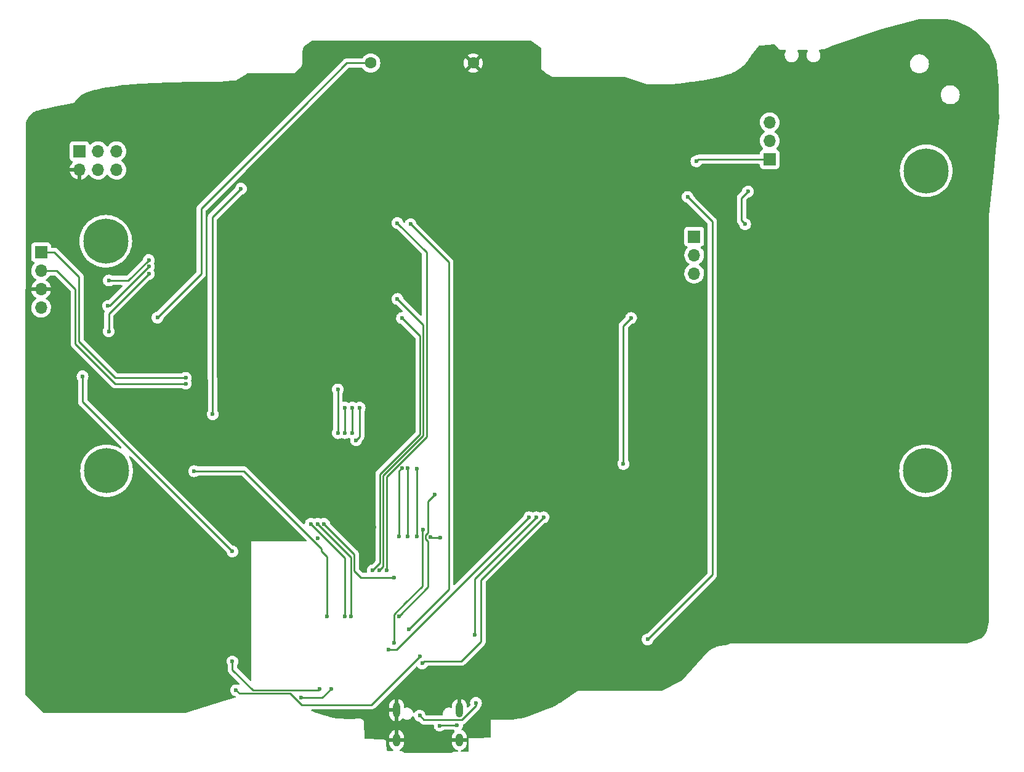
<source format=gbr>
%TF.GenerationSoftware,KiCad,Pcbnew,(6.0.11)*%
%TF.CreationDate,2023-04-07T14:31:01-05:00*%
%TF.ProjectId,GamePip-Back,47616d65-5069-4702-9d42-61636b2e6b69,rev?*%
%TF.SameCoordinates,Original*%
%TF.FileFunction,Copper,L2,Bot*%
%TF.FilePolarity,Positive*%
%FSLAX46Y46*%
G04 Gerber Fmt 4.6, Leading zero omitted, Abs format (unit mm)*
G04 Created by KiCad (PCBNEW (6.0.11)) date 2023-04-07 14:31:01*
%MOMM*%
%LPD*%
G01*
G04 APERTURE LIST*
%TA.AperFunction,ComponentPad*%
%ADD10R,1.700000X1.700000*%
%TD*%
%TA.AperFunction,ComponentPad*%
%ADD11O,1.700000X1.700000*%
%TD*%
%TA.AperFunction,ComponentPad*%
%ADD12C,6.200000*%
%TD*%
%TA.AperFunction,ComponentPad*%
%ADD13O,1.000000X2.100000*%
%TD*%
%TA.AperFunction,ComponentPad*%
%ADD14O,1.000000X1.800000*%
%TD*%
%TA.AperFunction,ComponentPad*%
%ADD15C,1.600000*%
%TD*%
%TA.AperFunction,ViaPad*%
%ADD16C,0.600000*%
%TD*%
%TA.AperFunction,Conductor*%
%ADD17C,0.250000*%
%TD*%
G04 APERTURE END LIST*
D10*
%TO.P,J14,1,Pin_1*%
%TO.N,+5V*%
X179375000Y-72325000D03*
D11*
%TO.P,J14,2,Pin_2*%
%TO.N,PreXDS*%
X179375000Y-69785000D03*
%TO.P,J14,3,Pin_3*%
%TO.N,VCC*%
X179375000Y-67245000D03*
%TD*%
D10*
%TO.P,J13,1,Pin_1*%
%TO.N,VCC*%
X84475000Y-71210000D03*
D11*
%TO.P,J13,2,Pin_2*%
%TO.N,VSS*%
X84475000Y-73750000D03*
%TO.P,J13,3,Pin_3*%
%TO.N,unconnected-(J13-Pad3)*%
X87015000Y-71210000D03*
%TO.P,J13,4,Pin_4*%
%TO.N,unconnected-(J13-Pad4)*%
X87015000Y-73750000D03*
%TO.P,J13,5,Pin_5*%
%TO.N,unconnected-(J13-Pad5)*%
X89555000Y-71210000D03*
%TO.P,J13,6,Pin_6*%
%TO.N,unconnected-(J13-Pad6)*%
X89555000Y-73750000D03*
%TD*%
D12*
%TO.P,J12,1,Pin_1*%
%TO.N,unconnected-(J12-Pad1)*%
X88200000Y-115200000D03*
%TD*%
%TO.P,J11,1,Pin_1*%
%TO.N,unconnected-(J11-Pad1)*%
X200800000Y-115200000D03*
%TD*%
%TO.P,J10,1,Pin_1*%
%TO.N,unconnected-(J10-Pad1)*%
X200900000Y-73900000D03*
%TD*%
%TO.P,J9,1,Pin_1*%
%TO.N,unconnected-(J9-Pad1)*%
X88100000Y-83600000D03*
%TD*%
D10*
%TO.P,J8,1,Pin_1*%
%TO.N,RX*%
X79200000Y-85120000D03*
D11*
%TO.P,J8,2,Pin_2*%
%TO.N,TX*%
X79200000Y-87660000D03*
%TO.P,J8,3,Pin_3*%
%TO.N,VSS*%
X79200000Y-90200000D03*
%TO.P,J8,4,Pin_4*%
%TO.N,VCC*%
X79200000Y-92740000D03*
%TD*%
D10*
%TO.P,J3,1,Pin_1*%
%TO.N,DE*%
X169000000Y-82960000D03*
D11*
%TO.P,J3,2,Pin_2*%
%TO.N,WR*%
X169000000Y-85500000D03*
%TO.P,J3,3,Pin_3*%
%TO.N,RS*%
X169000000Y-88040000D03*
%TD*%
D13*
%TO.P,J2,S1,SHIELD*%
%TO.N,VSS*%
X136720000Y-148112500D03*
D14*
X128080000Y-152262500D03*
D13*
X128080000Y-148112500D03*
D14*
X136720000Y-152262500D03*
%TD*%
D15*
%TO.P,BT1,1,+*%
%TO.N,VDD*%
X124525000Y-59075000D03*
%TO.P,BT1,2,-*%
%TO.N,VSS*%
X138625000Y-59075000D03*
%TD*%
D16*
%TO.N,Disp_RESET*%
X129750000Y-137000000D03*
X130000000Y-81250000D03*
%TO.N,VSS*%
X126000000Y-150250000D03*
X133500000Y-152500000D03*
X140000000Y-151250000D03*
X176500000Y-78000000D03*
X173750000Y-77750000D03*
X176500000Y-80250000D03*
%TO.N,Net-(J6-Pad1)*%
X100250000Y-115250000D03*
X118500000Y-135250000D03*
%TO.N,XR*%
X122500000Y-111000000D03*
X123000000Y-106500000D03*
%TO.N,YD*%
X122000000Y-110000000D03*
X122000000Y-106500000D03*
%TO.N,XL*%
X121000000Y-106500000D03*
X121000000Y-110000000D03*
%TO.N,YU*%
X120000000Y-104000000D03*
X120000000Y-110000000D03*
%TO.N,VSS*%
X100500000Y-93000000D03*
X96500000Y-89500000D03*
X82000000Y-90500000D03*
X81000000Y-97000000D03*
X95000000Y-98500000D03*
X85500000Y-96000000D03*
X123500000Y-92000000D03*
X123500000Y-80500000D03*
X128500000Y-77500000D03*
X197000000Y-64500000D03*
X136500000Y-146000000D03*
X142000000Y-123000000D03*
X125000000Y-123000000D03*
X95000000Y-129500000D03*
X103000000Y-134500000D03*
X106500000Y-131500000D03*
X117250000Y-124500000D03*
X99500000Y-123500000D03*
%TO.N,Net-(J2-PadB5)*%
X134011605Y-150275500D03*
X136400000Y-150200000D03*
%TO.N,Net-(J2-PadA5)*%
X131250000Y-148900000D03*
X139000000Y-147150000D03*
%TO.N,VCC*%
X159250000Y-114250000D03*
X160325000Y-94175000D03*
%TO.N,Net-(SW10-Pad1)*%
X176400000Y-76750000D03*
X176000000Y-81250000D03*
%TO.N,VCC*%
X105500000Y-126300000D03*
X84900000Y-102200000D03*
%TO.N,K*%
X106675000Y-76375000D03*
X102800000Y-107400000D03*
%TO.N,VCC*%
X105500000Y-141450000D03*
X117500000Y-145250000D03*
%TO.N,CS*%
X128825000Y-94175000D03*
%TO.N,SDA*%
X128200000Y-91550000D03*
%TO.N,PCLK*%
X128200000Y-81100000D03*
%TO.N,RX*%
X99100000Y-102400000D03*
%TO.N,TX*%
X99100000Y-103200000D03*
%TO.N,Start*%
X127700000Y-138900000D03*
X131700000Y-123300000D03*
%TO.N,EnDown*%
X131600000Y-141700000D03*
X148300000Y-121600000D03*
%TO.N,EnButton*%
X138800000Y-137800000D03*
X147300000Y-121600000D03*
%TO.N,EnUp*%
X127000000Y-139800000D03*
X146300000Y-121600000D03*
%TO.N,R2*%
X130900000Y-124200000D03*
X130900000Y-114900000D03*
%TO.N,B2*%
X129600000Y-124200000D03*
%TO.N,G2*%
X128400000Y-124200000D03*
X128800000Y-114800000D03*
%TO.N,B2*%
X129600000Y-114800000D03*
%TO.N,+5V*%
X162600000Y-138400000D03*
X168100000Y-77500000D03*
%TO.N,CS*%
X124800000Y-128900000D03*
%TO.N,SDA*%
X125700000Y-128900000D03*
%TO.N,PCLK*%
X126700000Y-128900000D03*
%TO.N,B1*%
X132700000Y-124300000D03*
X134074500Y-124400000D03*
%TO.N,Down*%
X106000000Y-145400000D03*
X131300000Y-140700000D03*
%TO.N,Right*%
X121000000Y-135200000D03*
X116300000Y-122500000D03*
%TO.N,Left*%
X121800000Y-135200000D03*
X117200000Y-122500000D03*
%TO.N,Up*%
X118100000Y-122500000D03*
X127775500Y-129900000D03*
%TO.N,Reset*%
X119100000Y-145200000D03*
X114924647Y-146425353D03*
%TO.N,IM2*%
X94000000Y-88100000D03*
X88500000Y-96000000D03*
%TO.N,IM1*%
X94000000Y-87100000D03*
X88400000Y-92500000D03*
%TO.N,IM0*%
X94000000Y-86200000D03*
X88500000Y-89000000D03*
%TO.N,VDD*%
X95200000Y-94100000D03*
%TO.N,Select*%
X128400000Y-135200000D03*
X133300000Y-118500000D03*
%TO.N,+5V*%
X169300000Y-72600000D03*
%TD*%
D17*
%TO.N,Disp_RESET*%
X130000000Y-81250000D02*
X135250000Y-86500000D01*
X135250000Y-86500000D02*
X135250000Y-131500000D01*
X135250000Y-131500000D02*
X129750000Y-137000000D01*
%TO.N,B1*%
X134074500Y-124400000D02*
X132800000Y-124400000D01*
X132800000Y-124400000D02*
X132700000Y-124300000D01*
%TO.N,Net-(SW10-Pad1)*%
X176000000Y-81250000D02*
X175500000Y-80750000D01*
X175500000Y-80750000D02*
X175500000Y-77650000D01*
X175500000Y-77650000D02*
X176400000Y-76750000D01*
%TO.N,Net-(J6-Pad1)*%
X107116116Y-115250000D02*
X100250000Y-115250000D01*
X116683058Y-124816942D02*
X107116116Y-115250000D01*
X117750000Y-126250000D02*
X117750000Y-125883884D01*
X117750000Y-125883884D02*
X116683058Y-124816942D01*
X118500000Y-127000000D02*
X117750000Y-126250000D01*
X118500000Y-135250000D02*
X118500000Y-127000000D01*
%TO.N,XR*%
X123000000Y-110500000D02*
X122500000Y-111000000D01*
X123000000Y-106500000D02*
X123000000Y-110500000D01*
%TO.N,YD*%
X122000000Y-110000000D02*
X122000000Y-106500000D01*
%TO.N,XL*%
X121000000Y-110000000D02*
X121000000Y-106500000D01*
%TO.N,YU*%
X120000000Y-110000000D02*
X120000000Y-104000000D01*
%TO.N,CS*%
X131300000Y-96650000D02*
X131300000Y-110143324D01*
X125800000Y-127900000D02*
X124800000Y-128900000D01*
X128825000Y-94175000D02*
X131300000Y-96650000D01*
X131300000Y-110143324D02*
X125800000Y-115643324D01*
X125800000Y-115643324D02*
X125800000Y-127900000D01*
%TO.N,+5V*%
X162600000Y-138400000D02*
X171500000Y-129500000D01*
X171500000Y-129500000D02*
X171500000Y-80900000D01*
X171500000Y-80900000D02*
X168100000Y-77500000D01*
%TO.N,Net-(J2-PadB5)*%
X136400000Y-150200000D02*
X134087105Y-150200000D01*
X134087105Y-150200000D02*
X134011605Y-150275500D01*
%TO.N,Net-(J2-PadA5)*%
X131837500Y-149487500D02*
X131250000Y-148900000D01*
X139000000Y-147549226D02*
X137061726Y-149487500D01*
X139000000Y-147150000D02*
X139000000Y-147549226D01*
X137061726Y-149487500D02*
X131837500Y-149487500D01*
%TO.N,VCC*%
X159250000Y-114250000D02*
X159250000Y-95250000D01*
X159250000Y-95250000D02*
X160325000Y-94175000D01*
X105500000Y-126300000D02*
X84900000Y-105700000D01*
X84900000Y-105700000D02*
X84900000Y-102200000D01*
%TO.N,K*%
X102750000Y-80300000D02*
X102750000Y-102533884D01*
X106675000Y-76375000D02*
X102750000Y-80300000D01*
X102750000Y-102533884D02*
X102800000Y-102583884D01*
X102800000Y-102583884D02*
X102800000Y-107400000D01*
%TO.N,Down*%
X106000000Y-145400000D02*
X106450000Y-145850000D01*
X106450000Y-145850000D02*
X113466116Y-145850000D01*
X115016116Y-147400000D02*
X124600000Y-147400000D01*
X124600000Y-147400000D02*
X131300000Y-140700000D01*
X113466116Y-145850000D02*
X115016116Y-147400000D01*
%TO.N,VCC*%
X117500000Y-145250000D02*
X117350000Y-145400000D01*
X117350000Y-145400000D02*
X108323222Y-145400000D01*
X108323222Y-145400000D02*
X105500000Y-142576778D01*
X105500000Y-142576778D02*
X105500000Y-141450000D01*
%TO.N,Reset*%
X114924647Y-146425353D02*
X114949294Y-146450000D01*
X114949294Y-146450000D02*
X117850000Y-146450000D01*
X117850000Y-146450000D02*
X119100000Y-145200000D01*
%TO.N,SDA*%
X131750000Y-95100000D02*
X128200000Y-91550000D01*
X131750000Y-98200000D02*
X131750000Y-95100000D01*
X131750000Y-110329720D02*
X131750000Y-98200000D01*
%TO.N,PCLK*%
X132200000Y-85100000D02*
X128200000Y-81100000D01*
X132200000Y-90000000D02*
X132200000Y-85100000D01*
%TO.N,SDA*%
X125700000Y-128900000D02*
X126250000Y-128350000D01*
X126250000Y-128350000D02*
X126250000Y-115829720D01*
X126250000Y-115829720D02*
X131750000Y-110329720D01*
%TO.N,PCLK*%
X126700000Y-128900000D02*
X126700000Y-116016116D01*
X126700000Y-116016116D02*
X132200000Y-110516116D01*
X132200000Y-110516116D02*
X132200000Y-90000000D01*
%TO.N,TX*%
X83900000Y-90200000D02*
X81360000Y-87660000D01*
X81360000Y-87660000D02*
X79200000Y-87660000D01*
%TO.N,RX*%
X99100000Y-102400000D02*
X89400000Y-102400000D01*
X84400000Y-88500000D02*
X81020000Y-85120000D01*
X89400000Y-102400000D02*
X84400000Y-97400000D01*
X84400000Y-97400000D02*
X84400000Y-88500000D01*
X81020000Y-85120000D02*
X79200000Y-85120000D01*
%TO.N,TX*%
X99100000Y-103200000D02*
X89400000Y-103200000D01*
X89400000Y-103200000D02*
X83900000Y-97700000D01*
X83900000Y-97700000D02*
X83900000Y-90200000D01*
%TO.N,Start*%
X131625000Y-131075000D02*
X129300000Y-133400000D01*
X131625000Y-123375000D02*
X131625000Y-131075000D01*
X131700000Y-123300000D02*
X131625000Y-123375000D01*
X129300000Y-133400000D02*
X127700000Y-135000000D01*
X127700000Y-135000000D02*
X127700000Y-138900000D01*
%TO.N,Select*%
X133300000Y-118500000D02*
X132400000Y-119400000D01*
X132400000Y-123716116D02*
X132075000Y-124041116D01*
X132400000Y-119400000D02*
X132400000Y-123716116D01*
X132075000Y-124558884D02*
X132400000Y-124883884D01*
X132075000Y-124041116D02*
X132075000Y-124558884D01*
X132400000Y-124883884D02*
X132400000Y-131200000D01*
X132400000Y-131200000D02*
X128400000Y-135200000D01*
%TO.N,EnDown*%
X133100000Y-141400000D02*
X131900000Y-141400000D01*
X131900000Y-141400000D02*
X131600000Y-141700000D01*
X139700000Y-138700000D02*
X137300000Y-141100000D01*
X137300000Y-141100000D02*
X137000000Y-141400000D01*
X139700000Y-131800000D02*
X139700000Y-138700000D01*
X143200000Y-126700000D02*
X139700000Y-130200000D01*
X139700000Y-130200000D02*
X139700000Y-131800000D01*
X137000000Y-141400000D02*
X133100000Y-141400000D01*
X148300000Y-121600000D02*
X143200000Y-126700000D01*
%TO.N,EnButton*%
X147300000Y-121600000D02*
X138800000Y-130100000D01*
X138800000Y-130100000D02*
X138800000Y-137800000D01*
%TO.N,EnUp*%
X128100000Y-139800000D02*
X127000000Y-139800000D01*
X146300000Y-121600000D02*
X128100000Y-139800000D01*
%TO.N,R2*%
X130900000Y-124200000D02*
X130900000Y-114900000D01*
%TO.N,B2*%
X129600000Y-114800000D02*
X129600000Y-124200000D01*
%TO.N,G2*%
X128400000Y-115200000D02*
X128400000Y-124200000D01*
X128800000Y-114800000D02*
X128400000Y-115200000D01*
%TO.N,Up*%
X127775500Y-129900000D02*
X123200000Y-129900000D01*
X122250000Y-128950000D02*
X122250000Y-126650000D01*
X123200000Y-129900000D02*
X122250000Y-128950000D01*
X122250000Y-126650000D02*
X118100000Y-122500000D01*
%TO.N,Right*%
X121000000Y-127200000D02*
X121000000Y-135200000D01*
X116300000Y-122500000D02*
X121000000Y-127200000D01*
%TO.N,Left*%
X121800000Y-127100000D02*
X121800000Y-135200000D01*
X117200000Y-122500000D02*
X121800000Y-127100000D01*
%TO.N,IM2*%
X88500000Y-93600000D02*
X94000000Y-88100000D01*
X88500000Y-96000000D02*
X88500000Y-93600000D01*
%TO.N,IM1*%
X88600000Y-92500000D02*
X94000000Y-87100000D01*
X88400000Y-92500000D02*
X88600000Y-92500000D01*
%TO.N,IM0*%
X91200000Y-89000000D02*
X94000000Y-86200000D01*
X88500000Y-89000000D02*
X91200000Y-89000000D01*
%TO.N,VDD*%
X101200000Y-88100000D02*
X95200000Y-94100000D01*
X101200000Y-85600000D02*
X101200000Y-88100000D01*
X121225000Y-59075000D02*
X115100000Y-65200000D01*
X124525000Y-59075000D02*
X121225000Y-59075000D01*
X101200000Y-79100000D02*
X101200000Y-85600000D01*
X115100000Y-65200000D02*
X101200000Y-79100000D01*
%TO.N,+5V*%
X169575000Y-72325000D02*
X169300000Y-72600000D01*
X179375000Y-72325000D02*
X169575000Y-72325000D01*
%TD*%
%TA.AperFunction,Conductor*%
%TO.N,VSS*%
G36*
X203765421Y-53001366D02*
G01*
X203774261Y-53002678D01*
X203795500Y-53005832D01*
X203800178Y-53006617D01*
X204189435Y-53079484D01*
X204194583Y-53080560D01*
X204571162Y-53167463D01*
X204576489Y-53168815D01*
X204943045Y-53270430D01*
X204948993Y-53272239D01*
X205223334Y-53363119D01*
X205240038Y-53370019D01*
X206994226Y-54247113D01*
X207006081Y-54253867D01*
X207073179Y-54297069D01*
X207078085Y-54300394D01*
X207429996Y-54551143D01*
X207434272Y-54554328D01*
X207792693Y-54833310D01*
X207796591Y-54836471D01*
X208048866Y-55049496D01*
X208056670Y-55056670D01*
X209185469Y-56185469D01*
X209191808Y-56192295D01*
X209228022Y-56234305D01*
X209334558Y-56357892D01*
X209339633Y-56364175D01*
X209566250Y-56663937D01*
X209581552Y-56690288D01*
X210508169Y-58852393D01*
X210549101Y-58947902D01*
X210557762Y-58977979D01*
X210560770Y-58997126D01*
X210583790Y-59143646D01*
X210584718Y-59150928D01*
X210648118Y-59798666D01*
X210648394Y-59801927D01*
X210668144Y-60077301D01*
X210692964Y-60423373D01*
X210693205Y-60426739D01*
X210693341Y-60435863D01*
X210693476Y-60439636D01*
X210693273Y-60444494D01*
X210693821Y-60449328D01*
X210696264Y-60470891D01*
X210696742Y-60476064D01*
X210698415Y-60499394D01*
X210699367Y-60503777D01*
X210699438Y-60504273D01*
X210701389Y-60516117D01*
X210720059Y-60680869D01*
X210773070Y-61148669D01*
X210774503Y-61161317D01*
X210774584Y-61162054D01*
X210826471Y-61647677D01*
X210827025Y-61654743D01*
X210854520Y-62206039D01*
X210855525Y-62226181D01*
X210855673Y-62230998D01*
X210856508Y-62303634D01*
X210871500Y-63607732D01*
X210871508Y-63608838D01*
X210875397Y-65042905D01*
X210875276Y-65047442D01*
X210874774Y-65051190D01*
X210874877Y-65056051D01*
X210874877Y-65056055D01*
X210875490Y-65084904D01*
X210875518Y-65087238D01*
X210875601Y-65117891D01*
X210876146Y-65121625D01*
X210876369Y-65126302D01*
X210886848Y-65619769D01*
X210889775Y-65757626D01*
X210889523Y-65763618D01*
X210889746Y-65763624D01*
X210889624Y-65768498D01*
X210889127Y-65773333D01*
X210889380Y-65778184D01*
X210889380Y-65778189D01*
X210890680Y-65803099D01*
X210890823Y-65806990D01*
X210891390Y-65833700D01*
X210892119Y-65838123D01*
X210892532Y-65842579D01*
X210892406Y-65842591D01*
X210893051Y-65848565D01*
X210922791Y-66418597D01*
X210922420Y-66436838D01*
X210486154Y-71124434D01*
X210485925Y-71126672D01*
X210165903Y-74006876D01*
X209500000Y-80000000D01*
X209500000Y-135984489D01*
X209496238Y-136015049D01*
X209145644Y-137417424D01*
X209135760Y-137443896D01*
X209117347Y-137480170D01*
X209111841Y-137489918D01*
X208957698Y-137736548D01*
X208950928Y-137746320D01*
X208786275Y-137961510D01*
X208778219Y-137971021D01*
X208621327Y-138138660D01*
X208576130Y-138169548D01*
X206562333Y-138975067D01*
X206523701Y-138983814D01*
X206322744Y-138996856D01*
X206315343Y-138997116D01*
X205818619Y-138999990D01*
X205817190Y-138999998D01*
X205816461Y-139000000D01*
X174000000Y-139000000D01*
X173990364Y-139003212D01*
X173406671Y-139197776D01*
X173375161Y-139203966D01*
X173301901Y-139208823D01*
X173288330Y-139208990D01*
X173287973Y-139208975D01*
X173287966Y-139208975D01*
X173283108Y-139208773D01*
X173278283Y-139209320D01*
X173278277Y-139209320D01*
X173258444Y-139211568D01*
X173252590Y-139212093D01*
X173235402Y-139213232D01*
X173235396Y-139213233D01*
X173230928Y-139213529D01*
X173225041Y-139214774D01*
X173213163Y-139216699D01*
X172923821Y-139249486D01*
X172910800Y-139250282D01*
X172909077Y-139250298D01*
X172909076Y-139250298D01*
X172904207Y-139250343D01*
X172881037Y-139254170D01*
X172874716Y-139255050D01*
X172858910Y-139256841D01*
X172858906Y-139256842D01*
X172854465Y-139257345D01*
X172850135Y-139258474D01*
X172850130Y-139258475D01*
X172847328Y-139259206D01*
X172836074Y-139261598D01*
X172549584Y-139308923D01*
X172540440Y-139310092D01*
X172524102Y-139311575D01*
X172510697Y-139314926D01*
X172500683Y-139317001D01*
X172494533Y-139318017D01*
X172494529Y-139318018D01*
X172490098Y-139318750D01*
X172473615Y-139323957D01*
X172466255Y-139326037D01*
X172185682Y-139396180D01*
X172181969Y-139397108D01*
X172174096Y-139398811D01*
X172154985Y-139402309D01*
X172150395Y-139403909D01*
X172150385Y-139403912D01*
X172144710Y-139405891D01*
X172133793Y-139409152D01*
X172126248Y-139411038D01*
X172107405Y-139418722D01*
X172101371Y-139421003D01*
X171930118Y-139480717D01*
X171827075Y-139516646D01*
X171822044Y-139518282D01*
X171801121Y-139524606D01*
X171801118Y-139524607D01*
X171796450Y-139526018D01*
X171792060Y-139528128D01*
X171789676Y-139529054D01*
X171787398Y-139529996D01*
X171787453Y-139530123D01*
X171783326Y-139531900D01*
X171779103Y-139533373D01*
X171775132Y-139535429D01*
X171775125Y-139535432D01*
X171754392Y-139546167D01*
X171751037Y-139547842D01*
X171502819Y-139667128D01*
X171485616Y-139675395D01*
X171483148Y-139676548D01*
X171456520Y-139688643D01*
X171456512Y-139688647D01*
X171452090Y-139690656D01*
X171448024Y-139693325D01*
X171447502Y-139693612D01*
X171446759Y-139694067D01*
X171444836Y-139694992D01*
X171441112Y-139697487D01*
X171441106Y-139697490D01*
X171413809Y-139715775D01*
X171412842Y-139716417D01*
X171177059Y-139871178D01*
X171176898Y-139871283D01*
X171132165Y-139900514D01*
X171132155Y-139900522D01*
X171128084Y-139903182D01*
X171124470Y-139906438D01*
X171124462Y-139906444D01*
X171103960Y-139924914D01*
X171102999Y-139925771D01*
X171049572Y-139972922D01*
X171029375Y-139984552D01*
X171029928Y-139985383D01*
X171015936Y-139994688D01*
X171000000Y-140000000D01*
X170928193Y-140082065D01*
X170917716Y-140092695D01*
X170879977Y-140126693D01*
X170874793Y-140131115D01*
X170857173Y-140145337D01*
X170853905Y-140148936D01*
X170853902Y-140148939D01*
X170851952Y-140151087D01*
X170843002Y-140160002D01*
X170839523Y-140163136D01*
X170836656Y-140166572D01*
X170836650Y-140166579D01*
X170824391Y-140181275D01*
X170820918Y-140185264D01*
X167253948Y-144113497D01*
X167217016Y-144141492D01*
X164582131Y-145458934D01*
X164549317Y-145470018D01*
X164403293Y-145497782D01*
X164379758Y-145500000D01*
X153000000Y-145500000D01*
X152888258Y-145574495D01*
X152882536Y-145577652D01*
X152875248Y-145582246D01*
X152867053Y-145585908D01*
X152857821Y-145593758D01*
X152846103Y-145602598D01*
X150738866Y-147007423D01*
X150659078Y-147060615D01*
X150654976Y-147063237D01*
X150423846Y-147204708D01*
X150420525Y-147206671D01*
X149795280Y-147563537D01*
X149791534Y-147565592D01*
X149656834Y-147636530D01*
X149644917Y-147642033D01*
X148464337Y-148114265D01*
X146103171Y-149058732D01*
X146087552Y-149063825D01*
X145696447Y-149163660D01*
X145689995Y-149165126D01*
X144937358Y-149315462D01*
X144930607Y-149316620D01*
X144341010Y-149401261D01*
X144150469Y-149428615D01*
X144143409Y-149429426D01*
X143334839Y-149499280D01*
X143327442Y-149499701D01*
X143319973Y-149499905D01*
X143318236Y-149499953D01*
X143314789Y-149500000D01*
X141578998Y-149500000D01*
X141575820Y-149499960D01*
X141547319Y-149499241D01*
X141544703Y-149499548D01*
X141542055Y-149499594D01*
X141510768Y-149499236D01*
X141510762Y-149499236D01*
X141503995Y-149499159D01*
X141501568Y-149499839D01*
X141499105Y-149500000D01*
X141000000Y-149500000D01*
X141000000Y-151829214D01*
X140979998Y-151897335D01*
X140926342Y-151943828D01*
X140877397Y-151955168D01*
X139216487Y-151999954D01*
X139213091Y-152000000D01*
X138000000Y-152000000D01*
X138000000Y-153734937D01*
X137979998Y-153803058D01*
X137926342Y-153849551D01*
X137876805Y-153860906D01*
X137031601Y-153879725D01*
X136963053Y-153861244D01*
X136915377Y-153808637D01*
X136903711Y-153738605D01*
X136931759Y-153673384D01*
X136993222Y-153632883D01*
X137093512Y-153603366D01*
X137104889Y-153598769D01*
X137269154Y-153512893D01*
X137279415Y-153506179D01*
X137423873Y-153390032D01*
X137432632Y-153381454D01*
X137551778Y-153239461D01*
X137558708Y-153229341D01*
X137648002Y-153066915D01*
X137652834Y-153055642D01*
X137708880Y-152878962D01*
X137711430Y-152866968D01*
X137727607Y-152722739D01*
X137728000Y-152715715D01*
X137728000Y-152534615D01*
X137723525Y-152519376D01*
X137722135Y-152518171D01*
X137714452Y-152516500D01*
X135730115Y-152516500D01*
X135714876Y-152520975D01*
X135713671Y-152522365D01*
X135712000Y-152530048D01*
X135712000Y-152709157D01*
X135712301Y-152715305D01*
X135725812Y-152853103D01*
X135728195Y-152865138D01*
X135781767Y-153042576D01*
X135786441Y-153053916D01*
X135873460Y-153217577D01*
X135880249Y-153227794D01*
X135997397Y-153371433D01*
X136006041Y-153380137D01*
X136148856Y-153498284D01*
X136159027Y-153505144D01*
X136322076Y-153593304D01*
X136333381Y-153598056D01*
X136489034Y-153646238D01*
X136548193Y-153685489D01*
X136576741Y-153750493D01*
X136565613Y-153820612D01*
X136518342Y-153873584D01*
X136454580Y-153892572D01*
X136047689Y-153901632D01*
X135997213Y-153902756D01*
X135973043Y-153900962D01*
X135961508Y-153898976D01*
X135917642Y-153903999D01*
X135906117Y-153904785D01*
X135899177Y-153904939D01*
X135894760Y-153905672D01*
X135894753Y-153905673D01*
X135879517Y-153908202D01*
X135873217Y-153909085D01*
X135837709Y-153913151D01*
X135816796Y-153915545D01*
X135808522Y-153919029D01*
X135804593Y-153920058D01*
X135800728Y-153921282D01*
X135791873Y-153922752D01*
X135783789Y-153926647D01*
X135740685Y-153947415D01*
X135734889Y-153950029D01*
X135682551Y-153972064D01*
X135675588Y-153977729D01*
X135671685Y-153980072D01*
X135670851Y-153980522D01*
X135669402Y-153981443D01*
X135668470Y-153982003D01*
X135667726Y-153982209D01*
X135661551Y-153985543D01*
X135660682Y-153985962D01*
X135659917Y-153984375D01*
X135603575Y-154000000D01*
X129149673Y-154000000D01*
X129081552Y-153979998D01*
X129056649Y-153957900D01*
X129055089Y-153955345D01*
X129046373Y-153947415D01*
X129037842Y-153939655D01*
X129021971Y-153925216D01*
X129014082Y-153917375D01*
X128989822Y-153891031D01*
X128989817Y-153891027D01*
X128983738Y-153884426D01*
X128976047Y-153879794D01*
X128976045Y-153879793D01*
X128974828Y-153879060D01*
X128955037Y-153864322D01*
X128947347Y-153857326D01*
X128907101Y-153837701D01*
X128897325Y-153832387D01*
X128866651Y-153813915D01*
X128866650Y-153813915D01*
X128858959Y-153809283D01*
X128848899Y-153806633D01*
X128825771Y-153798043D01*
X128816425Y-153793486D01*
X128807576Y-153791974D01*
X128807575Y-153791974D01*
X128796090Y-153790012D01*
X128772273Y-153785944D01*
X128761417Y-153783591D01*
X128718105Y-153772183D01*
X128686006Y-153773048D01*
X128657557Y-153773814D01*
X128652316Y-153773846D01*
X128646445Y-153773760D01*
X128641409Y-153773686D01*
X128573590Y-153752687D01*
X128527889Y-153698355D01*
X128518817Y-153627941D01*
X128549254Y-153563800D01*
X128584882Y-153536039D01*
X128629150Y-153512896D01*
X128639415Y-153506179D01*
X128783873Y-153390032D01*
X128792632Y-153381454D01*
X128911778Y-153239461D01*
X128918708Y-153229341D01*
X129008002Y-153066915D01*
X129012834Y-153055642D01*
X129068880Y-152878962D01*
X129071430Y-152866968D01*
X129087607Y-152722739D01*
X129088000Y-152715715D01*
X129088000Y-152534615D01*
X129083525Y-152519376D01*
X129082135Y-152518171D01*
X129074452Y-152516500D01*
X127090115Y-152516500D01*
X127074876Y-152520975D01*
X127073671Y-152522365D01*
X127072000Y-152530048D01*
X127072000Y-152709157D01*
X127072301Y-152715305D01*
X127085812Y-152853103D01*
X127088195Y-152865138D01*
X127141767Y-153042576D01*
X127146441Y-153053916D01*
X127233460Y-153217577D01*
X127240249Y-153227794D01*
X127357397Y-153371433D01*
X127366041Y-153380137D01*
X127508856Y-153498284D01*
X127519031Y-153505147D01*
X127546143Y-153519806D01*
X127596552Y-153569800D01*
X127611930Y-153639112D01*
X127587394Y-153705734D01*
X127530735Y-153748515D01*
X127484358Y-153756628D01*
X126829857Y-153746979D01*
X126762038Y-153725975D01*
X126716341Y-153671640D01*
X126705779Y-153625043D01*
X126674813Y-152662049D01*
X126674778Y-152655242D01*
X126675817Y-152607796D01*
X126675817Y-152607792D01*
X126676013Y-152598820D01*
X126664376Y-152555528D01*
X126661969Y-152544686D01*
X126655748Y-152509377D01*
X126654191Y-152500540D01*
X126650218Y-152492499D01*
X126650217Y-152492495D01*
X126649601Y-152491249D01*
X126640890Y-152468159D01*
X126638201Y-152458155D01*
X126614884Y-152419875D01*
X126609529Y-152410142D01*
X126593651Y-152378002D01*
X126593649Y-152378000D01*
X126589673Y-152369951D01*
X126582666Y-152362329D01*
X126567812Y-152342594D01*
X126562430Y-152333757D01*
X126529300Y-152303554D01*
X126521430Y-152295716D01*
X126497174Y-152269330D01*
X126497171Y-152269328D01*
X126491096Y-152262719D01*
X126482228Y-152257367D01*
X126462443Y-152242603D01*
X126461421Y-152241671D01*
X126461420Y-152241670D01*
X126454790Y-152235626D01*
X126414529Y-152215943D01*
X126404771Y-152210627D01*
X126374071Y-152192101D01*
X126374070Y-152192101D01*
X126366385Y-152187463D01*
X126357706Y-152185168D01*
X126356366Y-152184814D01*
X126333235Y-152176197D01*
X126331999Y-152175593D01*
X126323934Y-152171650D01*
X126309084Y-152169097D01*
X126279756Y-152164055D01*
X126268902Y-152161692D01*
X126243706Y-152155032D01*
X126225565Y-152150236D01*
X126196320Y-152150998D01*
X126165069Y-152151811D01*
X126159802Y-152151838D01*
X123793166Y-152114487D01*
X123725369Y-152093413D01*
X123679729Y-152039030D01*
X123669280Y-151994138D01*
X123669112Y-151990385D01*
X127072000Y-151990385D01*
X127076475Y-152005624D01*
X127077865Y-152006829D01*
X127085548Y-152008500D01*
X127807885Y-152008500D01*
X127823124Y-152004025D01*
X127824329Y-152002635D01*
X127826000Y-151994952D01*
X127826000Y-151990385D01*
X128334000Y-151990385D01*
X128338475Y-152005624D01*
X128339865Y-152006829D01*
X128347548Y-152008500D01*
X129069885Y-152008500D01*
X129085124Y-152004025D01*
X129086329Y-152002635D01*
X129088000Y-151994952D01*
X129088000Y-151815843D01*
X129087699Y-151809695D01*
X129074188Y-151671897D01*
X129071805Y-151659862D01*
X129018233Y-151482424D01*
X129013559Y-151471084D01*
X128926540Y-151307423D01*
X128919751Y-151297206D01*
X128802603Y-151153567D01*
X128793959Y-151144863D01*
X128651144Y-151026716D01*
X128640973Y-151019856D01*
X128477924Y-150931696D01*
X128466619Y-150926944D01*
X128351308Y-150891250D01*
X128337205Y-150891044D01*
X128334000Y-150897799D01*
X128334000Y-151990385D01*
X127826000Y-151990385D01*
X127826000Y-150904576D01*
X127822027Y-150891045D01*
X127814232Y-150889925D01*
X127706479Y-150921638D01*
X127695111Y-150926231D01*
X127530846Y-151012107D01*
X127520585Y-151018821D01*
X127376127Y-151134968D01*
X127367368Y-151143546D01*
X127248222Y-151285539D01*
X127241292Y-151295659D01*
X127151998Y-151458085D01*
X127147166Y-151469358D01*
X127091120Y-151646038D01*
X127088570Y-151658032D01*
X127072393Y-151802261D01*
X127072000Y-151809285D01*
X127072000Y-151990385D01*
X123669112Y-151990385D01*
X123571400Y-149807876D01*
X123571303Y-149804953D01*
X123570049Y-149746720D01*
X123569856Y-149737745D01*
X123567152Y-149729186D01*
X123567151Y-149729181D01*
X123559307Y-149704354D01*
X123555649Y-149689819D01*
X123550807Y-149664225D01*
X123550807Y-149664224D01*
X123549138Y-149655404D01*
X123539955Y-149637393D01*
X123532063Y-149618124D01*
X123528680Y-149607414D01*
X123528678Y-149607410D01*
X123525975Y-149598854D01*
X123520978Y-149591399D01*
X123517087Y-149583308D01*
X123518505Y-149582626D01*
X123500000Y-149521780D01*
X123500000Y-149500000D01*
X123491928Y-149500000D01*
X123442328Y-149475733D01*
X123417994Y-149455410D01*
X123407084Y-149445137D01*
X123397229Y-149434684D01*
X123383060Y-149419656D01*
X123365624Y-149409432D01*
X123348591Y-149397449D01*
X123347364Y-149396424D01*
X123333079Y-149384494D01*
X123324849Y-149380904D01*
X123300984Y-149370494D01*
X123287632Y-149363699D01*
X123257411Y-149345977D01*
X123248705Y-149343792D01*
X123248702Y-149343791D01*
X123237801Y-149341056D01*
X123218102Y-149334340D01*
X123199571Y-149326257D01*
X123164835Y-149321828D01*
X123150105Y-149319051D01*
X123124837Y-149312710D01*
X123124836Y-149312710D01*
X123116133Y-149310526D01*
X123046180Y-149313230D01*
X123043153Y-149313347D01*
X123041767Y-149313393D01*
X121683167Y-149350939D01*
X121679510Y-149350987D01*
X120989402Y-149350021D01*
X120983568Y-149349878D01*
X120631604Y-149333072D01*
X120627491Y-149332808D01*
X120386619Y-149313393D01*
X120254455Y-149302740D01*
X120249080Y-149302190D01*
X119855902Y-149253394D01*
X119851066Y-149252697D01*
X119473844Y-149190816D01*
X119430844Y-149183762D01*
X119425884Y-149182846D01*
X118973651Y-149089934D01*
X118968788Y-149088834D01*
X118572486Y-148990925D01*
X118481986Y-148968566D01*
X118477653Y-148967413D01*
X118201698Y-148888640D01*
X117955259Y-148818292D01*
X117950000Y-148816666D01*
X117627472Y-148709157D01*
X127072000Y-148709157D01*
X127072301Y-148715305D01*
X127085812Y-148853103D01*
X127088195Y-148865138D01*
X127141767Y-149042576D01*
X127146441Y-149053916D01*
X127233460Y-149217577D01*
X127240249Y-149227794D01*
X127357397Y-149371433D01*
X127366041Y-149380137D01*
X127508856Y-149498284D01*
X127519027Y-149505144D01*
X127682076Y-149593304D01*
X127693381Y-149598056D01*
X127808692Y-149633750D01*
X127822795Y-149633956D01*
X127826000Y-149627201D01*
X127826000Y-149620424D01*
X128334000Y-149620424D01*
X128337973Y-149633955D01*
X128345768Y-149635075D01*
X128453521Y-149603362D01*
X128464889Y-149598769D01*
X128629154Y-149512893D01*
X128639415Y-149506179D01*
X128783873Y-149390032D01*
X128792634Y-149381453D01*
X128852336Y-149310303D01*
X128911445Y-149270977D01*
X128982433Y-149269851D01*
X129025386Y-149291199D01*
X129070257Y-149325506D01*
X129070261Y-149325509D01*
X129075678Y-149329650D01*
X129165282Y-149371433D01*
X129233631Y-149403305D01*
X129233634Y-149403306D01*
X129239808Y-149406185D01*
X129246456Y-149407671D01*
X129246459Y-149407672D01*
X129343782Y-149429426D01*
X129416543Y-149445690D01*
X129422088Y-149446000D01*
X129555244Y-149446000D01*
X129690037Y-149431357D01*
X129839954Y-149380904D01*
X129855204Y-149375772D01*
X129855206Y-149375771D01*
X129861675Y-149373594D01*
X129871831Y-149367492D01*
X129901145Y-149349878D01*
X130016905Y-149280323D01*
X130021862Y-149275635D01*
X130021865Y-149275633D01*
X130143527Y-149160582D01*
X130143529Y-149160580D01*
X130148485Y-149155893D01*
X130152317Y-149150255D01*
X130152320Y-149150251D01*
X130229950Y-149036023D01*
X130284784Y-148990925D01*
X130355294Y-148982631D01*
X130419095Y-149013774D01*
X130451355Y-149070094D01*
X130454163Y-149069160D01*
X130511418Y-149241273D01*
X130515065Y-149247295D01*
X130515066Y-149247297D01*
X130595981Y-149380904D01*
X130605380Y-149396424D01*
X130610269Y-149401487D01*
X130610270Y-149401488D01*
X130662918Y-149456006D01*
X130731382Y-149526902D01*
X130737278Y-149530760D01*
X130874299Y-149620424D01*
X130883159Y-149626222D01*
X130889763Y-149628678D01*
X130889765Y-149628679D01*
X131046558Y-149686990D01*
X131046560Y-149686990D01*
X131053168Y-149689448D01*
X131060153Y-149690380D01*
X131060157Y-149690381D01*
X131095087Y-149695041D01*
X131115187Y-149697723D01*
X131180063Y-149726558D01*
X131187617Y-149733521D01*
X131333843Y-149879747D01*
X131341387Y-149888037D01*
X131345500Y-149894518D01*
X131351277Y-149899943D01*
X131395167Y-149941158D01*
X131398009Y-149943913D01*
X131417730Y-149963634D01*
X131420925Y-149966112D01*
X131429947Y-149973818D01*
X131462179Y-150004086D01*
X131469128Y-150007906D01*
X131479932Y-150013846D01*
X131496456Y-150024699D01*
X131512459Y-150037113D01*
X131553043Y-150054676D01*
X131563673Y-150059883D01*
X131602440Y-150081195D01*
X131610117Y-150083166D01*
X131610122Y-150083168D01*
X131622058Y-150086232D01*
X131640766Y-150092637D01*
X131659355Y-150100681D01*
X131667180Y-150101920D01*
X131667182Y-150101921D01*
X131703019Y-150107597D01*
X131714640Y-150110004D01*
X131749789Y-150119028D01*
X131757470Y-150121000D01*
X131777731Y-150121000D01*
X131797440Y-150122551D01*
X131817443Y-150125719D01*
X131825335Y-150124973D01*
X131830562Y-150124479D01*
X131861454Y-150121559D01*
X131873311Y-150121000D01*
X133073232Y-150121000D01*
X133141353Y-150141002D01*
X133187846Y-150194658D01*
X133196305Y-150250073D01*
X133199050Y-150250111D01*
X133198952Y-150257145D01*
X133198068Y-150264140D01*
X133215768Y-150444660D01*
X133273023Y-150616773D01*
X133276670Y-150622795D01*
X133276671Y-150622797D01*
X133351201Y-150745861D01*
X133366985Y-150771924D01*
X133492987Y-150902402D01*
X133498883Y-150906260D01*
X133600596Y-150972819D01*
X133644764Y-151001722D01*
X133651368Y-151004178D01*
X133651370Y-151004179D01*
X133808163Y-151062490D01*
X133808165Y-151062490D01*
X133814773Y-151064948D01*
X133898600Y-151076133D01*
X133987585Y-151088007D01*
X133987589Y-151088007D01*
X133994566Y-151088938D01*
X134001577Y-151088300D01*
X134001581Y-151088300D01*
X134144064Y-151075332D01*
X134175205Y-151072498D01*
X134181907Y-151070320D01*
X134181909Y-151070320D01*
X134341014Y-151018624D01*
X134341017Y-151018623D01*
X134347713Y-151016447D01*
X134503517Y-150923569D01*
X134561603Y-150868254D01*
X134624729Y-150835762D01*
X134648496Y-150833500D01*
X135853903Y-150833500D01*
X135922896Y-150854068D01*
X136021787Y-150918781D01*
X136067836Y-150972819D01*
X136077359Y-151043174D01*
X136047334Y-151107509D01*
X136031745Y-151122410D01*
X136016131Y-151134964D01*
X136007368Y-151143546D01*
X135888222Y-151285539D01*
X135881292Y-151295659D01*
X135791998Y-151458085D01*
X135787166Y-151469358D01*
X135731120Y-151646038D01*
X135728570Y-151658032D01*
X135712393Y-151802261D01*
X135712000Y-151809285D01*
X135712000Y-151990385D01*
X135716475Y-152005624D01*
X135717865Y-152006829D01*
X135725548Y-152008500D01*
X137709885Y-152008500D01*
X137725124Y-152004025D01*
X137726329Y-152002635D01*
X137728000Y-151994952D01*
X137728000Y-151815843D01*
X137727699Y-151809695D01*
X137714188Y-151671897D01*
X137711805Y-151659862D01*
X137658233Y-151482424D01*
X137653559Y-151471084D01*
X137566540Y-151307423D01*
X137559751Y-151297206D01*
X137442603Y-151153567D01*
X137433959Y-151144863D01*
X137291144Y-151026716D01*
X137280973Y-151019856D01*
X137117924Y-150931696D01*
X137106617Y-150926943D01*
X137084947Y-150920235D01*
X137025787Y-150880984D01*
X136997239Y-150815980D01*
X137008367Y-150745861D01*
X137022712Y-150723510D01*
X137023266Y-150722982D01*
X137123643Y-150571902D01*
X137188055Y-150402338D01*
X137189035Y-150395366D01*
X137212748Y-150226639D01*
X137212748Y-150226636D01*
X137213299Y-150222717D01*
X137213616Y-150200000D01*
X137214491Y-150200012D01*
X137230209Y-150134866D01*
X137281530Y-150085808D01*
X137304254Y-150076733D01*
X137315319Y-150073518D01*
X137322138Y-150069485D01*
X137322143Y-150069483D01*
X137332754Y-150063207D01*
X137350502Y-150054512D01*
X137369343Y-150047052D01*
X137389713Y-150032253D01*
X137405113Y-150021064D01*
X137415033Y-150014548D01*
X137446261Y-149996080D01*
X137446264Y-149996078D01*
X137453088Y-149992042D01*
X137467409Y-149977721D01*
X137482443Y-149964880D01*
X137484499Y-149963386D01*
X137498833Y-149952972D01*
X137527024Y-149918895D01*
X137535014Y-149910116D01*
X139392247Y-148052883D01*
X139400537Y-148045339D01*
X139407018Y-148041226D01*
X139415624Y-148032062D01*
X139453658Y-147991559D01*
X139456413Y-147988717D01*
X139476134Y-147968996D01*
X139478612Y-147965801D01*
X139486318Y-147956779D01*
X139493278Y-147949367D01*
X139516586Y-147924547D01*
X139526346Y-147906794D01*
X139537199Y-147890271D01*
X139544753Y-147880532D01*
X139549613Y-147874267D01*
X139567176Y-147833683D01*
X139572383Y-147823053D01*
X139593695Y-147784286D01*
X139595666Y-147776609D01*
X139595668Y-147776604D01*
X139598732Y-147764668D01*
X139605138Y-147745956D01*
X139605876Y-147744252D01*
X139613181Y-147727371D01*
X139614421Y-147719544D01*
X139614423Y-147719536D01*
X139617039Y-147703020D01*
X139636539Y-147653005D01*
X139679671Y-147588085D01*
X139723643Y-147521902D01*
X139788055Y-147352338D01*
X139789035Y-147345366D01*
X139812748Y-147176639D01*
X139812748Y-147176636D01*
X139813299Y-147172717D01*
X139813616Y-147150000D01*
X139793397Y-146969745D01*
X139791080Y-146963091D01*
X139736064Y-146805106D01*
X139736062Y-146805103D01*
X139733745Y-146798448D01*
X139637626Y-146644624D01*
X139619361Y-146626231D01*
X139514778Y-146520915D01*
X139514774Y-146520912D01*
X139509815Y-146515918D01*
X139498697Y-146508862D01*
X139416724Y-146456841D01*
X139356666Y-146418727D01*
X139327463Y-146408328D01*
X139192425Y-146360243D01*
X139192420Y-146360242D01*
X139185790Y-146357881D01*
X139178802Y-146357048D01*
X139178799Y-146357047D01*
X139055698Y-146342368D01*
X139005680Y-146336404D01*
X138998677Y-146337140D01*
X138998676Y-146337140D01*
X138832288Y-146354628D01*
X138832286Y-146354629D01*
X138825288Y-146355364D01*
X138653579Y-146413818D01*
X138605015Y-146443695D01*
X138505095Y-146505166D01*
X138505092Y-146505168D01*
X138499088Y-146508862D01*
X138494053Y-146513793D01*
X138494050Y-146513795D01*
X138401348Y-146604576D01*
X138369493Y-146635771D01*
X138271235Y-146788238D01*
X138268826Y-146794858D01*
X138268824Y-146794861D01*
X138251104Y-146843546D01*
X138209197Y-146958685D01*
X138186463Y-147138640D01*
X138204163Y-147319160D01*
X138206387Y-147325845D01*
X138206387Y-147325846D01*
X138212050Y-147342871D01*
X138214571Y-147413823D01*
X138181586Y-147471735D01*
X137943095Y-147710226D01*
X137880783Y-147744252D01*
X137809968Y-147739187D01*
X137753132Y-147696640D01*
X137728321Y-147630120D01*
X137728000Y-147621131D01*
X137728000Y-147515843D01*
X137727699Y-147509695D01*
X137714188Y-147371897D01*
X137711805Y-147359862D01*
X137658233Y-147182424D01*
X137653559Y-147171084D01*
X137566540Y-147007423D01*
X137559751Y-146997206D01*
X137442603Y-146853567D01*
X137433959Y-146844863D01*
X137291144Y-146726716D01*
X137280973Y-146719856D01*
X137117924Y-146631696D01*
X137106619Y-146626944D01*
X136991308Y-146591250D01*
X136977205Y-146591044D01*
X136974000Y-146597799D01*
X136974000Y-148240500D01*
X136953998Y-148308621D01*
X136900342Y-148355114D01*
X136848000Y-148366500D01*
X136592000Y-148366500D01*
X136523879Y-148346498D01*
X136477386Y-148292842D01*
X136466000Y-148240500D01*
X136466000Y-146604576D01*
X136462027Y-146591045D01*
X136454232Y-146589925D01*
X136346479Y-146621638D01*
X136335111Y-146626231D01*
X136170846Y-146712107D01*
X136160585Y-146718821D01*
X136016127Y-146834968D01*
X136007368Y-146843546D01*
X135888222Y-146985539D01*
X135881292Y-146995659D01*
X135791998Y-147158085D01*
X135787166Y-147169358D01*
X135731120Y-147346038D01*
X135728570Y-147358032D01*
X135712393Y-147502261D01*
X135712000Y-147509285D01*
X135712000Y-147695474D01*
X135691998Y-147763595D01*
X135638342Y-147810088D01*
X135568068Y-147820192D01*
X135558514Y-147818439D01*
X135388506Y-147780438D01*
X135388499Y-147780437D01*
X135383457Y-147779310D01*
X135377912Y-147779000D01*
X135244756Y-147779000D01*
X135109963Y-147793643D01*
X135007152Y-147828243D01*
X134944796Y-147849228D01*
X134944794Y-147849229D01*
X134938325Y-147851406D01*
X134783095Y-147944677D01*
X134778138Y-147949365D01*
X134778135Y-147949367D01*
X134656473Y-148064418D01*
X134651515Y-148069107D01*
X134647683Y-148074745D01*
X134647680Y-148074749D01*
X134581244Y-148172506D01*
X134549723Y-148218888D01*
X134482470Y-148387034D01*
X134481356Y-148393762D01*
X134481355Y-148393766D01*
X134454007Y-148558961D01*
X134452892Y-148565698D01*
X134453249Y-148572515D01*
X134453249Y-148572519D01*
X134461052Y-148721406D01*
X134444643Y-148790480D01*
X134393494Y-148839717D01*
X134335225Y-148854000D01*
X132171114Y-148854000D01*
X132102993Y-148833998D01*
X132056500Y-148780342D01*
X132045900Y-148742048D01*
X132044184Y-148726752D01*
X132044182Y-148726743D01*
X132043397Y-148719745D01*
X131998792Y-148591656D01*
X131986064Y-148555106D01*
X131986062Y-148555103D01*
X131983745Y-148548448D01*
X131971959Y-148529586D01*
X131891359Y-148400598D01*
X131887626Y-148394624D01*
X131873796Y-148380697D01*
X131764778Y-148270915D01*
X131764774Y-148270912D01*
X131759815Y-148265918D01*
X131748697Y-148258862D01*
X131675619Y-148212486D01*
X131606666Y-148168727D01*
X131553246Y-148149705D01*
X131442425Y-148110243D01*
X131442420Y-148110242D01*
X131435790Y-148107881D01*
X131428802Y-148107048D01*
X131428799Y-148107047D01*
X131305698Y-148092368D01*
X131255680Y-148086404D01*
X131248677Y-148087140D01*
X131248676Y-148087140D01*
X131082288Y-148104628D01*
X131082286Y-148104629D01*
X131075288Y-148105364D01*
X130903579Y-148163818D01*
X130897575Y-148167512D01*
X130755095Y-148255166D01*
X130755092Y-148255168D01*
X130749088Y-148258862D01*
X130744053Y-148263793D01*
X130744050Y-148263795D01*
X130628171Y-148377273D01*
X130619493Y-148385771D01*
X130556728Y-148483164D01*
X130503016Y-148529586D01*
X130432730Y-148539601D01*
X130368186Y-148510026D01*
X130329343Y-148448366D01*
X130291352Y-148310441D01*
X130289539Y-148303859D01*
X130205078Y-148143664D01*
X130200673Y-148138451D01*
X130200670Y-148138447D01*
X130092594Y-148010557D01*
X130092590Y-148010553D01*
X130088187Y-148005343D01*
X130079042Y-147998351D01*
X129949743Y-147899494D01*
X129949739Y-147899491D01*
X129944322Y-147895350D01*
X129807170Y-147831395D01*
X129786369Y-147821695D01*
X129786366Y-147821694D01*
X129780192Y-147818815D01*
X129773544Y-147817329D01*
X129773541Y-147817328D01*
X129608494Y-147780436D01*
X129608495Y-147780436D01*
X129603457Y-147779310D01*
X129597912Y-147779000D01*
X129464756Y-147779000D01*
X129329963Y-147793643D01*
X129323499Y-147795818D01*
X129323496Y-147795819D01*
X129281098Y-147810088D01*
X129255167Y-147818815D01*
X129254189Y-147819144D01*
X129183247Y-147821914D01*
X129122068Y-147785891D01*
X129090077Y-147722510D01*
X129088000Y-147699725D01*
X129088000Y-147515843D01*
X129087699Y-147509695D01*
X129074188Y-147371897D01*
X129071805Y-147359862D01*
X129018233Y-147182424D01*
X129013559Y-147171084D01*
X128926540Y-147007423D01*
X128919751Y-146997206D01*
X128802603Y-146853567D01*
X128793959Y-146844863D01*
X128651144Y-146726716D01*
X128640973Y-146719856D01*
X128477924Y-146631696D01*
X128466619Y-146626944D01*
X128351308Y-146591250D01*
X128337205Y-146591044D01*
X128334000Y-146597799D01*
X128334000Y-149620424D01*
X127826000Y-149620424D01*
X127826000Y-148384615D01*
X127821525Y-148369376D01*
X127820135Y-148368171D01*
X127812452Y-148366500D01*
X127090115Y-148366500D01*
X127074876Y-148370975D01*
X127073671Y-148372365D01*
X127072000Y-148380048D01*
X127072000Y-148709157D01*
X117627472Y-148709157D01*
X117425554Y-148641851D01*
X117163305Y-148554435D01*
X117160647Y-148553515D01*
X116749495Y-148405985D01*
X116746073Y-148404700D01*
X116735609Y-148400598D01*
X116419810Y-148276809D01*
X116363688Y-148233326D01*
X116339983Y-148166404D01*
X116356223Y-148097289D01*
X116407250Y-148047926D01*
X116465794Y-148033500D01*
X124521233Y-148033500D01*
X124532416Y-148034027D01*
X124539909Y-148035702D01*
X124547835Y-148035453D01*
X124547836Y-148035453D01*
X124607986Y-148033562D01*
X124611945Y-148033500D01*
X124639856Y-148033500D01*
X124643791Y-148033003D01*
X124643856Y-148032995D01*
X124655693Y-148032062D01*
X124687951Y-148031048D01*
X124691970Y-148030922D01*
X124699889Y-148030673D01*
X124719343Y-148025021D01*
X124738700Y-148021013D01*
X124750930Y-148019468D01*
X124750931Y-148019468D01*
X124758797Y-148018474D01*
X124766168Y-148015555D01*
X124766170Y-148015555D01*
X124799912Y-148002196D01*
X124811142Y-147998351D01*
X124845983Y-147988229D01*
X124845984Y-147988229D01*
X124853593Y-147986018D01*
X124860412Y-147981985D01*
X124860417Y-147981983D01*
X124871028Y-147975707D01*
X124888776Y-147967012D01*
X124907617Y-147959552D01*
X124932931Y-147941161D01*
X124943387Y-147933564D01*
X124953307Y-147927048D01*
X124984535Y-147908580D01*
X124984538Y-147908578D01*
X124991362Y-147904542D01*
X125005683Y-147890221D01*
X125020717Y-147877380D01*
X125030694Y-147870131D01*
X125037107Y-147865472D01*
X125057861Y-147840385D01*
X127072000Y-147840385D01*
X127076475Y-147855624D01*
X127077865Y-147856829D01*
X127085548Y-147858500D01*
X127807885Y-147858500D01*
X127823124Y-147854025D01*
X127824329Y-147852635D01*
X127826000Y-147844952D01*
X127826000Y-146604576D01*
X127822027Y-146591045D01*
X127814232Y-146589925D01*
X127706479Y-146621638D01*
X127695111Y-146626231D01*
X127530846Y-146712107D01*
X127520585Y-146718821D01*
X127376127Y-146834968D01*
X127367368Y-146843546D01*
X127248222Y-146985539D01*
X127241292Y-146995659D01*
X127151998Y-147158085D01*
X127147166Y-147169358D01*
X127091120Y-147346038D01*
X127088570Y-147358032D01*
X127072393Y-147502261D01*
X127072000Y-147509285D01*
X127072000Y-147840385D01*
X125057861Y-147840385D01*
X125065298Y-147831395D01*
X125073288Y-147822616D01*
X130745231Y-142150674D01*
X130807543Y-142116648D01*
X130878358Y-142121713D01*
X130935194Y-142164260D01*
X130942095Y-142174488D01*
X130955380Y-142196424D01*
X131081382Y-142326902D01*
X131233159Y-142426222D01*
X131239763Y-142428678D01*
X131239765Y-142428679D01*
X131396558Y-142486990D01*
X131396560Y-142486990D01*
X131403168Y-142489448D01*
X131486995Y-142500633D01*
X131575980Y-142512507D01*
X131575984Y-142512507D01*
X131582961Y-142513438D01*
X131589972Y-142512800D01*
X131589976Y-142512800D01*
X131752469Y-142498011D01*
X131763600Y-142496998D01*
X131770302Y-142494820D01*
X131770304Y-142494820D01*
X131929409Y-142443124D01*
X131929412Y-142443123D01*
X131936108Y-142440947D01*
X132091912Y-142348069D01*
X132223266Y-142222982D01*
X132240911Y-142196424D01*
X132311770Y-142089773D01*
X132366128Y-142044102D01*
X132416718Y-142033500D01*
X136921233Y-142033500D01*
X136932416Y-142034027D01*
X136939909Y-142035702D01*
X136947835Y-142035453D01*
X136947836Y-142035453D01*
X137007986Y-142033562D01*
X137011945Y-142033500D01*
X137039856Y-142033500D01*
X137043791Y-142033003D01*
X137043856Y-142032995D01*
X137055693Y-142032062D01*
X137087951Y-142031048D01*
X137091970Y-142030922D01*
X137099889Y-142030673D01*
X137119343Y-142025021D01*
X137138700Y-142021013D01*
X137150930Y-142019468D01*
X137150931Y-142019468D01*
X137158797Y-142018474D01*
X137166168Y-142015555D01*
X137166170Y-142015555D01*
X137199912Y-142002196D01*
X137211142Y-141998351D01*
X137245983Y-141988229D01*
X137245984Y-141988229D01*
X137253593Y-141986018D01*
X137260412Y-141981985D01*
X137260417Y-141981983D01*
X137271028Y-141975707D01*
X137288776Y-141967012D01*
X137307617Y-141959552D01*
X137325687Y-141946424D01*
X137343387Y-141933564D01*
X137353307Y-141927048D01*
X137356687Y-141925049D01*
X137391362Y-141904542D01*
X137396969Y-141898936D01*
X137405685Y-141890220D01*
X137420719Y-141877379D01*
X137430695Y-141870131D01*
X137430696Y-141870130D01*
X137437107Y-141865472D01*
X137465288Y-141831407D01*
X137473278Y-141822626D01*
X137776135Y-141519770D01*
X137776148Y-141519756D01*
X140092247Y-139203657D01*
X140100537Y-139196113D01*
X140107018Y-139192000D01*
X140114068Y-139184493D01*
X140153658Y-139142333D01*
X140156413Y-139139491D01*
X140176135Y-139119769D01*
X140178612Y-139116576D01*
X140186317Y-139107555D01*
X140211159Y-139081100D01*
X140216586Y-139075321D01*
X140222910Y-139063818D01*
X140226346Y-139057568D01*
X140237202Y-139041041D01*
X140244757Y-139031302D01*
X140244758Y-139031300D01*
X140249614Y-139025040D01*
X140267174Y-138984460D01*
X140272391Y-138973812D01*
X140289875Y-138942009D01*
X140289876Y-138942007D01*
X140293695Y-138935060D01*
X140298733Y-138915437D01*
X140305137Y-138896734D01*
X140310033Y-138885420D01*
X140310033Y-138885419D01*
X140313181Y-138878145D01*
X140314420Y-138870322D01*
X140314423Y-138870312D01*
X140320099Y-138834476D01*
X140322505Y-138822856D01*
X140331528Y-138787711D01*
X140331528Y-138787710D01*
X140333500Y-138780030D01*
X140333500Y-138759776D01*
X140335051Y-138740065D01*
X140336980Y-138727886D01*
X140338220Y-138720057D01*
X140334059Y-138676038D01*
X140333500Y-138664181D01*
X140333500Y-138388640D01*
X161786463Y-138388640D01*
X161804163Y-138569160D01*
X161861418Y-138741273D01*
X161865065Y-138747295D01*
X161865066Y-138747297D01*
X161948716Y-138885420D01*
X161955380Y-138896424D01*
X161960269Y-138901487D01*
X161960270Y-138901488D01*
X161997443Y-138939981D01*
X162081382Y-139026902D01*
X162119242Y-139051677D01*
X162223298Y-139119769D01*
X162233159Y-139126222D01*
X162239763Y-139128678D01*
X162239765Y-139128679D01*
X162396558Y-139186990D01*
X162396560Y-139186990D01*
X162403168Y-139189448D01*
X162486995Y-139200633D01*
X162575980Y-139212507D01*
X162575984Y-139212507D01*
X162582961Y-139213438D01*
X162589972Y-139212800D01*
X162589976Y-139212800D01*
X162732459Y-139199832D01*
X162763600Y-139196998D01*
X162770302Y-139194820D01*
X162770304Y-139194820D01*
X162929409Y-139143124D01*
X162929412Y-139143123D01*
X162936108Y-139140947D01*
X163036502Y-139081100D01*
X163085860Y-139051677D01*
X163085862Y-139051676D01*
X163091912Y-139048069D01*
X163223266Y-138922982D01*
X163323643Y-138771902D01*
X163383221Y-138615064D01*
X163385555Y-138608920D01*
X163385556Y-138608918D01*
X163388055Y-138602338D01*
X163389736Y-138590381D01*
X163397639Y-138534145D01*
X163426927Y-138469471D01*
X163433318Y-138462586D01*
X171892247Y-130003657D01*
X171900537Y-129996113D01*
X171907018Y-129992000D01*
X171953659Y-129942332D01*
X171956413Y-129939491D01*
X171976135Y-129919769D01*
X171978619Y-129916567D01*
X171986317Y-129907555D01*
X172011161Y-129881098D01*
X172016586Y-129875321D01*
X172026347Y-129857566D01*
X172037198Y-129841047D01*
X172049614Y-129825041D01*
X172067174Y-129784463D01*
X172072391Y-129773813D01*
X172093695Y-129735060D01*
X172098733Y-129715437D01*
X172105137Y-129696734D01*
X172110033Y-129685420D01*
X172110033Y-129685419D01*
X172113181Y-129678145D01*
X172114420Y-129670322D01*
X172114423Y-129670312D01*
X172120099Y-129634476D01*
X172122505Y-129622856D01*
X172131528Y-129587711D01*
X172131528Y-129587710D01*
X172133500Y-129580030D01*
X172133500Y-129559776D01*
X172135051Y-129540065D01*
X172136980Y-129527886D01*
X172138220Y-129520057D01*
X172134059Y-129476038D01*
X172133500Y-129464181D01*
X172133500Y-115200000D01*
X197186548Y-115200000D01*
X197206343Y-115577709D01*
X197206856Y-115580949D01*
X197206857Y-115580957D01*
X197232111Y-115740401D01*
X197265511Y-115951279D01*
X197363403Y-116316618D01*
X197498947Y-116669723D01*
X197670659Y-117006726D01*
X197876656Y-117323934D01*
X198114682Y-117617871D01*
X198382129Y-117885318D01*
X198676066Y-118123344D01*
X198678841Y-118125146D01*
X198961467Y-118308685D01*
X198993274Y-118329341D01*
X198996208Y-118330836D01*
X198996215Y-118330840D01*
X199320482Y-118496062D01*
X199330277Y-118501053D01*
X199683382Y-118636597D01*
X200048721Y-118734489D01*
X200247158Y-118765918D01*
X200419043Y-118793143D01*
X200419051Y-118793144D01*
X200422291Y-118793657D01*
X200800000Y-118813452D01*
X201177709Y-118793657D01*
X201180949Y-118793144D01*
X201180957Y-118793143D01*
X201352842Y-118765918D01*
X201551279Y-118734489D01*
X201916618Y-118636597D01*
X202269723Y-118501053D01*
X202279518Y-118496062D01*
X202603785Y-118330840D01*
X202603792Y-118330836D01*
X202606726Y-118329341D01*
X202638534Y-118308685D01*
X202921159Y-118125146D01*
X202923934Y-118123344D01*
X203217871Y-117885318D01*
X203485318Y-117617871D01*
X203723344Y-117323934D01*
X203929341Y-117006726D01*
X204101053Y-116669723D01*
X204236597Y-116316618D01*
X204334489Y-115951279D01*
X204367889Y-115740401D01*
X204393143Y-115580957D01*
X204393144Y-115580949D01*
X204393657Y-115577709D01*
X204413452Y-115200000D01*
X204393657Y-114822291D01*
X204389550Y-114796357D01*
X204360974Y-114615941D01*
X204334489Y-114448721D01*
X204236597Y-114083382D01*
X204230972Y-114068727D01*
X204164230Y-113894859D01*
X204101053Y-113730277D01*
X203929341Y-113393274D01*
X203723344Y-113076066D01*
X203485318Y-112782129D01*
X203217871Y-112514682D01*
X202923934Y-112276656D01*
X202643658Y-112094643D01*
X202609495Y-112072457D01*
X202609492Y-112072455D01*
X202606726Y-112070659D01*
X202603792Y-112069164D01*
X202603785Y-112069160D01*
X202272663Y-111900445D01*
X202269723Y-111898947D01*
X201984468Y-111789448D01*
X201919708Y-111764589D01*
X201919706Y-111764588D01*
X201916618Y-111763403D01*
X201551279Y-111665511D01*
X201307513Y-111626902D01*
X201180957Y-111606857D01*
X201180949Y-111606856D01*
X201177709Y-111606343D01*
X200800000Y-111586548D01*
X200422291Y-111606343D01*
X200419051Y-111606856D01*
X200419043Y-111606857D01*
X200292487Y-111626902D01*
X200048721Y-111665511D01*
X199683382Y-111763403D01*
X199680294Y-111764588D01*
X199680292Y-111764589D01*
X199615532Y-111789448D01*
X199330277Y-111898947D01*
X199327337Y-111900445D01*
X198996215Y-112069160D01*
X198996208Y-112069164D01*
X198993274Y-112070659D01*
X198990508Y-112072455D01*
X198990505Y-112072457D01*
X198956342Y-112094643D01*
X198676066Y-112276656D01*
X198382129Y-112514682D01*
X198114682Y-112782129D01*
X197876656Y-113076066D01*
X197670659Y-113393274D01*
X197498947Y-113730277D01*
X197435770Y-113894859D01*
X197369029Y-114068727D01*
X197363403Y-114083382D01*
X197265511Y-114448721D01*
X197239026Y-114615941D01*
X197210451Y-114796357D01*
X197206343Y-114822291D01*
X197186548Y-115200000D01*
X172133500Y-115200000D01*
X172133500Y-80978767D01*
X172134027Y-80967584D01*
X172135702Y-80960091D01*
X172133562Y-80892014D01*
X172133500Y-80888055D01*
X172133500Y-80860144D01*
X172132995Y-80856144D01*
X172132062Y-80844301D01*
X172130922Y-80808029D01*
X172130673Y-80800110D01*
X172125022Y-80780658D01*
X172121014Y-80761306D01*
X172119467Y-80749063D01*
X172118474Y-80741203D01*
X172114954Y-80732312D01*
X172102200Y-80700097D01*
X172098355Y-80688870D01*
X172097721Y-80686687D01*
X172086018Y-80646407D01*
X172075707Y-80628972D01*
X172067012Y-80611224D01*
X172059552Y-80592383D01*
X172033564Y-80556613D01*
X172027048Y-80546693D01*
X172008580Y-80515465D01*
X172008578Y-80515462D01*
X172004542Y-80508638D01*
X171990221Y-80494317D01*
X171977380Y-80479283D01*
X171965472Y-80462893D01*
X171931395Y-80434702D01*
X171922616Y-80426712D01*
X169125848Y-77629943D01*
X174861780Y-77629943D01*
X174862526Y-77637835D01*
X174865941Y-77673961D01*
X174866500Y-77685819D01*
X174866500Y-80671233D01*
X174865973Y-80682416D01*
X174864298Y-80689909D01*
X174864547Y-80697835D01*
X174864547Y-80697836D01*
X174866438Y-80757986D01*
X174866500Y-80761945D01*
X174866500Y-80789856D01*
X174866997Y-80793790D01*
X174866997Y-80793791D01*
X174867005Y-80793856D01*
X174867938Y-80805693D01*
X174869327Y-80849889D01*
X174873458Y-80864108D01*
X174874978Y-80869339D01*
X174878987Y-80888700D01*
X174880219Y-80898448D01*
X174881526Y-80908797D01*
X174884445Y-80916168D01*
X174884445Y-80916170D01*
X174897804Y-80949912D01*
X174901649Y-80961142D01*
X174910772Y-80992543D01*
X174913982Y-81003593D01*
X174918015Y-81010412D01*
X174918017Y-81010417D01*
X174924293Y-81021028D01*
X174932988Y-81038776D01*
X174940448Y-81057617D01*
X174945110Y-81064033D01*
X174945110Y-81064034D01*
X174966436Y-81093387D01*
X174972952Y-81103307D01*
X174978960Y-81113465D01*
X174995458Y-81141362D01*
X175009779Y-81155683D01*
X175022619Y-81170716D01*
X175034528Y-81187107D01*
X175040636Y-81192160D01*
X175068598Y-81215292D01*
X175077378Y-81223282D01*
X175164750Y-81310654D01*
X175198776Y-81372966D01*
X175201054Y-81387453D01*
X175204163Y-81419160D01*
X175261418Y-81591273D01*
X175265065Y-81597295D01*
X175265066Y-81597297D01*
X175345894Y-81730760D01*
X175355380Y-81746424D01*
X175481382Y-81876902D01*
X175633159Y-81976222D01*
X175639763Y-81978678D01*
X175639765Y-81978679D01*
X175796558Y-82036990D01*
X175796560Y-82036990D01*
X175803168Y-82039448D01*
X175886995Y-82050633D01*
X175975980Y-82062507D01*
X175975984Y-82062507D01*
X175982961Y-82063438D01*
X175989972Y-82062800D01*
X175989976Y-82062800D01*
X176132459Y-82049832D01*
X176163600Y-82046998D01*
X176170302Y-82044820D01*
X176170304Y-82044820D01*
X176329409Y-81993124D01*
X176329412Y-81993123D01*
X176336108Y-81990947D01*
X176491912Y-81898069D01*
X176623266Y-81772982D01*
X176723643Y-81621902D01*
X176765423Y-81511917D01*
X176785555Y-81458920D01*
X176785556Y-81458918D01*
X176788055Y-81452338D01*
X176790549Y-81434590D01*
X176812748Y-81276639D01*
X176812748Y-81276636D01*
X176813299Y-81272717D01*
X176813616Y-81250000D01*
X176793397Y-81069745D01*
X176791080Y-81063091D01*
X176736064Y-80905106D01*
X176736062Y-80905103D01*
X176733745Y-80898448D01*
X176698454Y-80841970D01*
X176641359Y-80750598D01*
X176637626Y-80744624D01*
X176632664Y-80739627D01*
X176514778Y-80620915D01*
X176514774Y-80620912D01*
X176509815Y-80615918D01*
X176502402Y-80611213D01*
X176408793Y-80551808D01*
X176356666Y-80518727D01*
X176268417Y-80487303D01*
X176217233Y-80469077D01*
X176159769Y-80427383D01*
X176133969Y-80361240D01*
X176133500Y-80350378D01*
X176133500Y-77964594D01*
X176153502Y-77896473D01*
X176170405Y-77875499D01*
X176460177Y-77585727D01*
X176522489Y-77551701D01*
X176537837Y-77549343D01*
X176563600Y-77546998D01*
X176570302Y-77544820D01*
X176570304Y-77544820D01*
X176729409Y-77493124D01*
X176729412Y-77493123D01*
X176736108Y-77490947D01*
X176863611Y-77414940D01*
X176885860Y-77401677D01*
X176885862Y-77401676D01*
X176891912Y-77398069D01*
X177023266Y-77272982D01*
X177123643Y-77121902D01*
X177188055Y-76952338D01*
X177199498Y-76870915D01*
X177212748Y-76776639D01*
X177212748Y-76776636D01*
X177213299Y-76772717D01*
X177213616Y-76750000D01*
X177193397Y-76569745D01*
X177191080Y-76563091D01*
X177136064Y-76405106D01*
X177136062Y-76405103D01*
X177133745Y-76398448D01*
X177119093Y-76375000D01*
X177041359Y-76250598D01*
X177037626Y-76244624D01*
X177023941Y-76230843D01*
X176914778Y-76120915D01*
X176914774Y-76120912D01*
X176909815Y-76115918D01*
X176898697Y-76108862D01*
X176774596Y-76030106D01*
X176756666Y-76018727D01*
X176724609Y-76007312D01*
X176592425Y-75960243D01*
X176592420Y-75960242D01*
X176585790Y-75957881D01*
X176578802Y-75957048D01*
X176578799Y-75957047D01*
X176455698Y-75942368D01*
X176405680Y-75936404D01*
X176398677Y-75937140D01*
X176398676Y-75937140D01*
X176232288Y-75954628D01*
X176232286Y-75954629D01*
X176225288Y-75955364D01*
X176053579Y-76013818D01*
X175991109Y-76052250D01*
X175905095Y-76105166D01*
X175905092Y-76105168D01*
X175899088Y-76108862D01*
X175894053Y-76113793D01*
X175894050Y-76113795D01*
X175811387Y-76194745D01*
X175769493Y-76235771D01*
X175671235Y-76388238D01*
X175668826Y-76394858D01*
X175668824Y-76394861D01*
X175611606Y-76552066D01*
X175609197Y-76558685D01*
X175602137Y-76614568D01*
X175573757Y-76679641D01*
X175566227Y-76687868D01*
X175107747Y-77146348D01*
X175099461Y-77153888D01*
X175092982Y-77158000D01*
X175087557Y-77163777D01*
X175046357Y-77207651D01*
X175043602Y-77210493D01*
X175023865Y-77230230D01*
X175021385Y-77233427D01*
X175013682Y-77242447D01*
X174983414Y-77274679D01*
X174979595Y-77281625D01*
X174979593Y-77281628D01*
X174973652Y-77292434D01*
X174962801Y-77308953D01*
X174950386Y-77324959D01*
X174947241Y-77332228D01*
X174947238Y-77332232D01*
X174932826Y-77365537D01*
X174927609Y-77376187D01*
X174906305Y-77414940D01*
X174904334Y-77422615D01*
X174904334Y-77422616D01*
X174901267Y-77434562D01*
X174894863Y-77453266D01*
X174886819Y-77471855D01*
X174885580Y-77479678D01*
X174885577Y-77479688D01*
X174879901Y-77515524D01*
X174877495Y-77527144D01*
X174870735Y-77553475D01*
X174866500Y-77569970D01*
X174866500Y-77590224D01*
X174864949Y-77609934D01*
X174861780Y-77629943D01*
X169125848Y-77629943D01*
X168934421Y-77438516D01*
X168900395Y-77376204D01*
X168898301Y-77363465D01*
X168895154Y-77335411D01*
X168893397Y-77319745D01*
X168852064Y-77201053D01*
X168836064Y-77155106D01*
X168836062Y-77155103D01*
X168833745Y-77148448D01*
X168737626Y-76994624D01*
X168723941Y-76980843D01*
X168614778Y-76870915D01*
X168614774Y-76870912D01*
X168609815Y-76865918D01*
X168598697Y-76858862D01*
X168469133Y-76776639D01*
X168456666Y-76768727D01*
X168411862Y-76752773D01*
X168292425Y-76710243D01*
X168292420Y-76710242D01*
X168285790Y-76707881D01*
X168278802Y-76707048D01*
X168278799Y-76707047D01*
X168155698Y-76692368D01*
X168105680Y-76686404D01*
X168098677Y-76687140D01*
X168098676Y-76687140D01*
X167932288Y-76704628D01*
X167932286Y-76704629D01*
X167925288Y-76705364D01*
X167753579Y-76763818D01*
X167747575Y-76767512D01*
X167605095Y-76855166D01*
X167605092Y-76855168D01*
X167599088Y-76858862D01*
X167594053Y-76863793D01*
X167594050Y-76863795D01*
X167496912Y-76958920D01*
X167469493Y-76985771D01*
X167371235Y-77138238D01*
X167368826Y-77144858D01*
X167368824Y-77144861D01*
X167311606Y-77302066D01*
X167309197Y-77308685D01*
X167286463Y-77488640D01*
X167304163Y-77669160D01*
X167361418Y-77841273D01*
X167455380Y-77996424D01*
X167581382Y-78126902D01*
X167733159Y-78226222D01*
X167739763Y-78228678D01*
X167739765Y-78228679D01*
X167896558Y-78286990D01*
X167896560Y-78286990D01*
X167903168Y-78289448D01*
X167910153Y-78290380D01*
X167910157Y-78290381D01*
X167945087Y-78295041D01*
X167965187Y-78297723D01*
X168030063Y-78326558D01*
X168037617Y-78333521D01*
X170829595Y-81125500D01*
X170863621Y-81187812D01*
X170866500Y-81214595D01*
X170866500Y-129185406D01*
X170846498Y-129253527D01*
X170829595Y-129274501D01*
X162538908Y-137565187D01*
X162476596Y-137599213D01*
X162462986Y-137601402D01*
X162456666Y-137602066D01*
X162432288Y-137604628D01*
X162432286Y-137604628D01*
X162425288Y-137605364D01*
X162253579Y-137663818D01*
X162247575Y-137667512D01*
X162105095Y-137755166D01*
X162105092Y-137755168D01*
X162099088Y-137758862D01*
X162094053Y-137763793D01*
X162094050Y-137763795D01*
X162061518Y-137795653D01*
X161969493Y-137885771D01*
X161871235Y-138038238D01*
X161868826Y-138044858D01*
X161868824Y-138044861D01*
X161823442Y-138169548D01*
X161809197Y-138208685D01*
X161786463Y-138388640D01*
X140333500Y-138388640D01*
X140333500Y-130514594D01*
X140353502Y-130446473D01*
X140370405Y-130425499D01*
X148360177Y-122435727D01*
X148422489Y-122401701D01*
X148437837Y-122399343D01*
X148463600Y-122396998D01*
X148470302Y-122394820D01*
X148470304Y-122394820D01*
X148629409Y-122343124D01*
X148629412Y-122343123D01*
X148636108Y-122340947D01*
X148791912Y-122248069D01*
X148923266Y-122122982D01*
X149023643Y-121971902D01*
X149088055Y-121802338D01*
X149092779Y-121768727D01*
X149112748Y-121626639D01*
X149112748Y-121626636D01*
X149113299Y-121622717D01*
X149113616Y-121600000D01*
X149093397Y-121419745D01*
X149091080Y-121413091D01*
X149036064Y-121255106D01*
X149036062Y-121255103D01*
X149033745Y-121248448D01*
X148937626Y-121094624D01*
X148923941Y-121080843D01*
X148814778Y-120970915D01*
X148814774Y-120970912D01*
X148809815Y-120965918D01*
X148798935Y-120959013D01*
X148750538Y-120928300D01*
X148656666Y-120868727D01*
X148627463Y-120858328D01*
X148492425Y-120810243D01*
X148492420Y-120810242D01*
X148485790Y-120807881D01*
X148478802Y-120807048D01*
X148478799Y-120807047D01*
X148355698Y-120792368D01*
X148305680Y-120786404D01*
X148298677Y-120787140D01*
X148298676Y-120787140D01*
X148132288Y-120804628D01*
X148132286Y-120804629D01*
X148125288Y-120805364D01*
X147953579Y-120863818D01*
X147865946Y-120917731D01*
X147797447Y-120936388D01*
X147732412Y-120916797D01*
X147662620Y-120872505D01*
X147662616Y-120872503D01*
X147656666Y-120868727D01*
X147627463Y-120858328D01*
X147492425Y-120810243D01*
X147492420Y-120810242D01*
X147485790Y-120807881D01*
X147478802Y-120807048D01*
X147478799Y-120807047D01*
X147355698Y-120792368D01*
X147305680Y-120786404D01*
X147298677Y-120787140D01*
X147298676Y-120787140D01*
X147132288Y-120804628D01*
X147132286Y-120804629D01*
X147125288Y-120805364D01*
X146953579Y-120863818D01*
X146865946Y-120917731D01*
X146797447Y-120936388D01*
X146732412Y-120916797D01*
X146662620Y-120872505D01*
X146662616Y-120872503D01*
X146656666Y-120868727D01*
X146627463Y-120858328D01*
X146492425Y-120810243D01*
X146492420Y-120810242D01*
X146485790Y-120807881D01*
X146478802Y-120807048D01*
X146478799Y-120807047D01*
X146355698Y-120792368D01*
X146305680Y-120786404D01*
X146298677Y-120787140D01*
X146298676Y-120787140D01*
X146132288Y-120804628D01*
X146132286Y-120804629D01*
X146125288Y-120805364D01*
X145953579Y-120863818D01*
X145947575Y-120867512D01*
X145805095Y-120955166D01*
X145805092Y-120955168D01*
X145799088Y-120958862D01*
X145794053Y-120963793D01*
X145794050Y-120963795D01*
X145674525Y-121080843D01*
X145669493Y-121085771D01*
X145571235Y-121238238D01*
X145568826Y-121244858D01*
X145568824Y-121244861D01*
X145511606Y-121402066D01*
X145509197Y-121408685D01*
X145502137Y-121464569D01*
X145473757Y-121529642D01*
X145466227Y-121537869D01*
X136098595Y-130905500D01*
X136036283Y-130939526D01*
X135965468Y-130934461D01*
X135908632Y-130891914D01*
X135883821Y-130825394D01*
X135883500Y-130816405D01*
X135883500Y-114238640D01*
X158436463Y-114238640D01*
X158454163Y-114419160D01*
X158511418Y-114591273D01*
X158515065Y-114597295D01*
X158515066Y-114597297D01*
X158600788Y-114738841D01*
X158605380Y-114746424D01*
X158610269Y-114751487D01*
X158610270Y-114751488D01*
X158652305Y-114795016D01*
X158731382Y-114876902D01*
X158883159Y-114976222D01*
X158889763Y-114978678D01*
X158889765Y-114978679D01*
X159046558Y-115036990D01*
X159046560Y-115036990D01*
X159053168Y-115039448D01*
X159136995Y-115050633D01*
X159225980Y-115062507D01*
X159225984Y-115062507D01*
X159232961Y-115063438D01*
X159239972Y-115062800D01*
X159239976Y-115062800D01*
X159382459Y-115049832D01*
X159413600Y-115046998D01*
X159420302Y-115044820D01*
X159420304Y-115044820D01*
X159579409Y-114993124D01*
X159579412Y-114993123D01*
X159586108Y-114990947D01*
X159682513Y-114933478D01*
X159735860Y-114901677D01*
X159735862Y-114901676D01*
X159741912Y-114898069D01*
X159873266Y-114772982D01*
X159973643Y-114621902D01*
X160038055Y-114452338D01*
X160040191Y-114437140D01*
X160062748Y-114276639D01*
X160062748Y-114276636D01*
X160063299Y-114272717D01*
X160063616Y-114250000D01*
X160043397Y-114069745D01*
X160041080Y-114063091D01*
X159986064Y-113905106D01*
X159986062Y-113905103D01*
X159983745Y-113898448D01*
X159973661Y-113882310D01*
X159902646Y-113768661D01*
X159883500Y-113701892D01*
X159883500Y-95564594D01*
X159903502Y-95496473D01*
X159920405Y-95475499D01*
X160385177Y-95010727D01*
X160447489Y-94976701D01*
X160462837Y-94974343D01*
X160488600Y-94971998D01*
X160495302Y-94969820D01*
X160495304Y-94969820D01*
X160654409Y-94918124D01*
X160654412Y-94918123D01*
X160661108Y-94915947D01*
X160757513Y-94858478D01*
X160810860Y-94826677D01*
X160810862Y-94826676D01*
X160816912Y-94823069D01*
X160948266Y-94697982D01*
X161048643Y-94546902D01*
X161113055Y-94377338D01*
X161114035Y-94370366D01*
X161137748Y-94201639D01*
X161137748Y-94201636D01*
X161138299Y-94197717D01*
X161138616Y-94175000D01*
X161118397Y-93994745D01*
X161116080Y-93988091D01*
X161061064Y-93830106D01*
X161061062Y-93830103D01*
X161058745Y-93823448D01*
X161005500Y-93738238D01*
X160966359Y-93675598D01*
X160962626Y-93669624D01*
X160929056Y-93635819D01*
X160839778Y-93545915D01*
X160839774Y-93545912D01*
X160834815Y-93540918D01*
X160823697Y-93533862D01*
X160734323Y-93477144D01*
X160681666Y-93443727D01*
X160620242Y-93421855D01*
X160517425Y-93385243D01*
X160517420Y-93385242D01*
X160510790Y-93382881D01*
X160503802Y-93382048D01*
X160503799Y-93382047D01*
X160380698Y-93367368D01*
X160330680Y-93361404D01*
X160323677Y-93362140D01*
X160323676Y-93362140D01*
X160157288Y-93379628D01*
X160157286Y-93379629D01*
X160150288Y-93380364D01*
X159978579Y-93438818D01*
X159972575Y-93442512D01*
X159830095Y-93530166D01*
X159830092Y-93530168D01*
X159824088Y-93533862D01*
X159819053Y-93538793D01*
X159819050Y-93538795D01*
X159726043Y-93629875D01*
X159694493Y-93660771D01*
X159596235Y-93813238D01*
X159593826Y-93819858D01*
X159593824Y-93819861D01*
X159561495Y-93908685D01*
X159534197Y-93983685D01*
X159527138Y-94039567D01*
X159498757Y-94104641D01*
X159491227Y-94112869D01*
X158857742Y-94746353D01*
X158849463Y-94753887D01*
X158842982Y-94758000D01*
X158806515Y-94796834D01*
X158796357Y-94807651D01*
X158793602Y-94810493D01*
X158773865Y-94830230D01*
X158771385Y-94833427D01*
X158763682Y-94842447D01*
X158733414Y-94874679D01*
X158729595Y-94881625D01*
X158729593Y-94881628D01*
X158723652Y-94892434D01*
X158712801Y-94908953D01*
X158700386Y-94924959D01*
X158697241Y-94932228D01*
X158697238Y-94932232D01*
X158682826Y-94965537D01*
X158677609Y-94976187D01*
X158656305Y-95014940D01*
X158654334Y-95022615D01*
X158654334Y-95022616D01*
X158651267Y-95034562D01*
X158644863Y-95053266D01*
X158636819Y-95071855D01*
X158635580Y-95079678D01*
X158635577Y-95079688D01*
X158629901Y-95115524D01*
X158627495Y-95127144D01*
X158616500Y-95169970D01*
X158616500Y-95190224D01*
X158614949Y-95209934D01*
X158611780Y-95229943D01*
X158612526Y-95237835D01*
X158615941Y-95273961D01*
X158616500Y-95285819D01*
X158616500Y-113703331D01*
X158596411Y-113771586D01*
X158525054Y-113882310D01*
X158525050Y-113882319D01*
X158521235Y-113888238D01*
X158518826Y-113894858D01*
X158518825Y-113894859D01*
X158509964Y-113919205D01*
X158459197Y-114058685D01*
X158436463Y-114238640D01*
X135883500Y-114238640D01*
X135883500Y-88006695D01*
X167637251Y-88006695D01*
X167637548Y-88011848D01*
X167637548Y-88011851D01*
X167648706Y-88205364D01*
X167650110Y-88229715D01*
X167651247Y-88234761D01*
X167651248Y-88234767D01*
X167667960Y-88308920D01*
X167699222Y-88447639D01*
X167759330Y-88595668D01*
X167776616Y-88638238D01*
X167783266Y-88654616D01*
X167785965Y-88659020D01*
X167884475Y-88819774D01*
X167899987Y-88845088D01*
X168046250Y-89013938D01*
X168218126Y-89156632D01*
X168411000Y-89269338D01*
X168619692Y-89349030D01*
X168624760Y-89350061D01*
X168624763Y-89350062D01*
X168696992Y-89364757D01*
X168838597Y-89393567D01*
X168843772Y-89393757D01*
X168843774Y-89393757D01*
X169056673Y-89401564D01*
X169056677Y-89401564D01*
X169061837Y-89401753D01*
X169066957Y-89401097D01*
X169066959Y-89401097D01*
X169278288Y-89374025D01*
X169278289Y-89374025D01*
X169283416Y-89373368D01*
X169312118Y-89364757D01*
X169492429Y-89310661D01*
X169492434Y-89310659D01*
X169497384Y-89309174D01*
X169697994Y-89210896D01*
X169879860Y-89081173D01*
X169892857Y-89068222D01*
X169980365Y-88981019D01*
X170038096Y-88923489D01*
X170052478Y-88903475D01*
X170165435Y-88746277D01*
X170168453Y-88742077D01*
X170220267Y-88637240D01*
X170265136Y-88546453D01*
X170265137Y-88546451D01*
X170267430Y-88541811D01*
X170320694Y-88366500D01*
X170330865Y-88333023D01*
X170330865Y-88333021D01*
X170332370Y-88328069D01*
X170361529Y-88106590D01*
X170363156Y-88040000D01*
X170344852Y-87817361D01*
X170290431Y-87600702D01*
X170201354Y-87395840D01*
X170140865Y-87302338D01*
X170082822Y-87212617D01*
X170082820Y-87212614D01*
X170080014Y-87208277D01*
X169929670Y-87043051D01*
X169925619Y-87039852D01*
X169925615Y-87039848D01*
X169758414Y-86907800D01*
X169758410Y-86907798D01*
X169754359Y-86904598D01*
X169713053Y-86881796D01*
X169663084Y-86831364D01*
X169648312Y-86761921D01*
X169673428Y-86695516D01*
X169700780Y-86668909D01*
X169744603Y-86637650D01*
X169879860Y-86541173D01*
X169897752Y-86523344D01*
X170034435Y-86387137D01*
X170038096Y-86383489D01*
X170062834Y-86349063D01*
X170161885Y-86211218D01*
X170168453Y-86202077D01*
X170195819Y-86146707D01*
X170265136Y-86006453D01*
X170265137Y-86006451D01*
X170267430Y-86001811D01*
X170315842Y-85842469D01*
X170330865Y-85793023D01*
X170330865Y-85793021D01*
X170332370Y-85788069D01*
X170361529Y-85566590D01*
X170363156Y-85500000D01*
X170344852Y-85277361D01*
X170290431Y-85060702D01*
X170201354Y-84855840D01*
X170113286Y-84719708D01*
X170082822Y-84672617D01*
X170082820Y-84672614D01*
X170080014Y-84668277D01*
X170075760Y-84663602D01*
X169932798Y-84506488D01*
X169901746Y-84442642D01*
X169910141Y-84372143D01*
X169955317Y-84317375D01*
X169981761Y-84303706D01*
X170088297Y-84263767D01*
X170096705Y-84260615D01*
X170213261Y-84173261D01*
X170300615Y-84056705D01*
X170351745Y-83920316D01*
X170358500Y-83858134D01*
X170358500Y-82061866D01*
X170351745Y-81999684D01*
X170300615Y-81863295D01*
X170213261Y-81746739D01*
X170096705Y-81659385D01*
X169960316Y-81608255D01*
X169898134Y-81601500D01*
X168101866Y-81601500D01*
X168039684Y-81608255D01*
X167903295Y-81659385D01*
X167786739Y-81746739D01*
X167699385Y-81863295D01*
X167648255Y-81999684D01*
X167641500Y-82061866D01*
X167641500Y-83858134D01*
X167648255Y-83920316D01*
X167699385Y-84056705D01*
X167786739Y-84173261D01*
X167903295Y-84260615D01*
X167911704Y-84263767D01*
X167911705Y-84263768D01*
X168020451Y-84304535D01*
X168077216Y-84347176D01*
X168101916Y-84413738D01*
X168086709Y-84483087D01*
X168067316Y-84509568D01*
X167977635Y-84603414D01*
X167940629Y-84642138D01*
X167937715Y-84646410D01*
X167937714Y-84646411D01*
X167852556Y-84771249D01*
X167814743Y-84826680D01*
X167799003Y-84860590D01*
X167747689Y-84971137D01*
X167720688Y-85029305D01*
X167660989Y-85244570D01*
X167637251Y-85466695D01*
X167637548Y-85471848D01*
X167637548Y-85471851D01*
X167642972Y-85565918D01*
X167650110Y-85689715D01*
X167651247Y-85694761D01*
X167651248Y-85694767D01*
X167658402Y-85726510D01*
X167699222Y-85907639D01*
X167747576Y-86026722D01*
X167780322Y-86107365D01*
X167783266Y-86114616D01*
X167802931Y-86146707D01*
X167896929Y-86300097D01*
X167899987Y-86305088D01*
X168046250Y-86473938D01*
X168218126Y-86616632D01*
X168274601Y-86649633D01*
X168291445Y-86659476D01*
X168340169Y-86711114D01*
X168353240Y-86780897D01*
X168326509Y-86846669D01*
X168286055Y-86880027D01*
X168273607Y-86886507D01*
X168269474Y-86889610D01*
X168269471Y-86889612D01*
X168101351Y-87015840D01*
X168094965Y-87020635D01*
X168089360Y-87026500D01*
X167977635Y-87143414D01*
X167940629Y-87182138D01*
X167937715Y-87186410D01*
X167937714Y-87186411D01*
X167863390Y-87295366D01*
X167814743Y-87366680D01*
X167720688Y-87569305D01*
X167660989Y-87784570D01*
X167637251Y-88006695D01*
X135883500Y-88006695D01*
X135883500Y-86578767D01*
X135884027Y-86567584D01*
X135885702Y-86560091D01*
X135884824Y-86532143D01*
X135883562Y-86492014D01*
X135883500Y-86488055D01*
X135883500Y-86460144D01*
X135882995Y-86456144D01*
X135882062Y-86444301D01*
X135880922Y-86408029D01*
X135880673Y-86400110D01*
X135875022Y-86380658D01*
X135871014Y-86361306D01*
X135869467Y-86349063D01*
X135868474Y-86341203D01*
X135862487Y-86326081D01*
X135852200Y-86300097D01*
X135848355Y-86288870D01*
X135846642Y-86282974D01*
X135836018Y-86246407D01*
X135831984Y-86239585D01*
X135831981Y-86239579D01*
X135825706Y-86228968D01*
X135817010Y-86211218D01*
X135812472Y-86199756D01*
X135812469Y-86199751D01*
X135809552Y-86192383D01*
X135783573Y-86156625D01*
X135777057Y-86146707D01*
X135758575Y-86115457D01*
X135754542Y-86108637D01*
X135740218Y-86094313D01*
X135727376Y-86079278D01*
X135715472Y-86062893D01*
X135681406Y-86034711D01*
X135672627Y-86026722D01*
X130834421Y-81188516D01*
X130800395Y-81126204D01*
X130798301Y-81113465D01*
X130796049Y-81093387D01*
X130793397Y-81069745D01*
X130755577Y-80961142D01*
X130736064Y-80905106D01*
X130736062Y-80905103D01*
X130733745Y-80898448D01*
X130698454Y-80841970D01*
X130641359Y-80750598D01*
X130637626Y-80744624D01*
X130632664Y-80739627D01*
X130514778Y-80620915D01*
X130514774Y-80620912D01*
X130509815Y-80615918D01*
X130502402Y-80611213D01*
X130408793Y-80551808D01*
X130356666Y-80518727D01*
X130288115Y-80494317D01*
X130192425Y-80460243D01*
X130192420Y-80460242D01*
X130185790Y-80457881D01*
X130178802Y-80457048D01*
X130178799Y-80457047D01*
X130055698Y-80442368D01*
X130005680Y-80436404D01*
X129998677Y-80437140D01*
X129998676Y-80437140D01*
X129832288Y-80454628D01*
X129832286Y-80454629D01*
X129825288Y-80455364D01*
X129653579Y-80513818D01*
X129647575Y-80517512D01*
X129505095Y-80605166D01*
X129505092Y-80605168D01*
X129499088Y-80608862D01*
X129494053Y-80613793D01*
X129494050Y-80613795D01*
X129411566Y-80694570D01*
X129369493Y-80735771D01*
X129271235Y-80888238D01*
X129268824Y-80894862D01*
X129268823Y-80894864D01*
X129239883Y-80974376D01*
X129197789Y-81031548D01*
X129131468Y-81056886D01*
X129061976Y-81042345D01*
X129011377Y-80992543D01*
X128996267Y-80945329D01*
X128994182Y-80926744D01*
X128993397Y-80919745D01*
X128948165Y-80789856D01*
X128936064Y-80755106D01*
X128936062Y-80755103D01*
X128933745Y-80748448D01*
X128837626Y-80594624D01*
X128805630Y-80562404D01*
X128714778Y-80470915D01*
X128714774Y-80470912D01*
X128709815Y-80465918D01*
X128698697Y-80458862D01*
X128648036Y-80426712D01*
X128556666Y-80368727D01*
X128485183Y-80343273D01*
X128392425Y-80310243D01*
X128392420Y-80310242D01*
X128385790Y-80307881D01*
X128378802Y-80307048D01*
X128378799Y-80307047D01*
X128255698Y-80292368D01*
X128205680Y-80286404D01*
X128198677Y-80287140D01*
X128198676Y-80287140D01*
X128032288Y-80304628D01*
X128032286Y-80304629D01*
X128025288Y-80305364D01*
X127853579Y-80363818D01*
X127847575Y-80367512D01*
X127705095Y-80455166D01*
X127705092Y-80455168D01*
X127699088Y-80458862D01*
X127694053Y-80463793D01*
X127694050Y-80463795D01*
X127574525Y-80580843D01*
X127569493Y-80585771D01*
X127471235Y-80738238D01*
X127468826Y-80744858D01*
X127468824Y-80744861D01*
X127411606Y-80902066D01*
X127409197Y-80908685D01*
X127386463Y-81088640D01*
X127404163Y-81269160D01*
X127461418Y-81441273D01*
X127555380Y-81596424D01*
X127560269Y-81601487D01*
X127560270Y-81601488D01*
X127613137Y-81656233D01*
X127681382Y-81726902D01*
X127833159Y-81826222D01*
X127839763Y-81828678D01*
X127839765Y-81828679D01*
X127996558Y-81886990D01*
X127996560Y-81886990D01*
X128003168Y-81889448D01*
X128010153Y-81890380D01*
X128010157Y-81890381D01*
X128045087Y-81895041D01*
X128065187Y-81897723D01*
X128130063Y-81926558D01*
X128137617Y-81933521D01*
X131529595Y-85325499D01*
X131563621Y-85387811D01*
X131566500Y-85414594D01*
X131566500Y-93716406D01*
X131546498Y-93784527D01*
X131492842Y-93831020D01*
X131422568Y-93841124D01*
X131357988Y-93811630D01*
X131351405Y-93805501D01*
X130285904Y-92740000D01*
X129034420Y-91488515D01*
X129000395Y-91426205D01*
X128998301Y-91413466D01*
X128998007Y-91410842D01*
X128993397Y-91369745D01*
X128962231Y-91280247D01*
X128936064Y-91205106D01*
X128936062Y-91205103D01*
X128933745Y-91198448D01*
X128863988Y-91086812D01*
X128841359Y-91050598D01*
X128837626Y-91044624D01*
X128793698Y-91000388D01*
X128714778Y-90920915D01*
X128714774Y-90920912D01*
X128709815Y-90915918D01*
X128698697Y-90908862D01*
X128650538Y-90878300D01*
X128556666Y-90818727D01*
X128527463Y-90808328D01*
X128392425Y-90760243D01*
X128392420Y-90760242D01*
X128385790Y-90757881D01*
X128378802Y-90757048D01*
X128378799Y-90757047D01*
X128255698Y-90742368D01*
X128205680Y-90736404D01*
X128198677Y-90737140D01*
X128198676Y-90737140D01*
X128032288Y-90754628D01*
X128032286Y-90754629D01*
X128025288Y-90755364D01*
X127853579Y-90813818D01*
X127847575Y-90817512D01*
X127705095Y-90905166D01*
X127705092Y-90905168D01*
X127699088Y-90908862D01*
X127694053Y-90913793D01*
X127694050Y-90913795D01*
X127597138Y-91008699D01*
X127569493Y-91035771D01*
X127471235Y-91188238D01*
X127468826Y-91194858D01*
X127468824Y-91194861D01*
X127423703Y-91318831D01*
X127409197Y-91358685D01*
X127386463Y-91538640D01*
X127404163Y-91719160D01*
X127461418Y-91891273D01*
X127465065Y-91897295D01*
X127465066Y-91897297D01*
X127518648Y-91985771D01*
X127555380Y-92046424D01*
X127681382Y-92176902D01*
X127687278Y-92180760D01*
X127822589Y-92269305D01*
X127833159Y-92276222D01*
X127839763Y-92278678D01*
X127839765Y-92278679D01*
X127996558Y-92336990D01*
X127996560Y-92336990D01*
X128003168Y-92339448D01*
X128010153Y-92340380D01*
X128010157Y-92340381D01*
X128045087Y-92345041D01*
X128065187Y-92347723D01*
X128130063Y-92376558D01*
X128137617Y-92383521D01*
X128901619Y-93147523D01*
X128935645Y-93209835D01*
X128930580Y-93280650D01*
X128888033Y-93337486D01*
X128825695Y-93361928D01*
X128797373Y-93364905D01*
X128657288Y-93379628D01*
X128657286Y-93379629D01*
X128650288Y-93380364D01*
X128478579Y-93438818D01*
X128472575Y-93442512D01*
X128330095Y-93530166D01*
X128330092Y-93530168D01*
X128324088Y-93533862D01*
X128319053Y-93538793D01*
X128319050Y-93538795D01*
X128226043Y-93629875D01*
X128194493Y-93660771D01*
X128096235Y-93813238D01*
X128093826Y-93819858D01*
X128093824Y-93819861D01*
X128061495Y-93908685D01*
X128034197Y-93983685D01*
X128011463Y-94163640D01*
X128029163Y-94344160D01*
X128086418Y-94516273D01*
X128090065Y-94522295D01*
X128090066Y-94522297D01*
X128151043Y-94622982D01*
X128180380Y-94671424D01*
X128185269Y-94676487D01*
X128185270Y-94676488D01*
X128249704Y-94743211D01*
X128306382Y-94801902D01*
X128331305Y-94818211D01*
X128448376Y-94894820D01*
X128458159Y-94901222D01*
X128464763Y-94903678D01*
X128464765Y-94903679D01*
X128621558Y-94961990D01*
X128621560Y-94961990D01*
X128628168Y-94964448D01*
X128635153Y-94965380D01*
X128635157Y-94965381D01*
X128668428Y-94969820D01*
X128690187Y-94972723D01*
X128755063Y-95001558D01*
X128762617Y-95008521D01*
X130629595Y-96875499D01*
X130663621Y-96937811D01*
X130666500Y-96964594D01*
X130666500Y-109828730D01*
X130646498Y-109896851D01*
X130629595Y-109917825D01*
X127767634Y-112779785D01*
X125407747Y-115139672D01*
X125399461Y-115147212D01*
X125392982Y-115151324D01*
X125387557Y-115157101D01*
X125346357Y-115200975D01*
X125343602Y-115203817D01*
X125323865Y-115223554D01*
X125321385Y-115226751D01*
X125313682Y-115235771D01*
X125283414Y-115268003D01*
X125279595Y-115274949D01*
X125279593Y-115274952D01*
X125273652Y-115285758D01*
X125262801Y-115302277D01*
X125250386Y-115318283D01*
X125247241Y-115325552D01*
X125247238Y-115325556D01*
X125232826Y-115358861D01*
X125227609Y-115369511D01*
X125206305Y-115408264D01*
X125204334Y-115415939D01*
X125204334Y-115415940D01*
X125201267Y-115427886D01*
X125194863Y-115446590D01*
X125186819Y-115465179D01*
X125185580Y-115473002D01*
X125185577Y-115473012D01*
X125179901Y-115508848D01*
X125177495Y-115520468D01*
X125166500Y-115563294D01*
X125166500Y-115583548D01*
X125164949Y-115603258D01*
X125161780Y-115623267D01*
X125162526Y-115631159D01*
X125165941Y-115667285D01*
X125166500Y-115679143D01*
X125166500Y-127585405D01*
X125146498Y-127653526D01*
X125129595Y-127674501D01*
X124738907Y-128065188D01*
X124676595Y-128099213D01*
X124662983Y-128101402D01*
X124632288Y-128104628D01*
X124632286Y-128104628D01*
X124625288Y-128105364D01*
X124453579Y-128163818D01*
X124447575Y-128167512D01*
X124305095Y-128255166D01*
X124305092Y-128255168D01*
X124299088Y-128258862D01*
X124294053Y-128263793D01*
X124294050Y-128263795D01*
X124204089Y-128351892D01*
X124169493Y-128385771D01*
X124071235Y-128538238D01*
X124068826Y-128544858D01*
X124068824Y-128544861D01*
X124035869Y-128635404D01*
X124009197Y-128708685D01*
X123986463Y-128888640D01*
X124004163Y-129069160D01*
X124014665Y-129100729D01*
X124017187Y-129171681D01*
X123980949Y-129232733D01*
X123917457Y-129264502D01*
X123895106Y-129266500D01*
X123514595Y-129266500D01*
X123446474Y-129246498D01*
X123425499Y-129229595D01*
X122920404Y-128724499D01*
X122886379Y-128662187D01*
X122883500Y-128635404D01*
X122883500Y-126728767D01*
X122884027Y-126717584D01*
X122885702Y-126710091D01*
X122885146Y-126692383D01*
X122883562Y-126642014D01*
X122883500Y-126638055D01*
X122883500Y-126610144D01*
X122882995Y-126606144D01*
X122882062Y-126594301D01*
X122882034Y-126593387D01*
X122880673Y-126550110D01*
X122875022Y-126530658D01*
X122871014Y-126511306D01*
X122869467Y-126499063D01*
X122868474Y-126491203D01*
X122859747Y-126469160D01*
X122852200Y-126450097D01*
X122848355Y-126438870D01*
X122843734Y-126422966D01*
X122836018Y-126396407D01*
X122831984Y-126389585D01*
X122831981Y-126389579D01*
X122825706Y-126378968D01*
X122817010Y-126361218D01*
X122812472Y-126349756D01*
X122812469Y-126349751D01*
X122809552Y-126342383D01*
X122783573Y-126306625D01*
X122777057Y-126296707D01*
X122758575Y-126265457D01*
X122754542Y-126258637D01*
X122740218Y-126244313D01*
X122727376Y-126229278D01*
X122715472Y-126212893D01*
X122681406Y-126184711D01*
X122672627Y-126176722D01*
X118934421Y-122438516D01*
X118900395Y-122376204D01*
X118898301Y-122363465D01*
X118895775Y-122340947D01*
X118893397Y-122319745D01*
X118833745Y-122148448D01*
X118737626Y-121994624D01*
X118708520Y-121965314D01*
X118614778Y-121870915D01*
X118614774Y-121870912D01*
X118609815Y-121865918D01*
X118598697Y-121858862D01*
X118514058Y-121805149D01*
X118456666Y-121768727D01*
X118427463Y-121758328D01*
X118292425Y-121710243D01*
X118292420Y-121710242D01*
X118285790Y-121707881D01*
X118278802Y-121707048D01*
X118278799Y-121707047D01*
X118155698Y-121692368D01*
X118105680Y-121686404D01*
X118098677Y-121687140D01*
X118098676Y-121687140D01*
X117932288Y-121704628D01*
X117932286Y-121704629D01*
X117925288Y-121705364D01*
X117753579Y-121763818D01*
X117716724Y-121786492D01*
X117648225Y-121805149D01*
X117583192Y-121785559D01*
X117562618Y-121772503D01*
X117562610Y-121772499D01*
X117556666Y-121768727D01*
X117550033Y-121766365D01*
X117392425Y-121710243D01*
X117392420Y-121710242D01*
X117385790Y-121707881D01*
X117378802Y-121707048D01*
X117378799Y-121707047D01*
X117255698Y-121692368D01*
X117205680Y-121686404D01*
X117198677Y-121687140D01*
X117198676Y-121687140D01*
X117032288Y-121704628D01*
X117032286Y-121704629D01*
X117025288Y-121705364D01*
X116853579Y-121763818D01*
X116816724Y-121786492D01*
X116748225Y-121805149D01*
X116683192Y-121785559D01*
X116662618Y-121772503D01*
X116662610Y-121772499D01*
X116656666Y-121768727D01*
X116650033Y-121766365D01*
X116492425Y-121710243D01*
X116492420Y-121710242D01*
X116485790Y-121707881D01*
X116478802Y-121707048D01*
X116478799Y-121707047D01*
X116355698Y-121692368D01*
X116305680Y-121686404D01*
X116298677Y-121687140D01*
X116298676Y-121687140D01*
X116132288Y-121704628D01*
X116132286Y-121704629D01*
X116125288Y-121705364D01*
X115953579Y-121763818D01*
X115947575Y-121767512D01*
X115805095Y-121855166D01*
X115805092Y-121855168D01*
X115799088Y-121858862D01*
X115794053Y-121863793D01*
X115794050Y-121863795D01*
X115677660Y-121977773D01*
X115669493Y-121985771D01*
X115571235Y-122138238D01*
X115568826Y-122144858D01*
X115568824Y-122144861D01*
X115529946Y-122251677D01*
X115509197Y-122308685D01*
X115492796Y-122438516D01*
X115492251Y-122442827D01*
X115463869Y-122507904D01*
X115404810Y-122547305D01*
X115333824Y-122548522D01*
X115278150Y-122516130D01*
X111575473Y-118813452D01*
X107619768Y-114857747D01*
X107612228Y-114849461D01*
X107608116Y-114842982D01*
X107558464Y-114796356D01*
X107555623Y-114793602D01*
X107535886Y-114773865D01*
X107532689Y-114771385D01*
X107523667Y-114763680D01*
X107497216Y-114738841D01*
X107491437Y-114733414D01*
X107484491Y-114729595D01*
X107484488Y-114729593D01*
X107473682Y-114723652D01*
X107457163Y-114712801D01*
X107456699Y-114712441D01*
X107441157Y-114700386D01*
X107433888Y-114697241D01*
X107433884Y-114697238D01*
X107400579Y-114682826D01*
X107389929Y-114677609D01*
X107351176Y-114656305D01*
X107331553Y-114651267D01*
X107312850Y-114644863D01*
X107301536Y-114639967D01*
X107301535Y-114639967D01*
X107294261Y-114636819D01*
X107286438Y-114635580D01*
X107286428Y-114635577D01*
X107250592Y-114629901D01*
X107238972Y-114627495D01*
X107203827Y-114618472D01*
X107203826Y-114618472D01*
X107196146Y-114616500D01*
X107175892Y-114616500D01*
X107156181Y-114614949D01*
X107144002Y-114613020D01*
X107136173Y-114611780D01*
X107098788Y-114615314D01*
X107092155Y-114615941D01*
X107080297Y-114616500D01*
X100797338Y-114616500D01*
X100729824Y-114596885D01*
X100653499Y-114548448D01*
X100606666Y-114518727D01*
X100577463Y-114508328D01*
X100442425Y-114460243D01*
X100442420Y-114460242D01*
X100435790Y-114457881D01*
X100428802Y-114457048D01*
X100428799Y-114457047D01*
X100305698Y-114442368D01*
X100255680Y-114436404D01*
X100248677Y-114437140D01*
X100248676Y-114437140D01*
X100082288Y-114454628D01*
X100082286Y-114454629D01*
X100075288Y-114455364D01*
X99903579Y-114513818D01*
X99897575Y-114517512D01*
X99755095Y-114605166D01*
X99755092Y-114605168D01*
X99749088Y-114608862D01*
X99744053Y-114613793D01*
X99744050Y-114613795D01*
X99624525Y-114730843D01*
X99619493Y-114735771D01*
X99521235Y-114888238D01*
X99518826Y-114894858D01*
X99518824Y-114894861D01*
X99464243Y-115044820D01*
X99459197Y-115058685D01*
X99436463Y-115238640D01*
X99454163Y-115419160D01*
X99511418Y-115591273D01*
X99515065Y-115597295D01*
X99515066Y-115597297D01*
X99564634Y-115679143D01*
X99605380Y-115746424D01*
X99731382Y-115876902D01*
X99883159Y-115976222D01*
X99889763Y-115978678D01*
X99889765Y-115978679D01*
X100046558Y-116036990D01*
X100046560Y-116036990D01*
X100053168Y-116039448D01*
X100136995Y-116050633D01*
X100225980Y-116062507D01*
X100225984Y-116062507D01*
X100232961Y-116063438D01*
X100239972Y-116062800D01*
X100239976Y-116062800D01*
X100382459Y-116049832D01*
X100413600Y-116046998D01*
X100420302Y-116044820D01*
X100420304Y-116044820D01*
X100579409Y-115993124D01*
X100579412Y-115993123D01*
X100586108Y-115990947D01*
X100736540Y-115901271D01*
X100801058Y-115883500D01*
X106801522Y-115883500D01*
X106869643Y-115903502D01*
X106890617Y-115920405D01*
X115655116Y-124684905D01*
X115689142Y-124747217D01*
X115684077Y-124818032D01*
X115641530Y-124874868D01*
X115575010Y-124899679D01*
X115566021Y-124900000D01*
X108100000Y-124900000D01*
X108100000Y-143976684D01*
X108079998Y-144044805D01*
X108026342Y-144091298D01*
X107956068Y-144101402D01*
X107891488Y-144071908D01*
X107884905Y-144065779D01*
X106170405Y-142351278D01*
X106136379Y-142288966D01*
X106133500Y-142262183D01*
X106133500Y-141995620D01*
X106154552Y-141925893D01*
X106219742Y-141827773D01*
X106223643Y-141821902D01*
X106288055Y-141652338D01*
X106289035Y-141645366D01*
X106312748Y-141476639D01*
X106312748Y-141476636D01*
X106313299Y-141472717D01*
X106313616Y-141450000D01*
X106293397Y-141269745D01*
X106291080Y-141263091D01*
X106236064Y-141105106D01*
X106236062Y-141105103D01*
X106233745Y-141098448D01*
X106137626Y-140944624D01*
X106070692Y-140877221D01*
X106014778Y-140820915D01*
X106014774Y-140820912D01*
X106009815Y-140815918D01*
X105998697Y-140808862D01*
X105873791Y-140729595D01*
X105856666Y-140718727D01*
X105827463Y-140708328D01*
X105692425Y-140660243D01*
X105692420Y-140660242D01*
X105685790Y-140657881D01*
X105678802Y-140657048D01*
X105678799Y-140657047D01*
X105555698Y-140642368D01*
X105505680Y-140636404D01*
X105498677Y-140637140D01*
X105498676Y-140637140D01*
X105332288Y-140654628D01*
X105332286Y-140654629D01*
X105325288Y-140655364D01*
X105153579Y-140713818D01*
X105147575Y-140717512D01*
X105005095Y-140805166D01*
X105005092Y-140805168D01*
X104999088Y-140808862D01*
X104994053Y-140813793D01*
X104994050Y-140813795D01*
X104929282Y-140877221D01*
X104869493Y-140935771D01*
X104771235Y-141088238D01*
X104768826Y-141094858D01*
X104768824Y-141094861D01*
X104711606Y-141252066D01*
X104709197Y-141258685D01*
X104686463Y-141438640D01*
X104704163Y-141619160D01*
X104761418Y-141791273D01*
X104765065Y-141797295D01*
X104765066Y-141797297D01*
X104848276Y-141934694D01*
X104866500Y-141999965D01*
X104866500Y-142498011D01*
X104865973Y-142509194D01*
X104864298Y-142516687D01*
X104864547Y-142524613D01*
X104864547Y-142524614D01*
X104866438Y-142584764D01*
X104866500Y-142588723D01*
X104866500Y-142616634D01*
X104866997Y-142620568D01*
X104866997Y-142620569D01*
X104867005Y-142620634D01*
X104867938Y-142632471D01*
X104869327Y-142676667D01*
X104874978Y-142696117D01*
X104878987Y-142715478D01*
X104881526Y-142735575D01*
X104884445Y-142742946D01*
X104884445Y-142742948D01*
X104897804Y-142776690D01*
X104901649Y-142787920D01*
X104913982Y-142830371D01*
X104918015Y-142837190D01*
X104918017Y-142837195D01*
X104924293Y-142847806D01*
X104932988Y-142865554D01*
X104940448Y-142884395D01*
X104945110Y-142890811D01*
X104945110Y-142890812D01*
X104966436Y-142920165D01*
X104972952Y-142930085D01*
X104995458Y-142968140D01*
X105009779Y-142982461D01*
X105022619Y-142997494D01*
X105034528Y-143013885D01*
X105040634Y-143018936D01*
X105068605Y-143042076D01*
X105077384Y-143050066D01*
X106488462Y-144461145D01*
X106522488Y-144523457D01*
X106517423Y-144594273D01*
X106474876Y-144651108D01*
X106408356Y-144675919D01*
X106357608Y-144666081D01*
X106356666Y-144668727D01*
X106192425Y-144610243D01*
X106192420Y-144610242D01*
X106185790Y-144607881D01*
X106178802Y-144607048D01*
X106178799Y-144607047D01*
X106055698Y-144592368D01*
X106005680Y-144586404D01*
X105998677Y-144587140D01*
X105998676Y-144587140D01*
X105832288Y-144604628D01*
X105832286Y-144604629D01*
X105825288Y-144605364D01*
X105653579Y-144663818D01*
X105603505Y-144694624D01*
X105505095Y-144755166D01*
X105505092Y-144755168D01*
X105499088Y-144758862D01*
X105494053Y-144763793D01*
X105494050Y-144763795D01*
X105374525Y-144880843D01*
X105369493Y-144885771D01*
X105271235Y-145038238D01*
X105268826Y-145044858D01*
X105268824Y-145044861D01*
X105265363Y-145054371D01*
X105209197Y-145208685D01*
X105186463Y-145388640D01*
X105204163Y-145569160D01*
X105261418Y-145741273D01*
X105355380Y-145896424D01*
X105481382Y-146026902D01*
X105633159Y-146126222D01*
X105639763Y-146128678D01*
X105639765Y-146128679D01*
X105796558Y-146186990D01*
X105796560Y-146186990D01*
X105803168Y-146189448D01*
X105829897Y-146193015D01*
X105845067Y-146195039D01*
X105909944Y-146223876D01*
X105948931Y-146283210D01*
X105949651Y-146354203D01*
X105911875Y-146414315D01*
X105864607Y-146440618D01*
X104488110Y-146853567D01*
X99017713Y-148494686D01*
X98981507Y-148500000D01*
X79552190Y-148500000D01*
X79484069Y-148479998D01*
X79463095Y-148463095D01*
X77064075Y-146064075D01*
X77030049Y-146001763D01*
X77027170Y-145974905D01*
X77053178Y-102188640D01*
X84086463Y-102188640D01*
X84104163Y-102369160D01*
X84161418Y-102541273D01*
X84165065Y-102547295D01*
X84165066Y-102547297D01*
X84248276Y-102684694D01*
X84266500Y-102749965D01*
X84266500Y-105621233D01*
X84265973Y-105632416D01*
X84264298Y-105639909D01*
X84264547Y-105647835D01*
X84264547Y-105647836D01*
X84266438Y-105707986D01*
X84266500Y-105711945D01*
X84266500Y-105739856D01*
X84266997Y-105743790D01*
X84266997Y-105743791D01*
X84267005Y-105743856D01*
X84267938Y-105755693D01*
X84269327Y-105799889D01*
X84274978Y-105819339D01*
X84278987Y-105838700D01*
X84281526Y-105858797D01*
X84284445Y-105866168D01*
X84284445Y-105866170D01*
X84297804Y-105899912D01*
X84301649Y-105911142D01*
X84313982Y-105953593D01*
X84318015Y-105960412D01*
X84318017Y-105960417D01*
X84324293Y-105971028D01*
X84332988Y-105988776D01*
X84340448Y-106007617D01*
X84345110Y-106014033D01*
X84345110Y-106014034D01*
X84366436Y-106043387D01*
X84372952Y-106053307D01*
X84395458Y-106091362D01*
X84409779Y-106105683D01*
X84422619Y-106120716D01*
X84434528Y-106137107D01*
X84440634Y-106142158D01*
X84468605Y-106165298D01*
X84477384Y-106173288D01*
X90208776Y-111904680D01*
X90242802Y-111966992D01*
X90237737Y-112037807D01*
X90195190Y-112094643D01*
X90128670Y-112119454D01*
X90059296Y-112104363D01*
X90051056Y-112099447D01*
X90009500Y-112072460D01*
X90009494Y-112072456D01*
X90006726Y-112070659D01*
X90003792Y-112069164D01*
X90003785Y-112069160D01*
X89672663Y-111900445D01*
X89669723Y-111898947D01*
X89384468Y-111789448D01*
X89319708Y-111764589D01*
X89319706Y-111764588D01*
X89316618Y-111763403D01*
X88951279Y-111665511D01*
X88707513Y-111626902D01*
X88580957Y-111606857D01*
X88580949Y-111606856D01*
X88577709Y-111606343D01*
X88200000Y-111586548D01*
X87822291Y-111606343D01*
X87819051Y-111606856D01*
X87819043Y-111606857D01*
X87692487Y-111626902D01*
X87448721Y-111665511D01*
X87083382Y-111763403D01*
X87080294Y-111764588D01*
X87080292Y-111764589D01*
X87015532Y-111789448D01*
X86730277Y-111898947D01*
X86727337Y-111900445D01*
X86396215Y-112069160D01*
X86396208Y-112069164D01*
X86393274Y-112070659D01*
X86390508Y-112072455D01*
X86390505Y-112072457D01*
X86356342Y-112094643D01*
X86076066Y-112276656D01*
X85782129Y-112514682D01*
X85514682Y-112782129D01*
X85276656Y-113076066D01*
X85070659Y-113393274D01*
X84898947Y-113730277D01*
X84835770Y-113894859D01*
X84769029Y-114068727D01*
X84763403Y-114083382D01*
X84665511Y-114448721D01*
X84639026Y-114615941D01*
X84610451Y-114796357D01*
X84606343Y-114822291D01*
X84586548Y-115200000D01*
X84606343Y-115577709D01*
X84606856Y-115580949D01*
X84606857Y-115580957D01*
X84632111Y-115740401D01*
X84665511Y-115951279D01*
X84763403Y-116316618D01*
X84898947Y-116669723D01*
X85070659Y-117006726D01*
X85276656Y-117323934D01*
X85514682Y-117617871D01*
X85782129Y-117885318D01*
X86076066Y-118123344D01*
X86078841Y-118125146D01*
X86361467Y-118308685D01*
X86393274Y-118329341D01*
X86396208Y-118330836D01*
X86396215Y-118330840D01*
X86720482Y-118496062D01*
X86730277Y-118501053D01*
X87083382Y-118636597D01*
X87448721Y-118734489D01*
X87647158Y-118765918D01*
X87819043Y-118793143D01*
X87819051Y-118793144D01*
X87822291Y-118793657D01*
X88200000Y-118813452D01*
X88577709Y-118793657D01*
X88580949Y-118793144D01*
X88580957Y-118793143D01*
X88752842Y-118765918D01*
X88951279Y-118734489D01*
X89316618Y-118636597D01*
X89669723Y-118501053D01*
X89679518Y-118496062D01*
X90003785Y-118330840D01*
X90003792Y-118330836D01*
X90006726Y-118329341D01*
X90038534Y-118308685D01*
X90321159Y-118125146D01*
X90323934Y-118123344D01*
X90617871Y-117885318D01*
X90885318Y-117617871D01*
X91123344Y-117323934D01*
X91329341Y-117006726D01*
X91501053Y-116669723D01*
X91636597Y-116316618D01*
X91734489Y-115951279D01*
X91767889Y-115740401D01*
X91793143Y-115580957D01*
X91793144Y-115580949D01*
X91793657Y-115577709D01*
X91813452Y-115200000D01*
X91793657Y-114822291D01*
X91789550Y-114796357D01*
X91760974Y-114615941D01*
X91734489Y-114448721D01*
X91636597Y-114083382D01*
X91630972Y-114068727D01*
X91564230Y-113894859D01*
X91501053Y-113730277D01*
X91329341Y-113393274D01*
X91300553Y-113348944D01*
X91280226Y-113280919D01*
X91299904Y-113212704D01*
X91353338Y-113165956D01*
X91423563Y-113155518D01*
X91488283Y-113184703D01*
X91495320Y-113191224D01*
X104664750Y-126360654D01*
X104698776Y-126422966D01*
X104701054Y-126437453D01*
X104704163Y-126469160D01*
X104761418Y-126641273D01*
X104765065Y-126647295D01*
X104765066Y-126647297D01*
X104820954Y-126739579D01*
X104855380Y-126796424D01*
X104981382Y-126926902D01*
X105133159Y-127026222D01*
X105139763Y-127028678D01*
X105139765Y-127028679D01*
X105296558Y-127086990D01*
X105296560Y-127086990D01*
X105303168Y-127089448D01*
X105386995Y-127100633D01*
X105475980Y-127112507D01*
X105475984Y-127112507D01*
X105482961Y-127113438D01*
X105489972Y-127112800D01*
X105489976Y-127112800D01*
X105632459Y-127099832D01*
X105663600Y-127096998D01*
X105670302Y-127094820D01*
X105670304Y-127094820D01*
X105829409Y-127043124D01*
X105829412Y-127043123D01*
X105836108Y-127040947D01*
X105932513Y-126983478D01*
X105985860Y-126951677D01*
X105985862Y-126951676D01*
X105991912Y-126948069D01*
X106123266Y-126822982D01*
X106223643Y-126671902D01*
X106280955Y-126521028D01*
X106285555Y-126508920D01*
X106285556Y-126508918D01*
X106288055Y-126502338D01*
X106290656Y-126483832D01*
X106312748Y-126326639D01*
X106312748Y-126326636D01*
X106313299Y-126322717D01*
X106313524Y-126306625D01*
X106313561Y-126303962D01*
X106313561Y-126303957D01*
X106313616Y-126300000D01*
X106293397Y-126119745D01*
X106260947Y-126026560D01*
X106236064Y-125955106D01*
X106236062Y-125955103D01*
X106233745Y-125948448D01*
X106166004Y-125840038D01*
X106141359Y-125800598D01*
X106137626Y-125794624D01*
X106127071Y-125783995D01*
X106014778Y-125670915D01*
X106014774Y-125670912D01*
X106009815Y-125665918D01*
X105856666Y-125568727D01*
X105763893Y-125535692D01*
X105692425Y-125510243D01*
X105692420Y-125510242D01*
X105685790Y-125507881D01*
X105678802Y-125507048D01*
X105678799Y-125507047D01*
X105636008Y-125501945D01*
X105570734Y-125474018D01*
X105561831Y-125465926D01*
X90084545Y-109988640D01*
X119186463Y-109988640D01*
X119204163Y-110169160D01*
X119261418Y-110341273D01*
X119265065Y-110347295D01*
X119265066Y-110347297D01*
X119343035Y-110476039D01*
X119355380Y-110496424D01*
X119481382Y-110626902D01*
X119557270Y-110676562D01*
X119626631Y-110721950D01*
X119633159Y-110726222D01*
X119639763Y-110728678D01*
X119639765Y-110728679D01*
X119796558Y-110786990D01*
X119796560Y-110786990D01*
X119803168Y-110789448D01*
X119886679Y-110800591D01*
X119975980Y-110812507D01*
X119975984Y-110812507D01*
X119982961Y-110813438D01*
X119989972Y-110812800D01*
X119989976Y-110812800D01*
X120132459Y-110799832D01*
X120163600Y-110796998D01*
X120170302Y-110794820D01*
X120170304Y-110794820D01*
X120329409Y-110743124D01*
X120329412Y-110743123D01*
X120336108Y-110740947D01*
X120435701Y-110681577D01*
X120504454Y-110663878D01*
X120569210Y-110684375D01*
X120626631Y-110721950D01*
X120633159Y-110726222D01*
X120639763Y-110728678D01*
X120639765Y-110728679D01*
X120796558Y-110786990D01*
X120796560Y-110786990D01*
X120803168Y-110789448D01*
X120886679Y-110800591D01*
X120975980Y-110812507D01*
X120975984Y-110812507D01*
X120982961Y-110813438D01*
X120989972Y-110812800D01*
X120989976Y-110812800D01*
X121132459Y-110799832D01*
X121163600Y-110796998D01*
X121170302Y-110794820D01*
X121170304Y-110794820D01*
X121329409Y-110743124D01*
X121329412Y-110743123D01*
X121336108Y-110740947D01*
X121435701Y-110681577D01*
X121504454Y-110663878D01*
X121569210Y-110684375D01*
X121616679Y-110715438D01*
X121633159Y-110726222D01*
X121636272Y-110727380D01*
X121686984Y-110774943D01*
X121704289Y-110843798D01*
X121703394Y-110854621D01*
X121686463Y-110988640D01*
X121704163Y-111169160D01*
X121761418Y-111341273D01*
X121765065Y-111347295D01*
X121765066Y-111347297D01*
X121775978Y-111365314D01*
X121855380Y-111496424D01*
X121981382Y-111626902D01*
X122133159Y-111726222D01*
X122139763Y-111728678D01*
X122139765Y-111728679D01*
X122296558Y-111786990D01*
X122296560Y-111786990D01*
X122303168Y-111789448D01*
X122386995Y-111800633D01*
X122475980Y-111812507D01*
X122475984Y-111812507D01*
X122482961Y-111813438D01*
X122489972Y-111812800D01*
X122489976Y-111812800D01*
X122632459Y-111799832D01*
X122663600Y-111796998D01*
X122670302Y-111794820D01*
X122670304Y-111794820D01*
X122829409Y-111743124D01*
X122829412Y-111743123D01*
X122836108Y-111740947D01*
X122962653Y-111665511D01*
X122985860Y-111651677D01*
X122985862Y-111651676D01*
X122991912Y-111648069D01*
X123123266Y-111522982D01*
X123223643Y-111371902D01*
X123288055Y-111202338D01*
X123297639Y-111134146D01*
X123326927Y-111069472D01*
X123333318Y-111062587D01*
X123392253Y-111003652D01*
X123400539Y-110996112D01*
X123407018Y-110992000D01*
X123453644Y-110942348D01*
X123456398Y-110939507D01*
X123476135Y-110919770D01*
X123478615Y-110916573D01*
X123486320Y-110907551D01*
X123501452Y-110891437D01*
X123516586Y-110875321D01*
X123520405Y-110868375D01*
X123520407Y-110868372D01*
X123526348Y-110857566D01*
X123537199Y-110841047D01*
X123544758Y-110831301D01*
X123549614Y-110825041D01*
X123552759Y-110817772D01*
X123552762Y-110817768D01*
X123567174Y-110784463D01*
X123572391Y-110773813D01*
X123593695Y-110735060D01*
X123598733Y-110715437D01*
X123605137Y-110696734D01*
X123610033Y-110685420D01*
X123610033Y-110685419D01*
X123613181Y-110678145D01*
X123614420Y-110670322D01*
X123614423Y-110670312D01*
X123620099Y-110634476D01*
X123622505Y-110622856D01*
X123631528Y-110587711D01*
X123631528Y-110587710D01*
X123633500Y-110580030D01*
X123633500Y-110559776D01*
X123635051Y-110540065D01*
X123636980Y-110527886D01*
X123638220Y-110520057D01*
X123634059Y-110476038D01*
X123633500Y-110464181D01*
X123633500Y-107045620D01*
X123654552Y-106975893D01*
X123690633Y-106921586D01*
X123723643Y-106871902D01*
X123788055Y-106702338D01*
X123813299Y-106522717D01*
X123813616Y-106500000D01*
X123793397Y-106319745D01*
X123791080Y-106313091D01*
X123736064Y-106155106D01*
X123736062Y-106155103D01*
X123733745Y-106148448D01*
X123637626Y-105994624D01*
X123603657Y-105960417D01*
X123514778Y-105870915D01*
X123514774Y-105870912D01*
X123509815Y-105865918D01*
X123498935Y-105859013D01*
X123436418Y-105819339D01*
X123356666Y-105768727D01*
X123320079Y-105755699D01*
X123192425Y-105710243D01*
X123192420Y-105710242D01*
X123185790Y-105707881D01*
X123178802Y-105707048D01*
X123178799Y-105707047D01*
X123055698Y-105692368D01*
X123005680Y-105686404D01*
X122998677Y-105687140D01*
X122998676Y-105687140D01*
X122832288Y-105704628D01*
X122832286Y-105704629D01*
X122825288Y-105705364D01*
X122653579Y-105763818D01*
X122565946Y-105817731D01*
X122497447Y-105836388D01*
X122432412Y-105816797D01*
X122362620Y-105772505D01*
X122362616Y-105772503D01*
X122356666Y-105768727D01*
X122320079Y-105755699D01*
X122192425Y-105710243D01*
X122192420Y-105710242D01*
X122185790Y-105707881D01*
X122178802Y-105707048D01*
X122178799Y-105707047D01*
X122055698Y-105692368D01*
X122005680Y-105686404D01*
X121998677Y-105687140D01*
X121998676Y-105687140D01*
X121832288Y-105704628D01*
X121832286Y-105704629D01*
X121825288Y-105705364D01*
X121653579Y-105763818D01*
X121565946Y-105817731D01*
X121497447Y-105836388D01*
X121432412Y-105816797D01*
X121362620Y-105772505D01*
X121362616Y-105772503D01*
X121356666Y-105768727D01*
X121320079Y-105755699D01*
X121192425Y-105710243D01*
X121192420Y-105710242D01*
X121185790Y-105707881D01*
X121178802Y-105707048D01*
X121178799Y-105707047D01*
X121055698Y-105692368D01*
X121005680Y-105686404D01*
X120998677Y-105687140D01*
X120998676Y-105687140D01*
X120832288Y-105704628D01*
X120832286Y-105704629D01*
X120825288Y-105705364D01*
X120800105Y-105713937D01*
X120729173Y-105716955D01*
X120667869Y-105681145D01*
X120635658Y-105617876D01*
X120633500Y-105594659D01*
X120633500Y-104545620D01*
X120654552Y-104475893D01*
X120719742Y-104377773D01*
X120723643Y-104371902D01*
X120788055Y-104202338D01*
X120789035Y-104195366D01*
X120812748Y-104026639D01*
X120812748Y-104026636D01*
X120813299Y-104022717D01*
X120813616Y-104000000D01*
X120793397Y-103819745D01*
X120790015Y-103810033D01*
X120736064Y-103655106D01*
X120736062Y-103655103D01*
X120733745Y-103648448D01*
X120637626Y-103494624D01*
X120623941Y-103480843D01*
X120514778Y-103370915D01*
X120514774Y-103370912D01*
X120509815Y-103365918D01*
X120498697Y-103358862D01*
X120450538Y-103328300D01*
X120356666Y-103268727D01*
X120327463Y-103258328D01*
X120192425Y-103210243D01*
X120192420Y-103210242D01*
X120185790Y-103207881D01*
X120178802Y-103207048D01*
X120178799Y-103207047D01*
X120055698Y-103192368D01*
X120005680Y-103186404D01*
X119998677Y-103187140D01*
X119998676Y-103187140D01*
X119832288Y-103204628D01*
X119832286Y-103204629D01*
X119825288Y-103205364D01*
X119653579Y-103263818D01*
X119647575Y-103267512D01*
X119505095Y-103355166D01*
X119505092Y-103355168D01*
X119499088Y-103358862D01*
X119494053Y-103363793D01*
X119494050Y-103363795D01*
X119374525Y-103480843D01*
X119369493Y-103485771D01*
X119271235Y-103638238D01*
X119268826Y-103644858D01*
X119268824Y-103644861D01*
X119224308Y-103767167D01*
X119209197Y-103808685D01*
X119186463Y-103988640D01*
X119204163Y-104169160D01*
X119261418Y-104341273D01*
X119265065Y-104347295D01*
X119265066Y-104347297D01*
X119348276Y-104484694D01*
X119366500Y-104549965D01*
X119366500Y-109453331D01*
X119346411Y-109521586D01*
X119275054Y-109632310D01*
X119275050Y-109632319D01*
X119271235Y-109638238D01*
X119209197Y-109808685D01*
X119186463Y-109988640D01*
X90084545Y-109988640D01*
X87484545Y-107388640D01*
X101986463Y-107388640D01*
X102004163Y-107569160D01*
X102061418Y-107741273D01*
X102065065Y-107747295D01*
X102065066Y-107747297D01*
X102075978Y-107765314D01*
X102155380Y-107896424D01*
X102281382Y-108026902D01*
X102433159Y-108126222D01*
X102439763Y-108128678D01*
X102439765Y-108128679D01*
X102596558Y-108186990D01*
X102596560Y-108186990D01*
X102603168Y-108189448D01*
X102686995Y-108200633D01*
X102775980Y-108212507D01*
X102775984Y-108212507D01*
X102782961Y-108213438D01*
X102789972Y-108212800D01*
X102789976Y-108212800D01*
X102932459Y-108199832D01*
X102963600Y-108196998D01*
X102970302Y-108194820D01*
X102970304Y-108194820D01*
X103129409Y-108143124D01*
X103129412Y-108143123D01*
X103136108Y-108140947D01*
X103291912Y-108048069D01*
X103423266Y-107922982D01*
X103523643Y-107771902D01*
X103588055Y-107602338D01*
X103589035Y-107595366D01*
X103612748Y-107426639D01*
X103612748Y-107426636D01*
X103613299Y-107422717D01*
X103613616Y-107400000D01*
X103593397Y-107219745D01*
X103591080Y-107213091D01*
X103536064Y-107055106D01*
X103536062Y-107055103D01*
X103533745Y-107048448D01*
X103523661Y-107032310D01*
X103452646Y-106918661D01*
X103433500Y-106851892D01*
X103433500Y-102662652D01*
X103434027Y-102651469D01*
X103435702Y-102643976D01*
X103435133Y-102625854D01*
X103433562Y-102575886D01*
X103433500Y-102571928D01*
X103433500Y-102544028D01*
X103432996Y-102540037D01*
X103432063Y-102528195D01*
X103430923Y-102491920D01*
X103430674Y-102483995D01*
X103427710Y-102473793D01*
X103425021Y-102464536D01*
X103421012Y-102445177D01*
X103420846Y-102443867D01*
X103418474Y-102425087D01*
X103415558Y-102417721D01*
X103415556Y-102417715D01*
X103402200Y-102383982D01*
X103398355Y-102372753D01*
X103395275Y-102362151D01*
X103388502Y-102338839D01*
X103383500Y-102303689D01*
X103383500Y-80614594D01*
X103403502Y-80546473D01*
X103420405Y-80525499D01*
X106735177Y-77210727D01*
X106797489Y-77176701D01*
X106812837Y-77174343D01*
X106838600Y-77171998D01*
X106845302Y-77169820D01*
X106845304Y-77169820D01*
X107004409Y-77118124D01*
X107004412Y-77118123D01*
X107011108Y-77115947D01*
X107166912Y-77023069D01*
X107298266Y-76897982D01*
X107398643Y-76746902D01*
X107463055Y-76577338D01*
X107465057Y-76563091D01*
X107487748Y-76401639D01*
X107487748Y-76401636D01*
X107488299Y-76397717D01*
X107488616Y-76375000D01*
X107468397Y-76194745D01*
X107466080Y-76188091D01*
X107411064Y-76030106D01*
X107411062Y-76030103D01*
X107408745Y-76023448D01*
X107402365Y-76013238D01*
X107316359Y-75875598D01*
X107312626Y-75869624D01*
X107298941Y-75855843D01*
X107189778Y-75745915D01*
X107189774Y-75745912D01*
X107184815Y-75740918D01*
X107173697Y-75733862D01*
X107125538Y-75703300D01*
X107031666Y-75643727D01*
X107002463Y-75633328D01*
X106867425Y-75585243D01*
X106867420Y-75585242D01*
X106860790Y-75582881D01*
X106853802Y-75582048D01*
X106853799Y-75582047D01*
X106730698Y-75567368D01*
X106680680Y-75561404D01*
X106673677Y-75562140D01*
X106673676Y-75562140D01*
X106507288Y-75579628D01*
X106507286Y-75579629D01*
X106500288Y-75580364D01*
X106328579Y-75638818D01*
X106322575Y-75642512D01*
X106180095Y-75730166D01*
X106180092Y-75730168D01*
X106174088Y-75733862D01*
X106169053Y-75738793D01*
X106169050Y-75738795D01*
X106049525Y-75855843D01*
X106044493Y-75860771D01*
X105946235Y-76013238D01*
X105943826Y-76019858D01*
X105943824Y-76019861D01*
X105886606Y-76177066D01*
X105884197Y-76183685D01*
X105877137Y-76239568D01*
X105848757Y-76304641D01*
X105841227Y-76312868D01*
X102357747Y-79796348D01*
X102349461Y-79803888D01*
X102342982Y-79808000D01*
X102337557Y-79813777D01*
X102296357Y-79857651D01*
X102293602Y-79860493D01*
X102273865Y-79880230D01*
X102271385Y-79883427D01*
X102263682Y-79892447D01*
X102233414Y-79924679D01*
X102229595Y-79931625D01*
X102229593Y-79931628D01*
X102223652Y-79942434D01*
X102212801Y-79958953D01*
X102200386Y-79974959D01*
X102197241Y-79982228D01*
X102197238Y-79982232D01*
X102182826Y-80015537D01*
X102177609Y-80026187D01*
X102156305Y-80064940D01*
X102154334Y-80072615D01*
X102154334Y-80072616D01*
X102151267Y-80084562D01*
X102144863Y-80103266D01*
X102136819Y-80121855D01*
X102135580Y-80129678D01*
X102135577Y-80129688D01*
X102129901Y-80165524D01*
X102127495Y-80177144D01*
X102116500Y-80219970D01*
X102116500Y-80240224D01*
X102114949Y-80259934D01*
X102111780Y-80279943D01*
X102114398Y-80307633D01*
X102115941Y-80323961D01*
X102116500Y-80335819D01*
X102116500Y-102455117D01*
X102115973Y-102466300D01*
X102114298Y-102473793D01*
X102114547Y-102481717D01*
X102114547Y-102481719D01*
X102116438Y-102541858D01*
X102116500Y-102545818D01*
X102116500Y-102573740D01*
X102116997Y-102577674D01*
X102116997Y-102577675D01*
X102117005Y-102577740D01*
X102117938Y-102589577D01*
X102119327Y-102633773D01*
X102124978Y-102653223D01*
X102128987Y-102672584D01*
X102131526Y-102692681D01*
X102134445Y-102700052D01*
X102134445Y-102700054D01*
X102147804Y-102733796D01*
X102151648Y-102745022D01*
X102161498Y-102778926D01*
X102166500Y-102814075D01*
X102166500Y-106853331D01*
X102146411Y-106921586D01*
X102075054Y-107032310D01*
X102075050Y-107032319D01*
X102071235Y-107038238D01*
X102068826Y-107044858D01*
X102068825Y-107044859D01*
X102011606Y-107202066D01*
X102009197Y-107208685D01*
X101986463Y-107388640D01*
X87484545Y-107388640D01*
X85570405Y-105474500D01*
X85536379Y-105412188D01*
X85533500Y-105385405D01*
X85533500Y-102745620D01*
X85554552Y-102675893D01*
X85563349Y-102662652D01*
X85623643Y-102571902D01*
X85678824Y-102426639D01*
X85685555Y-102408920D01*
X85685556Y-102408918D01*
X85688055Y-102402338D01*
X85690635Y-102383982D01*
X85712748Y-102226639D01*
X85712748Y-102226636D01*
X85713299Y-102222717D01*
X85713616Y-102200000D01*
X85693397Y-102019745D01*
X85691080Y-102013091D01*
X85636064Y-101855106D01*
X85636062Y-101855103D01*
X85633745Y-101848448D01*
X85623662Y-101832312D01*
X85541359Y-101700598D01*
X85537626Y-101694624D01*
X85509561Y-101666362D01*
X85414778Y-101570915D01*
X85414774Y-101570912D01*
X85409815Y-101565918D01*
X85398697Y-101558862D01*
X85350538Y-101528300D01*
X85256666Y-101468727D01*
X85227463Y-101458328D01*
X85092425Y-101410243D01*
X85092420Y-101410242D01*
X85085790Y-101407881D01*
X85078802Y-101407048D01*
X85078799Y-101407047D01*
X84955698Y-101392368D01*
X84905680Y-101386404D01*
X84898677Y-101387140D01*
X84898676Y-101387140D01*
X84732288Y-101404628D01*
X84732286Y-101404629D01*
X84725288Y-101405364D01*
X84553579Y-101463818D01*
X84547575Y-101467512D01*
X84405095Y-101555166D01*
X84405092Y-101555168D01*
X84399088Y-101558862D01*
X84394053Y-101563793D01*
X84394050Y-101563795D01*
X84274525Y-101680843D01*
X84269493Y-101685771D01*
X84171235Y-101838238D01*
X84168826Y-101844858D01*
X84168824Y-101844861D01*
X84111606Y-102002066D01*
X84109197Y-102008685D01*
X84086463Y-102188640D01*
X77053178Y-102188640D01*
X77058810Y-92706695D01*
X77837251Y-92706695D01*
X77837548Y-92711848D01*
X77837548Y-92711851D01*
X77845358Y-92847297D01*
X77850110Y-92929715D01*
X77851247Y-92934761D01*
X77851248Y-92934767D01*
X77863786Y-92990401D01*
X77899222Y-93147639D01*
X77983266Y-93354616D01*
X78000076Y-93382047D01*
X78096131Y-93538795D01*
X78099987Y-93545088D01*
X78246250Y-93713938D01*
X78418126Y-93856632D01*
X78611000Y-93969338D01*
X78615825Y-93971180D01*
X78615826Y-93971181D01*
X78648571Y-93983685D01*
X78819692Y-94049030D01*
X78824760Y-94050061D01*
X78824763Y-94050062D01*
X78932017Y-94071883D01*
X79038597Y-94093567D01*
X79043772Y-94093757D01*
X79043774Y-94093757D01*
X79256673Y-94101564D01*
X79256677Y-94101564D01*
X79261837Y-94101753D01*
X79266957Y-94101097D01*
X79266959Y-94101097D01*
X79478288Y-94074025D01*
X79478289Y-94074025D01*
X79483416Y-94073368D01*
X79488366Y-94071883D01*
X79692429Y-94010661D01*
X79692434Y-94010659D01*
X79697384Y-94009174D01*
X79897994Y-93910896D01*
X80079860Y-93781173D01*
X80087725Y-93773336D01*
X80225723Y-93635819D01*
X80238096Y-93623489D01*
X80275013Y-93572114D01*
X80365435Y-93446277D01*
X80368453Y-93442077D01*
X80378448Y-93421855D01*
X80465136Y-93246453D01*
X80465137Y-93246451D01*
X80467430Y-93241811D01*
X80532370Y-93028069D01*
X80561529Y-92806590D01*
X80563156Y-92740000D01*
X80544852Y-92517361D01*
X80490431Y-92300702D01*
X80401354Y-92095840D01*
X80280014Y-91908277D01*
X80129670Y-91743051D01*
X80125619Y-91739852D01*
X80125615Y-91739848D01*
X79958414Y-91607800D01*
X79958410Y-91607798D01*
X79954359Y-91604598D01*
X79912569Y-91581529D01*
X79862598Y-91531097D01*
X79847826Y-91461654D01*
X79872942Y-91395248D01*
X79900294Y-91368641D01*
X80075328Y-91243792D01*
X80083200Y-91237139D01*
X80234052Y-91086812D01*
X80240730Y-91078965D01*
X80365003Y-90906020D01*
X80370313Y-90897183D01*
X80464670Y-90706267D01*
X80468469Y-90696672D01*
X80530377Y-90492910D01*
X80532555Y-90482837D01*
X80533986Y-90471962D01*
X80531775Y-90457778D01*
X80518617Y-90454000D01*
X77883225Y-90454000D01*
X77869694Y-90457973D01*
X77868257Y-90467966D01*
X77898565Y-90602446D01*
X77901645Y-90612275D01*
X77981770Y-90809603D01*
X77986413Y-90818794D01*
X78097694Y-91000388D01*
X78103777Y-91008699D01*
X78243213Y-91169667D01*
X78250580Y-91176883D01*
X78414434Y-91312916D01*
X78422881Y-91318831D01*
X78491969Y-91359203D01*
X78540693Y-91410842D01*
X78553764Y-91480625D01*
X78527033Y-91546396D01*
X78486584Y-91579752D01*
X78473607Y-91586507D01*
X78469474Y-91589610D01*
X78469471Y-91589612D01*
X78299100Y-91717530D01*
X78294965Y-91720635D01*
X78140629Y-91882138D01*
X78137715Y-91886410D01*
X78137714Y-91886411D01*
X78130288Y-91897297D01*
X78014743Y-92066680D01*
X77920688Y-92269305D01*
X77860989Y-92484570D01*
X77837251Y-92706695D01*
X77058810Y-92706695D01*
X77061828Y-87626695D01*
X77837251Y-87626695D01*
X77837548Y-87631848D01*
X77837548Y-87631851D01*
X77848542Y-87822522D01*
X77850110Y-87849715D01*
X77851247Y-87854761D01*
X77851248Y-87854767D01*
X77865892Y-87919745D01*
X77899222Y-88067639D01*
X77936632Y-88159769D01*
X77971812Y-88246407D01*
X77983266Y-88274616D01*
X78019058Y-88333023D01*
X78095379Y-88457568D01*
X78099987Y-88465088D01*
X78246250Y-88633938D01*
X78418126Y-88776632D01*
X78483092Y-88814595D01*
X78491955Y-88819774D01*
X78540679Y-88871412D01*
X78553750Y-88941195D01*
X78527019Y-89006967D01*
X78486562Y-89040327D01*
X78478457Y-89044546D01*
X78469738Y-89050036D01*
X78299433Y-89177905D01*
X78291726Y-89184748D01*
X78144590Y-89338717D01*
X78138104Y-89346727D01*
X78018098Y-89522649D01*
X78013000Y-89531623D01*
X77923338Y-89724783D01*
X77919775Y-89734470D01*
X77864389Y-89934183D01*
X77865912Y-89942607D01*
X77878292Y-89946000D01*
X80518344Y-89946000D01*
X80531875Y-89942027D01*
X80533180Y-89932947D01*
X80491214Y-89765875D01*
X80487894Y-89756124D01*
X80402972Y-89560814D01*
X80398105Y-89551739D01*
X80282426Y-89372926D01*
X80276136Y-89364757D01*
X80132806Y-89207240D01*
X80125273Y-89200215D01*
X79958139Y-89068222D01*
X79949556Y-89062520D01*
X79912602Y-89042120D01*
X79862631Y-88991687D01*
X79847859Y-88922245D01*
X79872975Y-88855839D01*
X79900327Y-88829232D01*
X79958396Y-88787812D01*
X80079860Y-88701173D01*
X80238096Y-88543489D01*
X80263919Y-88507553D01*
X80365435Y-88366277D01*
X80368453Y-88362077D01*
X80370746Y-88357437D01*
X80372446Y-88354608D01*
X80424674Y-88306518D01*
X80480451Y-88293500D01*
X81045406Y-88293500D01*
X81113527Y-88313502D01*
X81134501Y-88330405D01*
X83229595Y-90425499D01*
X83263621Y-90487811D01*
X83266500Y-90514594D01*
X83266500Y-97621233D01*
X83265973Y-97632416D01*
X83264298Y-97639909D01*
X83264547Y-97647835D01*
X83264547Y-97647836D01*
X83266438Y-97707986D01*
X83266500Y-97711945D01*
X83266500Y-97739856D01*
X83266997Y-97743790D01*
X83266997Y-97743791D01*
X83267005Y-97743856D01*
X83267938Y-97755693D01*
X83269327Y-97799889D01*
X83274978Y-97819339D01*
X83278987Y-97838700D01*
X83281526Y-97858797D01*
X83284445Y-97866168D01*
X83284445Y-97866170D01*
X83297804Y-97899912D01*
X83301649Y-97911142D01*
X83313982Y-97953593D01*
X83318015Y-97960412D01*
X83318017Y-97960417D01*
X83324293Y-97971028D01*
X83332988Y-97988776D01*
X83340448Y-98007617D01*
X83345110Y-98014033D01*
X83345110Y-98014034D01*
X83366436Y-98043387D01*
X83372952Y-98053307D01*
X83395458Y-98091362D01*
X83409779Y-98105683D01*
X83422619Y-98120716D01*
X83434528Y-98137107D01*
X83440634Y-98142158D01*
X83468605Y-98165298D01*
X83477384Y-98173288D01*
X88896343Y-103592247D01*
X88903887Y-103600537D01*
X88908000Y-103607018D01*
X88913777Y-103612443D01*
X88957667Y-103653658D01*
X88960509Y-103656413D01*
X88980231Y-103676135D01*
X88983355Y-103678558D01*
X88983359Y-103678562D01*
X88983424Y-103678612D01*
X88992445Y-103686317D01*
X89024679Y-103716586D01*
X89031627Y-103720405D01*
X89031629Y-103720407D01*
X89042432Y-103726346D01*
X89058959Y-103737202D01*
X89068698Y-103744757D01*
X89068700Y-103744758D01*
X89074960Y-103749614D01*
X89115540Y-103767174D01*
X89126188Y-103772391D01*
X89164940Y-103793695D01*
X89172616Y-103795666D01*
X89172619Y-103795667D01*
X89184562Y-103798733D01*
X89203267Y-103805137D01*
X89221855Y-103813181D01*
X89229678Y-103814420D01*
X89229688Y-103814423D01*
X89265524Y-103820099D01*
X89277144Y-103822505D01*
X89312289Y-103831528D01*
X89319970Y-103833500D01*
X89340224Y-103833500D01*
X89359934Y-103835051D01*
X89379943Y-103838220D01*
X89387835Y-103837474D01*
X89423961Y-103834059D01*
X89435819Y-103833500D01*
X98553903Y-103833500D01*
X98622896Y-103854068D01*
X98733159Y-103926222D01*
X98739763Y-103928678D01*
X98739765Y-103928679D01*
X98896558Y-103986990D01*
X98896560Y-103986990D01*
X98903168Y-103989448D01*
X98982250Y-104000000D01*
X99075980Y-104012507D01*
X99075984Y-104012507D01*
X99082961Y-104013438D01*
X99089972Y-104012800D01*
X99089976Y-104012800D01*
X99232459Y-103999832D01*
X99263600Y-103996998D01*
X99270302Y-103994820D01*
X99270304Y-103994820D01*
X99429409Y-103943124D01*
X99429412Y-103943123D01*
X99436108Y-103940947D01*
X99591912Y-103848069D01*
X99723266Y-103722982D01*
X99823643Y-103571902D01*
X99888055Y-103402338D01*
X99892471Y-103370915D01*
X99912748Y-103226639D01*
X99912748Y-103226636D01*
X99913299Y-103222717D01*
X99913506Y-103207881D01*
X99913561Y-103203962D01*
X99913561Y-103203957D01*
X99913616Y-103200000D01*
X99893397Y-103019745D01*
X99833745Y-102848448D01*
X99834150Y-102848307D01*
X99823446Y-102782476D01*
X99830684Y-102753367D01*
X99885555Y-102608920D01*
X99885556Y-102608918D01*
X99888055Y-102602338D01*
X99890682Y-102583644D01*
X99912748Y-102426639D01*
X99912748Y-102426636D01*
X99913299Y-102422717D01*
X99913616Y-102400000D01*
X99893397Y-102219745D01*
X99833745Y-102048448D01*
X99737626Y-101894624D01*
X99698383Y-101855106D01*
X99614778Y-101770915D01*
X99614774Y-101770912D01*
X99609815Y-101765918D01*
X99598697Y-101758862D01*
X99550538Y-101728300D01*
X99456666Y-101668727D01*
X99427463Y-101658328D01*
X99292425Y-101610243D01*
X99292420Y-101610242D01*
X99285790Y-101607881D01*
X99278802Y-101607048D01*
X99278799Y-101607047D01*
X99155698Y-101592368D01*
X99105680Y-101586404D01*
X99098677Y-101587140D01*
X99098676Y-101587140D01*
X98932288Y-101604628D01*
X98932286Y-101604629D01*
X98925288Y-101605364D01*
X98753579Y-101663818D01*
X98617039Y-101747819D01*
X98551019Y-101766500D01*
X89714594Y-101766500D01*
X89646473Y-101746498D01*
X89625499Y-101729595D01*
X85070405Y-97174500D01*
X85036379Y-97112188D01*
X85033500Y-97085405D01*
X85033500Y-92488640D01*
X87586463Y-92488640D01*
X87604163Y-92669160D01*
X87661418Y-92841273D01*
X87665065Y-92847295D01*
X87665066Y-92847297D01*
X87718040Y-92934767D01*
X87755380Y-92996424D01*
X87881382Y-93126902D01*
X87896305Y-93136667D01*
X87942354Y-93190702D01*
X87951880Y-93261056D01*
X87942953Y-93292137D01*
X87932821Y-93315549D01*
X87927609Y-93326187D01*
X87906305Y-93364940D01*
X87904334Y-93372615D01*
X87904334Y-93372616D01*
X87901267Y-93384562D01*
X87894863Y-93403266D01*
X87886819Y-93421855D01*
X87885580Y-93429678D01*
X87885577Y-93429688D01*
X87879901Y-93465524D01*
X87877495Y-93477144D01*
X87866500Y-93519970D01*
X87866500Y-93540224D01*
X87864949Y-93559934D01*
X87861780Y-93579943D01*
X87862526Y-93587835D01*
X87865941Y-93623961D01*
X87866500Y-93635819D01*
X87866500Y-95453331D01*
X87846411Y-95521586D01*
X87775054Y-95632310D01*
X87775050Y-95632319D01*
X87771235Y-95638238D01*
X87768826Y-95644858D01*
X87768825Y-95644859D01*
X87711606Y-95802066D01*
X87709197Y-95808685D01*
X87686463Y-95988640D01*
X87704163Y-96169160D01*
X87761418Y-96341273D01*
X87765065Y-96347295D01*
X87765066Y-96347297D01*
X87775978Y-96365314D01*
X87855380Y-96496424D01*
X87981382Y-96626902D01*
X88133159Y-96726222D01*
X88139763Y-96728678D01*
X88139765Y-96728679D01*
X88296558Y-96786990D01*
X88296560Y-96786990D01*
X88303168Y-96789448D01*
X88386995Y-96800633D01*
X88475980Y-96812507D01*
X88475984Y-96812507D01*
X88482961Y-96813438D01*
X88489972Y-96812800D01*
X88489976Y-96812800D01*
X88632459Y-96799832D01*
X88663600Y-96796998D01*
X88670302Y-96794820D01*
X88670304Y-96794820D01*
X88829409Y-96743124D01*
X88829412Y-96743123D01*
X88836108Y-96740947D01*
X88991912Y-96648069D01*
X89123266Y-96522982D01*
X89223643Y-96371902D01*
X89288055Y-96202338D01*
X89289035Y-96195366D01*
X89312748Y-96026639D01*
X89312748Y-96026636D01*
X89313299Y-96022717D01*
X89313616Y-96000000D01*
X89293397Y-95819745D01*
X89291080Y-95813091D01*
X89236064Y-95655106D01*
X89236062Y-95655103D01*
X89233745Y-95648448D01*
X89152646Y-95518661D01*
X89133500Y-95451892D01*
X89133500Y-94088640D01*
X94386463Y-94088640D01*
X94404163Y-94269160D01*
X94461418Y-94441273D01*
X94465065Y-94447295D01*
X94465066Y-94447297D01*
X94525389Y-94546902D01*
X94555380Y-94596424D01*
X94681382Y-94726902D01*
X94713729Y-94748069D01*
X94809123Y-94810493D01*
X94833159Y-94826222D01*
X94839763Y-94828678D01*
X94839765Y-94828679D01*
X94996558Y-94886990D01*
X94996560Y-94886990D01*
X95003168Y-94889448D01*
X95086995Y-94900633D01*
X95175980Y-94912507D01*
X95175984Y-94912507D01*
X95182961Y-94913438D01*
X95189972Y-94912800D01*
X95189976Y-94912800D01*
X95332459Y-94899832D01*
X95363600Y-94896998D01*
X95370302Y-94894820D01*
X95370304Y-94894820D01*
X95529409Y-94843124D01*
X95529412Y-94843123D01*
X95536108Y-94840947D01*
X95691912Y-94748069D01*
X95823266Y-94622982D01*
X95923643Y-94471902D01*
X95988055Y-94302338D01*
X95991779Y-94275844D01*
X95997639Y-94234145D01*
X96026927Y-94169471D01*
X96033318Y-94162586D01*
X101592247Y-88603657D01*
X101600537Y-88596113D01*
X101607018Y-88592000D01*
X101653659Y-88542332D01*
X101656413Y-88539491D01*
X101676134Y-88519770D01*
X101678612Y-88516575D01*
X101686318Y-88507553D01*
X101700922Y-88492001D01*
X101716586Y-88475321D01*
X101726346Y-88457568D01*
X101737199Y-88441045D01*
X101744753Y-88431306D01*
X101749613Y-88425041D01*
X101767176Y-88384457D01*
X101772383Y-88373827D01*
X101793695Y-88335060D01*
X101795666Y-88327383D01*
X101795668Y-88327378D01*
X101798732Y-88315442D01*
X101805138Y-88296730D01*
X101805729Y-88295366D01*
X101813181Y-88278145D01*
X101815048Y-88266362D01*
X101820097Y-88234481D01*
X101822504Y-88222860D01*
X101831528Y-88187711D01*
X101831528Y-88187710D01*
X101833500Y-88180030D01*
X101833500Y-88159769D01*
X101835051Y-88140058D01*
X101836979Y-88127885D01*
X101838219Y-88120057D01*
X101834059Y-88076046D01*
X101833500Y-88064189D01*
X101833500Y-79414594D01*
X101853502Y-79346473D01*
X101870405Y-79325499D01*
X107295904Y-73900000D01*
X197286548Y-73900000D01*
X197306343Y-74277709D01*
X197306856Y-74280949D01*
X197306857Y-74280957D01*
X197333226Y-74447438D01*
X197365511Y-74651279D01*
X197463403Y-75016618D01*
X197464588Y-75019706D01*
X197464589Y-75019708D01*
X197496852Y-75103757D01*
X197598947Y-75369723D01*
X197600445Y-75372663D01*
X197740485Y-75647506D01*
X197770659Y-75706726D01*
X197772455Y-75709492D01*
X197772457Y-75709495D01*
X197867497Y-75855843D01*
X197976656Y-76023934D01*
X198214682Y-76317871D01*
X198482129Y-76585318D01*
X198776066Y-76823344D01*
X198778841Y-76825146D01*
X199089172Y-77026677D01*
X199093274Y-77029341D01*
X199096208Y-77030836D01*
X199096215Y-77030840D01*
X199385965Y-77178475D01*
X199430277Y-77201053D01*
X199514594Y-77233419D01*
X199772011Y-77332232D01*
X199783382Y-77336597D01*
X200148721Y-77434489D01*
X200338707Y-77464580D01*
X200519043Y-77493143D01*
X200519051Y-77493144D01*
X200522291Y-77493657D01*
X200900000Y-77513452D01*
X201277709Y-77493657D01*
X201280949Y-77493144D01*
X201280957Y-77493143D01*
X201461293Y-77464580D01*
X201651279Y-77434489D01*
X202016618Y-77336597D01*
X202027990Y-77332232D01*
X202285406Y-77233419D01*
X202369723Y-77201053D01*
X202414035Y-77178475D01*
X202703785Y-77030840D01*
X202703792Y-77030836D01*
X202706726Y-77029341D01*
X202710829Y-77026677D01*
X203021159Y-76825146D01*
X203023934Y-76823344D01*
X203317871Y-76585318D01*
X203585318Y-76317871D01*
X203823344Y-76023934D01*
X203932503Y-75855843D01*
X204027543Y-75709495D01*
X204027545Y-75709492D01*
X204029341Y-75706726D01*
X204059516Y-75647506D01*
X204199555Y-75372663D01*
X204201053Y-75369723D01*
X204303148Y-75103757D01*
X204335411Y-75019708D01*
X204335412Y-75019706D01*
X204336597Y-75016618D01*
X204434489Y-74651279D01*
X204466774Y-74447438D01*
X204493143Y-74280957D01*
X204493144Y-74280949D01*
X204493657Y-74277709D01*
X204513452Y-73900000D01*
X204493657Y-73522291D01*
X204489267Y-73494570D01*
X204462992Y-73328679D01*
X204434489Y-73148721D01*
X204336597Y-72783382D01*
X204333704Y-72775844D01*
X204264535Y-72595653D01*
X204201053Y-72430277D01*
X204133806Y-72298297D01*
X204030840Y-72096215D01*
X204030836Y-72096208D01*
X204029341Y-72093274D01*
X203981101Y-72018990D01*
X203892212Y-71882113D01*
X203823344Y-71776066D01*
X203585318Y-71482129D01*
X203317871Y-71214682D01*
X203023934Y-70976656D01*
X202790543Y-70825090D01*
X202709495Y-70772457D01*
X202709492Y-70772455D01*
X202706726Y-70770659D01*
X202703792Y-70769164D01*
X202703785Y-70769160D01*
X202372663Y-70600445D01*
X202369723Y-70598947D01*
X202153747Y-70516042D01*
X202019708Y-70464589D01*
X202019706Y-70464588D01*
X202016618Y-70463403D01*
X201651279Y-70365511D01*
X201452842Y-70334082D01*
X201280957Y-70306857D01*
X201280949Y-70306856D01*
X201277709Y-70306343D01*
X200900000Y-70286548D01*
X200522291Y-70306343D01*
X200519051Y-70306856D01*
X200519043Y-70306857D01*
X200347158Y-70334082D01*
X200148721Y-70365511D01*
X199783382Y-70463403D01*
X199780294Y-70464588D01*
X199780292Y-70464589D01*
X199646253Y-70516042D01*
X199430277Y-70598947D01*
X199427337Y-70600445D01*
X199096215Y-70769160D01*
X199096208Y-70769164D01*
X199093274Y-70770659D01*
X199090508Y-70772455D01*
X199090505Y-70772457D01*
X199009457Y-70825090D01*
X198776066Y-70976656D01*
X198482129Y-71214682D01*
X198214682Y-71482129D01*
X197976656Y-71776066D01*
X197907788Y-71882113D01*
X197818900Y-72018990D01*
X197770659Y-72093274D01*
X197769164Y-72096208D01*
X197769160Y-72096215D01*
X197666194Y-72298297D01*
X197598947Y-72430277D01*
X197535465Y-72595653D01*
X197466297Y-72775844D01*
X197463403Y-72783382D01*
X197365511Y-73148721D01*
X197337008Y-73328679D01*
X197310734Y-73494570D01*
X197306343Y-73522291D01*
X197286548Y-73900000D01*
X107295904Y-73900000D01*
X108607264Y-72588640D01*
X168486463Y-72588640D01*
X168504163Y-72769160D01*
X168561418Y-72941273D01*
X168565065Y-72947295D01*
X168565066Y-72947297D01*
X168648159Y-73084500D01*
X168655380Y-73096424D01*
X168660269Y-73101487D01*
X168660270Y-73101488D01*
X168661962Y-73103240D01*
X168781382Y-73226902D01*
X168933159Y-73326222D01*
X168939763Y-73328678D01*
X168939765Y-73328679D01*
X169096558Y-73386990D01*
X169096560Y-73386990D01*
X169103168Y-73389448D01*
X169186995Y-73400633D01*
X169275980Y-73412507D01*
X169275984Y-73412507D01*
X169282961Y-73413438D01*
X169289972Y-73412800D01*
X169289976Y-73412800D01*
X169432459Y-73399832D01*
X169463600Y-73396998D01*
X169470302Y-73394820D01*
X169470304Y-73394820D01*
X169629409Y-73343124D01*
X169629412Y-73343123D01*
X169636108Y-73340947D01*
X169791912Y-73248069D01*
X169923266Y-73122982D01*
X169927167Y-73117111D01*
X169995160Y-73014773D01*
X170049518Y-72969102D01*
X170100108Y-72958500D01*
X177890500Y-72958500D01*
X177958621Y-72978502D01*
X178005114Y-73032158D01*
X178016500Y-73084500D01*
X178016500Y-73223134D01*
X178023255Y-73285316D01*
X178074385Y-73421705D01*
X178161739Y-73538261D01*
X178278295Y-73625615D01*
X178414684Y-73676745D01*
X178476866Y-73683500D01*
X180273134Y-73683500D01*
X180335316Y-73676745D01*
X180471705Y-73625615D01*
X180588261Y-73538261D01*
X180675615Y-73421705D01*
X180726745Y-73285316D01*
X180733500Y-73223134D01*
X180733500Y-71426866D01*
X180726745Y-71364684D01*
X180675615Y-71228295D01*
X180588261Y-71111739D01*
X180471705Y-71024385D01*
X180459132Y-71019672D01*
X180353203Y-70979960D01*
X180296439Y-70937318D01*
X180271739Y-70870756D01*
X180286947Y-70801408D01*
X180308493Y-70772727D01*
X180310568Y-70770659D01*
X180413096Y-70668489D01*
X180463918Y-70597763D01*
X180540435Y-70491277D01*
X180543453Y-70487077D01*
X180555154Y-70463403D01*
X180640136Y-70291453D01*
X180640137Y-70291451D01*
X180642430Y-70286811D01*
X180707370Y-70073069D01*
X180736529Y-69851590D01*
X180738156Y-69785000D01*
X180719852Y-69562361D01*
X180665431Y-69345702D01*
X180576354Y-69140840D01*
X180455014Y-68953277D01*
X180304670Y-68788051D01*
X180300619Y-68784852D01*
X180300615Y-68784848D01*
X180133414Y-68652800D01*
X180133410Y-68652798D01*
X180129359Y-68649598D01*
X180088053Y-68626796D01*
X180038084Y-68576364D01*
X180023312Y-68506921D01*
X180048428Y-68440516D01*
X180075780Y-68413909D01*
X180119603Y-68382650D01*
X180254860Y-68286173D01*
X180413096Y-68128489D01*
X180472594Y-68045689D01*
X180540435Y-67951277D01*
X180543453Y-67947077D01*
X180642430Y-67746811D01*
X180707370Y-67533069D01*
X180736529Y-67311590D01*
X180738156Y-67245000D01*
X180719852Y-67022361D01*
X180665431Y-66805702D01*
X180576354Y-66600840D01*
X180479526Y-66451167D01*
X180457822Y-66417617D01*
X180457820Y-66417614D01*
X180455014Y-66413277D01*
X180304670Y-66248051D01*
X180300619Y-66244852D01*
X180300615Y-66244848D01*
X180133414Y-66112800D01*
X180133410Y-66112798D01*
X180129359Y-66109598D01*
X179933789Y-66001638D01*
X179928920Y-65999914D01*
X179928916Y-65999912D01*
X179728087Y-65928795D01*
X179728083Y-65928794D01*
X179723212Y-65927069D01*
X179718119Y-65926162D01*
X179718116Y-65926161D01*
X179508373Y-65888800D01*
X179508367Y-65888799D01*
X179503284Y-65887894D01*
X179429452Y-65886992D01*
X179285081Y-65885228D01*
X179285079Y-65885228D01*
X179279911Y-65885165D01*
X179059091Y-65918955D01*
X178846756Y-65988357D01*
X178648607Y-66091507D01*
X178644474Y-66094610D01*
X178644471Y-66094612D01*
X178474100Y-66222530D01*
X178469965Y-66225635D01*
X178315629Y-66387138D01*
X178312715Y-66391410D01*
X178312714Y-66391411D01*
X178281726Y-66436838D01*
X178189743Y-66571680D01*
X178095688Y-66774305D01*
X178035989Y-66989570D01*
X178012251Y-67211695D01*
X178012548Y-67216848D01*
X178012548Y-67216851D01*
X178021128Y-67365656D01*
X178025110Y-67434715D01*
X178026247Y-67439761D01*
X178026248Y-67439767D01*
X178046119Y-67527939D01*
X178074222Y-67652639D01*
X178158266Y-67859616D01*
X178274987Y-68050088D01*
X178421250Y-68218938D01*
X178593126Y-68361632D01*
X178663595Y-68402811D01*
X178666445Y-68404476D01*
X178715169Y-68456114D01*
X178728240Y-68525897D01*
X178701509Y-68591669D01*
X178661055Y-68625027D01*
X178648607Y-68631507D01*
X178644474Y-68634610D01*
X178644471Y-68634612D01*
X178620247Y-68652800D01*
X178469965Y-68765635D01*
X178315629Y-68927138D01*
X178189743Y-69111680D01*
X178095688Y-69314305D01*
X178035989Y-69529570D01*
X178012251Y-69751695D01*
X178012548Y-69756848D01*
X178012548Y-69756851D01*
X178024016Y-69955747D01*
X178025110Y-69974715D01*
X178026247Y-69979761D01*
X178026248Y-69979767D01*
X178048392Y-70078023D01*
X178074222Y-70192639D01*
X178112461Y-70286811D01*
X178144418Y-70365511D01*
X178158266Y-70399616D01*
X178160965Y-70404020D01*
X178263039Y-70570590D01*
X178274987Y-70590088D01*
X178421250Y-70758938D01*
X178425230Y-70762242D01*
X178429981Y-70766187D01*
X178469616Y-70825090D01*
X178471113Y-70896071D01*
X178433997Y-70956593D01*
X178393724Y-70981112D01*
X178278295Y-71024385D01*
X178161739Y-71111739D01*
X178074385Y-71228295D01*
X178023255Y-71364684D01*
X178016500Y-71426866D01*
X178016500Y-71565500D01*
X177996498Y-71633621D01*
X177942842Y-71680114D01*
X177890500Y-71691500D01*
X169653768Y-71691500D01*
X169642585Y-71690973D01*
X169635092Y-71689298D01*
X169627166Y-71689547D01*
X169627165Y-71689547D01*
X169567002Y-71691438D01*
X169563044Y-71691500D01*
X169535144Y-71691500D01*
X169531154Y-71692004D01*
X169519320Y-71692936D01*
X169475111Y-71694326D01*
X169467497Y-71696538D01*
X169467492Y-71696539D01*
X169455659Y-71699977D01*
X169436296Y-71703988D01*
X169416203Y-71706526D01*
X169408836Y-71709443D01*
X169408831Y-71709444D01*
X169375092Y-71722802D01*
X169363865Y-71726646D01*
X169321407Y-71738982D01*
X169314581Y-71743019D01*
X169303972Y-71749293D01*
X169286224Y-71757988D01*
X169267383Y-71765448D01*
X169254499Y-71774809D01*
X169193610Y-71798183D01*
X169172417Y-71800410D01*
X169132288Y-71804628D01*
X169132286Y-71804628D01*
X169125288Y-71805364D01*
X168953579Y-71863818D01*
X168891109Y-71902250D01*
X168805095Y-71955166D01*
X168805092Y-71955168D01*
X168799088Y-71958862D01*
X168794053Y-71963793D01*
X168794050Y-71963795D01*
X168746165Y-72010688D01*
X168669493Y-72085771D01*
X168571235Y-72238238D01*
X168568826Y-72244858D01*
X168568824Y-72244861D01*
X168519311Y-72380896D01*
X168509197Y-72408685D01*
X168486463Y-72588640D01*
X108607264Y-72588640D01*
X115576135Y-65619769D01*
X117757904Y-63438000D01*
X202891143Y-63438000D01*
X202911098Y-63666087D01*
X202970357Y-63887243D01*
X202972680Y-63892224D01*
X202972680Y-63892225D01*
X203064792Y-64089762D01*
X203064795Y-64089767D01*
X203067118Y-64094749D01*
X203123567Y-64175366D01*
X203183059Y-64260329D01*
X203198443Y-64282300D01*
X203360341Y-64444198D01*
X203364849Y-64447355D01*
X203364852Y-64447357D01*
X203411870Y-64480279D01*
X203547892Y-64575523D01*
X203552874Y-64577846D01*
X203552879Y-64577849D01*
X203750416Y-64669961D01*
X203755398Y-64672284D01*
X203760706Y-64673706D01*
X203760708Y-64673707D01*
X203971239Y-64730119D01*
X203971241Y-64730119D01*
X203976554Y-64731543D01*
X204076121Y-64740254D01*
X204144790Y-64746262D01*
X204144797Y-64746262D01*
X204147514Y-64746500D01*
X204261768Y-64746500D01*
X204264485Y-64746262D01*
X204264492Y-64746262D01*
X204333161Y-64740254D01*
X204432728Y-64731543D01*
X204438041Y-64730119D01*
X204438043Y-64730119D01*
X204648574Y-64673707D01*
X204648576Y-64673706D01*
X204653884Y-64672284D01*
X204658866Y-64669961D01*
X204856403Y-64577849D01*
X204856408Y-64577846D01*
X204861390Y-64575523D01*
X204997412Y-64480279D01*
X205044430Y-64447357D01*
X205044433Y-64447355D01*
X205048941Y-64444198D01*
X205210839Y-64282300D01*
X205226224Y-64260329D01*
X205285715Y-64175366D01*
X205342164Y-64094749D01*
X205344487Y-64089767D01*
X205344490Y-64089762D01*
X205436602Y-63892225D01*
X205436602Y-63892224D01*
X205438925Y-63887243D01*
X205498184Y-63666087D01*
X205518139Y-63438000D01*
X205498184Y-63209913D01*
X205493692Y-63193150D01*
X205440348Y-62994067D01*
X205440347Y-62994065D01*
X205438925Y-62988757D01*
X205436602Y-62983775D01*
X205344490Y-62786238D01*
X205344487Y-62786233D01*
X205342164Y-62781251D01*
X205210839Y-62593700D01*
X205048941Y-62431802D01*
X205044433Y-62428645D01*
X205044430Y-62428643D01*
X204966252Y-62373902D01*
X204861390Y-62300477D01*
X204856408Y-62298154D01*
X204856403Y-62298151D01*
X204658866Y-62206039D01*
X204658865Y-62206039D01*
X204653884Y-62203716D01*
X204648576Y-62202294D01*
X204648574Y-62202293D01*
X204438043Y-62145881D01*
X204438041Y-62145881D01*
X204432728Y-62144457D01*
X204333161Y-62135746D01*
X204264492Y-62129738D01*
X204264485Y-62129738D01*
X204261768Y-62129500D01*
X204147514Y-62129500D01*
X204144797Y-62129738D01*
X204144790Y-62129738D01*
X204076121Y-62135746D01*
X203976554Y-62144457D01*
X203971241Y-62145881D01*
X203971239Y-62145881D01*
X203760708Y-62202293D01*
X203760706Y-62202294D01*
X203755398Y-62203716D01*
X203750417Y-62206039D01*
X203750416Y-62206039D01*
X203552879Y-62298151D01*
X203552874Y-62298154D01*
X203547892Y-62300477D01*
X203443030Y-62373902D01*
X203364852Y-62428643D01*
X203364849Y-62428645D01*
X203360341Y-62431802D01*
X203198443Y-62593700D01*
X203067118Y-62781251D01*
X203064795Y-62786233D01*
X203064792Y-62786238D01*
X202972680Y-62983775D01*
X202970357Y-62988757D01*
X202968935Y-62994065D01*
X202968934Y-62994067D01*
X202915590Y-63193150D01*
X202911098Y-63209913D01*
X202891143Y-63438000D01*
X117757904Y-63438000D01*
X121450500Y-59745405D01*
X121512812Y-59711379D01*
X121539595Y-59708500D01*
X123305606Y-59708500D01*
X123373727Y-59728502D01*
X123408819Y-59762229D01*
X123512689Y-59910570D01*
X123518802Y-59919300D01*
X123680700Y-60081198D01*
X123685208Y-60084355D01*
X123685211Y-60084357D01*
X123728611Y-60114746D01*
X123868251Y-60212523D01*
X123873233Y-60214846D01*
X123873238Y-60214849D01*
X124066782Y-60305099D01*
X124075757Y-60309284D01*
X124081065Y-60310706D01*
X124081067Y-60310707D01*
X124291598Y-60367119D01*
X124291600Y-60367119D01*
X124296913Y-60368543D01*
X124525000Y-60388498D01*
X124753087Y-60368543D01*
X124758400Y-60367119D01*
X124758402Y-60367119D01*
X124968933Y-60310707D01*
X124968935Y-60310706D01*
X124974243Y-60309284D01*
X124983218Y-60305099D01*
X125176762Y-60214849D01*
X125176767Y-60214846D01*
X125181749Y-60212523D01*
X125255243Y-60161062D01*
X137903493Y-60161062D01*
X137912789Y-60173077D01*
X137963994Y-60208931D01*
X137973489Y-60214414D01*
X138170947Y-60306490D01*
X138181239Y-60310236D01*
X138391688Y-60366625D01*
X138402481Y-60368528D01*
X138619525Y-60387517D01*
X138630475Y-60387517D01*
X138847519Y-60368528D01*
X138858312Y-60366625D01*
X139068761Y-60310236D01*
X139079053Y-60306490D01*
X139276511Y-60214414D01*
X139286006Y-60208931D01*
X139338048Y-60172491D01*
X139346424Y-60162012D01*
X139339356Y-60148566D01*
X138637812Y-59447022D01*
X138623868Y-59439408D01*
X138622035Y-59439539D01*
X138615420Y-59443790D01*
X137909923Y-60149287D01*
X137903493Y-60161062D01*
X125255243Y-60161062D01*
X125321389Y-60114746D01*
X125364789Y-60084357D01*
X125364792Y-60084355D01*
X125369300Y-60081198D01*
X125531198Y-59919300D01*
X125537506Y-59910292D01*
X125604669Y-59814373D01*
X125662523Y-59731749D01*
X125664846Y-59726767D01*
X125664849Y-59726762D01*
X125756961Y-59529225D01*
X125756961Y-59529224D01*
X125759284Y-59524243D01*
X125763422Y-59508802D01*
X125817119Y-59308402D01*
X125817119Y-59308400D01*
X125818543Y-59303087D01*
X125838019Y-59080475D01*
X137312483Y-59080475D01*
X137331472Y-59297519D01*
X137333375Y-59308312D01*
X137389764Y-59518761D01*
X137393510Y-59529053D01*
X137485586Y-59726511D01*
X137491069Y-59736006D01*
X137527509Y-59788048D01*
X137537988Y-59796424D01*
X137551434Y-59789356D01*
X138252978Y-59087812D01*
X138259356Y-59076132D01*
X138989408Y-59076132D01*
X138989539Y-59077965D01*
X138993790Y-59084580D01*
X139699287Y-59790077D01*
X139711062Y-59796507D01*
X139723077Y-59787211D01*
X139758931Y-59736006D01*
X139764414Y-59726511D01*
X139856490Y-59529053D01*
X139860236Y-59518761D01*
X139916625Y-59308312D01*
X139918528Y-59297519D01*
X139937517Y-59080475D01*
X139937517Y-59069525D01*
X139918528Y-58852481D01*
X139916625Y-58841688D01*
X139860236Y-58631239D01*
X139856490Y-58620947D01*
X139764414Y-58423489D01*
X139758931Y-58413994D01*
X139722491Y-58361952D01*
X139712012Y-58353576D01*
X139698566Y-58360644D01*
X138997022Y-59062188D01*
X138989408Y-59076132D01*
X138259356Y-59076132D01*
X138260592Y-59073868D01*
X138260461Y-59072035D01*
X138256210Y-59065420D01*
X137550713Y-58359923D01*
X137538938Y-58353493D01*
X137526923Y-58362789D01*
X137491069Y-58413994D01*
X137485586Y-58423489D01*
X137393510Y-58620947D01*
X137389764Y-58631239D01*
X137333375Y-58841688D01*
X137331472Y-58852481D01*
X137312483Y-59069525D01*
X137312483Y-59080475D01*
X125838019Y-59080475D01*
X125838498Y-59075000D01*
X125818543Y-58846913D01*
X125803596Y-58791130D01*
X125760707Y-58631067D01*
X125760706Y-58631065D01*
X125759284Y-58625757D01*
X125754564Y-58615634D01*
X125664849Y-58423238D01*
X125664846Y-58423233D01*
X125662523Y-58418251D01*
X125531198Y-58230700D01*
X125369300Y-58068802D01*
X125364792Y-58065645D01*
X125364789Y-58065643D01*
X125253886Y-57987988D01*
X137903576Y-57987988D01*
X137910644Y-58001434D01*
X138612188Y-58702978D01*
X138626132Y-58710592D01*
X138627965Y-58710461D01*
X138634580Y-58706210D01*
X139340077Y-58000713D01*
X139346507Y-57988938D01*
X139337211Y-57976923D01*
X139286006Y-57941069D01*
X139276511Y-57935586D01*
X139079053Y-57843510D01*
X139068761Y-57839764D01*
X138858312Y-57783375D01*
X138847519Y-57781472D01*
X138630475Y-57762483D01*
X138619525Y-57762483D01*
X138402481Y-57781472D01*
X138391688Y-57783375D01*
X138181239Y-57839764D01*
X138170947Y-57843510D01*
X137973489Y-57935586D01*
X137963994Y-57941069D01*
X137911952Y-57977509D01*
X137903576Y-57987988D01*
X125253886Y-57987988D01*
X125238920Y-57977509D01*
X125181749Y-57937477D01*
X125176767Y-57935154D01*
X125176762Y-57935151D01*
X124979225Y-57843039D01*
X124979224Y-57843039D01*
X124974243Y-57840716D01*
X124968935Y-57839294D01*
X124968933Y-57839293D01*
X124758402Y-57782881D01*
X124758400Y-57782881D01*
X124753087Y-57781457D01*
X124525000Y-57761502D01*
X124296913Y-57781457D01*
X124291600Y-57782881D01*
X124291598Y-57782881D01*
X124081067Y-57839293D01*
X124081065Y-57839294D01*
X124075757Y-57840716D01*
X124070776Y-57843039D01*
X124070775Y-57843039D01*
X123873238Y-57935151D01*
X123873233Y-57935154D01*
X123868251Y-57937477D01*
X123811080Y-57977509D01*
X123685211Y-58065643D01*
X123685208Y-58065645D01*
X123680700Y-58068802D01*
X123518802Y-58230700D01*
X123515645Y-58235208D01*
X123515643Y-58235211D01*
X123408819Y-58387771D01*
X123353362Y-58432099D01*
X123305606Y-58441500D01*
X121303767Y-58441500D01*
X121292584Y-58440973D01*
X121285091Y-58439298D01*
X121277165Y-58439547D01*
X121277164Y-58439547D01*
X121217014Y-58441438D01*
X121213055Y-58441500D01*
X121185144Y-58441500D01*
X121181210Y-58441997D01*
X121181209Y-58441997D01*
X121181144Y-58442005D01*
X121169307Y-58442938D01*
X121137049Y-58443952D01*
X121133030Y-58444078D01*
X121125111Y-58444327D01*
X121105657Y-58449979D01*
X121086300Y-58453987D01*
X121074070Y-58455532D01*
X121074069Y-58455532D01*
X121066203Y-58456526D01*
X121058832Y-58459445D01*
X121058830Y-58459445D01*
X121025088Y-58472804D01*
X121013858Y-58476649D01*
X120979017Y-58486771D01*
X120979016Y-58486771D01*
X120971407Y-58488982D01*
X120964588Y-58493015D01*
X120964583Y-58493017D01*
X120953972Y-58499293D01*
X120936224Y-58507988D01*
X120917383Y-58515448D01*
X120910967Y-58520110D01*
X120910966Y-58520110D01*
X120881613Y-58541436D01*
X120871693Y-58547952D01*
X120840465Y-58566420D01*
X120840462Y-58566422D01*
X120833638Y-58570458D01*
X120819317Y-58584779D01*
X120804284Y-58597619D01*
X120787893Y-58609528D01*
X120769932Y-58631239D01*
X120759702Y-58643605D01*
X120751712Y-58652384D01*
X117683638Y-61720457D01*
X114623865Y-64780230D01*
X114623862Y-64780234D01*
X100807747Y-78596348D01*
X100799461Y-78603888D01*
X100792982Y-78608000D01*
X100787557Y-78613777D01*
X100746357Y-78657651D01*
X100743602Y-78660493D01*
X100723865Y-78680230D01*
X100721385Y-78683427D01*
X100713682Y-78692447D01*
X100683414Y-78724679D01*
X100679595Y-78731625D01*
X100679593Y-78731628D01*
X100673652Y-78742434D01*
X100662801Y-78758953D01*
X100650386Y-78774959D01*
X100647241Y-78782228D01*
X100647238Y-78782232D01*
X100632826Y-78815537D01*
X100627609Y-78826187D01*
X100606305Y-78864940D01*
X100604334Y-78872615D01*
X100604334Y-78872616D01*
X100601267Y-78884562D01*
X100594863Y-78903266D01*
X100586819Y-78921855D01*
X100585580Y-78929678D01*
X100585577Y-78929688D01*
X100579901Y-78965524D01*
X100577495Y-78977144D01*
X100566500Y-79019970D01*
X100566500Y-79040224D01*
X100564949Y-79059934D01*
X100561780Y-79079943D01*
X100562526Y-79087835D01*
X100565941Y-79123961D01*
X100566500Y-79135819D01*
X100566500Y-87785405D01*
X100546498Y-87853526D01*
X100529595Y-87874500D01*
X95138908Y-93265187D01*
X95076596Y-93299213D01*
X95062986Y-93301402D01*
X95054210Y-93302324D01*
X95032288Y-93304628D01*
X95032286Y-93304628D01*
X95025288Y-93305364D01*
X94853579Y-93363818D01*
X94804249Y-93394166D01*
X94705095Y-93455166D01*
X94705092Y-93455168D01*
X94699088Y-93458862D01*
X94694053Y-93463793D01*
X94694050Y-93463795D01*
X94583439Y-93572114D01*
X94569493Y-93585771D01*
X94471235Y-93738238D01*
X94468826Y-93744858D01*
X94468824Y-93744861D01*
X94437465Y-93831020D01*
X94409197Y-93908685D01*
X94386463Y-94088640D01*
X89133500Y-94088640D01*
X89133500Y-93914594D01*
X89153502Y-93846473D01*
X89170405Y-93825499D01*
X94060177Y-88935727D01*
X94122489Y-88901701D01*
X94137837Y-88899343D01*
X94163600Y-88896998D01*
X94170302Y-88894820D01*
X94170304Y-88894820D01*
X94329409Y-88843124D01*
X94329412Y-88843123D01*
X94336108Y-88840947D01*
X94443997Y-88776632D01*
X94485860Y-88751677D01*
X94485862Y-88751676D01*
X94491912Y-88748069D01*
X94623266Y-88622982D01*
X94723643Y-88471902D01*
X94772987Y-88342005D01*
X94785555Y-88308920D01*
X94785556Y-88308918D01*
X94788055Y-88302338D01*
X94789035Y-88295366D01*
X94812748Y-88126639D01*
X94812748Y-88126636D01*
X94813299Y-88122717D01*
X94813478Y-88109908D01*
X94813561Y-88103962D01*
X94813561Y-88103957D01*
X94813616Y-88100000D01*
X94793397Y-87919745D01*
X94777641Y-87874500D01*
X94736064Y-87755106D01*
X94736062Y-87755103D01*
X94733745Y-87748448D01*
X94682826Y-87666960D01*
X94663691Y-87598594D01*
X94684732Y-87530468D01*
X94723643Y-87471902D01*
X94788055Y-87302338D01*
X94789035Y-87295366D01*
X94812748Y-87126639D01*
X94812748Y-87126636D01*
X94813299Y-87122717D01*
X94813616Y-87100000D01*
X94793397Y-86919745D01*
X94782904Y-86889612D01*
X94736064Y-86755106D01*
X94736062Y-86755103D01*
X94733745Y-86748448D01*
X94715028Y-86718494D01*
X94695893Y-86650125D01*
X94716933Y-86582002D01*
X94719742Y-86577775D01*
X94719745Y-86577768D01*
X94723643Y-86571902D01*
X94772115Y-86444301D01*
X94785555Y-86408920D01*
X94785556Y-86408918D01*
X94788055Y-86402338D01*
X94789438Y-86392500D01*
X94812748Y-86226639D01*
X94812748Y-86226636D01*
X94813299Y-86222717D01*
X94813500Y-86208297D01*
X94813561Y-86203962D01*
X94813561Y-86203957D01*
X94813616Y-86200000D01*
X94793397Y-86019745D01*
X94791080Y-86013091D01*
X94736064Y-85855106D01*
X94736062Y-85855103D01*
X94733745Y-85848448D01*
X94681530Y-85764886D01*
X94641359Y-85700598D01*
X94637626Y-85694624D01*
X94623941Y-85680843D01*
X94514778Y-85570915D01*
X94514774Y-85570912D01*
X94509815Y-85565918D01*
X94498697Y-85558862D01*
X94411247Y-85503365D01*
X94356666Y-85468727D01*
X94327463Y-85458328D01*
X94192425Y-85410243D01*
X94192420Y-85410242D01*
X94185790Y-85407881D01*
X94178802Y-85407048D01*
X94178799Y-85407047D01*
X94055698Y-85392368D01*
X94005680Y-85386404D01*
X93998677Y-85387140D01*
X93998676Y-85387140D01*
X93832288Y-85404628D01*
X93832286Y-85404629D01*
X93825288Y-85405364D01*
X93653579Y-85463818D01*
X93647575Y-85467512D01*
X93505095Y-85555166D01*
X93505092Y-85555168D01*
X93499088Y-85558862D01*
X93494053Y-85563793D01*
X93494050Y-85563795D01*
X93374525Y-85680843D01*
X93369493Y-85685771D01*
X93271235Y-85838238D01*
X93268826Y-85844858D01*
X93268824Y-85844861D01*
X93247810Y-85902596D01*
X93209197Y-86008685D01*
X93202137Y-86064569D01*
X93173757Y-86129642D01*
X93166227Y-86137869D01*
X90974500Y-88329595D01*
X90912188Y-88363621D01*
X90885405Y-88366500D01*
X89047338Y-88366500D01*
X88979824Y-88346885D01*
X88915136Y-88305833D01*
X88856666Y-88268727D01*
X88827463Y-88258328D01*
X88692425Y-88210243D01*
X88692420Y-88210242D01*
X88685790Y-88207881D01*
X88678802Y-88207048D01*
X88678799Y-88207047D01*
X88555698Y-88192368D01*
X88505680Y-88186404D01*
X88498677Y-88187140D01*
X88498676Y-88187140D01*
X88332288Y-88204628D01*
X88332286Y-88204629D01*
X88325288Y-88205364D01*
X88153579Y-88263818D01*
X88130291Y-88278145D01*
X88005095Y-88355166D01*
X88005092Y-88355168D01*
X87999088Y-88358862D01*
X87994053Y-88363793D01*
X87994050Y-88363795D01*
X87880164Y-88475321D01*
X87869493Y-88485771D01*
X87771235Y-88638238D01*
X87768826Y-88644858D01*
X87768824Y-88644861D01*
X87722066Y-88773327D01*
X87709197Y-88808685D01*
X87686463Y-88988640D01*
X87704163Y-89169160D01*
X87761418Y-89341273D01*
X87765065Y-89347295D01*
X87765066Y-89347297D01*
X87798046Y-89401753D01*
X87855380Y-89496424D01*
X87860269Y-89501487D01*
X87860270Y-89501488D01*
X87908797Y-89551739D01*
X87981382Y-89626902D01*
X88133159Y-89726222D01*
X88139763Y-89728678D01*
X88139765Y-89728679D01*
X88296558Y-89786990D01*
X88296560Y-89786990D01*
X88303168Y-89789448D01*
X88386995Y-89800633D01*
X88475980Y-89812507D01*
X88475984Y-89812507D01*
X88482961Y-89813438D01*
X88489972Y-89812800D01*
X88489976Y-89812800D01*
X88632459Y-89799832D01*
X88663600Y-89796998D01*
X88670302Y-89794820D01*
X88670304Y-89794820D01*
X88829409Y-89743124D01*
X88829412Y-89743123D01*
X88836108Y-89740947D01*
X88986540Y-89651271D01*
X89051058Y-89633500D01*
X90266405Y-89633500D01*
X90334526Y-89653502D01*
X90381019Y-89707158D01*
X90391123Y-89777432D01*
X90361629Y-89842012D01*
X90355500Y-89848595D01*
X88549021Y-91655074D01*
X88486709Y-91689100D01*
X88445008Y-91691093D01*
X88412675Y-91687238D01*
X88412674Y-91687238D01*
X88405680Y-91686404D01*
X88398677Y-91687140D01*
X88398676Y-91687140D01*
X88232288Y-91704628D01*
X88232286Y-91704629D01*
X88225288Y-91705364D01*
X88053579Y-91763818D01*
X88047575Y-91767512D01*
X87905095Y-91855166D01*
X87905092Y-91855168D01*
X87899088Y-91858862D01*
X87894053Y-91863793D01*
X87894050Y-91863795D01*
X87852528Y-91904457D01*
X87769493Y-91985771D01*
X87671235Y-92138238D01*
X87668826Y-92144858D01*
X87668824Y-92144861D01*
X87611606Y-92302066D01*
X87609197Y-92308685D01*
X87586463Y-92488640D01*
X85033500Y-92488640D01*
X85033500Y-88578767D01*
X85034027Y-88567584D01*
X85035702Y-88560091D01*
X85035128Y-88541811D01*
X85033562Y-88492001D01*
X85033500Y-88488043D01*
X85033500Y-88460144D01*
X85032996Y-88456153D01*
X85032063Y-88444311D01*
X85031961Y-88441045D01*
X85030674Y-88400111D01*
X85028462Y-88392497D01*
X85028461Y-88392492D01*
X85025023Y-88380659D01*
X85021012Y-88361295D01*
X85019467Y-88349064D01*
X85018474Y-88341203D01*
X85015557Y-88333836D01*
X85015556Y-88333831D01*
X85002198Y-88300092D01*
X84998354Y-88288865D01*
X84991816Y-88266362D01*
X84986018Y-88246407D01*
X84975707Y-88228972D01*
X84967012Y-88211224D01*
X84959552Y-88192383D01*
X84944817Y-88172101D01*
X84933564Y-88156613D01*
X84927048Y-88146693D01*
X84908580Y-88115465D01*
X84908578Y-88115462D01*
X84904542Y-88108638D01*
X84890221Y-88094317D01*
X84877380Y-88079283D01*
X84870131Y-88069306D01*
X84865472Y-88062893D01*
X84831395Y-88034702D01*
X84822616Y-88026712D01*
X81523652Y-84727747D01*
X81516112Y-84719461D01*
X81512000Y-84712982D01*
X81462348Y-84666356D01*
X81459507Y-84663602D01*
X81439770Y-84643865D01*
X81436573Y-84641385D01*
X81427551Y-84633680D01*
X81401100Y-84608841D01*
X81395321Y-84603414D01*
X81388375Y-84599595D01*
X81388372Y-84599593D01*
X81377566Y-84593652D01*
X81361047Y-84582801D01*
X81360583Y-84582441D01*
X81345041Y-84570386D01*
X81337772Y-84567241D01*
X81337768Y-84567238D01*
X81304463Y-84552826D01*
X81293813Y-84547609D01*
X81255060Y-84526305D01*
X81235437Y-84521267D01*
X81216734Y-84514863D01*
X81205420Y-84509967D01*
X81205419Y-84509967D01*
X81198145Y-84506819D01*
X81190322Y-84505580D01*
X81190312Y-84505577D01*
X81154476Y-84499901D01*
X81142856Y-84497495D01*
X81107711Y-84488472D01*
X81107710Y-84488472D01*
X81100030Y-84486500D01*
X81079776Y-84486500D01*
X81060065Y-84484949D01*
X81047886Y-84483020D01*
X81040057Y-84481780D01*
X81032165Y-84482526D01*
X80996039Y-84485941D01*
X80984181Y-84486500D01*
X80684500Y-84486500D01*
X80616379Y-84466498D01*
X80569886Y-84412842D01*
X80558500Y-84360500D01*
X80558500Y-84221866D01*
X80551745Y-84159684D01*
X80500615Y-84023295D01*
X80413261Y-83906739D01*
X80296705Y-83819385D01*
X80160316Y-83768255D01*
X80098134Y-83761500D01*
X78301866Y-83761500D01*
X78239684Y-83768255D01*
X78103295Y-83819385D01*
X77986739Y-83906739D01*
X77899385Y-84023295D01*
X77848255Y-84159684D01*
X77841500Y-84221866D01*
X77841500Y-86018134D01*
X77848255Y-86080316D01*
X77899385Y-86216705D01*
X77986739Y-86333261D01*
X78103295Y-86420615D01*
X78111704Y-86423767D01*
X78111705Y-86423768D01*
X78220451Y-86464535D01*
X78277216Y-86507176D01*
X78301916Y-86573738D01*
X78286709Y-86643087D01*
X78267316Y-86669568D01*
X78158577Y-86783357D01*
X78140629Y-86802138D01*
X78014743Y-86986680D01*
X77976011Y-87070121D01*
X77924015Y-87182138D01*
X77920688Y-87189305D01*
X77860989Y-87404570D01*
X77837251Y-87626695D01*
X77061828Y-87626695D01*
X77064220Y-83600000D01*
X84486548Y-83600000D01*
X84506343Y-83977709D01*
X84565511Y-84351279D01*
X84663403Y-84716618D01*
X84798947Y-85069723D01*
X84800445Y-85072663D01*
X84948076Y-85362404D01*
X84970659Y-85406726D01*
X84972455Y-85409492D01*
X84972457Y-85409495D01*
X85013377Y-85472506D01*
X85176656Y-85723934D01*
X85414682Y-86017871D01*
X85682129Y-86285318D01*
X85976066Y-86523344D01*
X86040694Y-86565314D01*
X86201232Y-86669568D01*
X86293274Y-86729341D01*
X86296208Y-86730836D01*
X86296215Y-86730840D01*
X86589011Y-86880027D01*
X86630277Y-86901053D01*
X86807129Y-86968940D01*
X86962216Y-87028472D01*
X86983382Y-87036597D01*
X87348721Y-87134489D01*
X87547158Y-87165918D01*
X87719043Y-87193143D01*
X87719051Y-87193144D01*
X87722291Y-87193657D01*
X88100000Y-87213452D01*
X88477709Y-87193657D01*
X88480949Y-87193144D01*
X88480957Y-87193143D01*
X88652842Y-87165918D01*
X88851279Y-87134489D01*
X89216618Y-87036597D01*
X89237785Y-87028472D01*
X89392871Y-86968940D01*
X89569723Y-86901053D01*
X89610989Y-86880027D01*
X89903785Y-86730840D01*
X89903792Y-86730836D01*
X89906726Y-86729341D01*
X89998769Y-86669568D01*
X90159306Y-86565314D01*
X90223934Y-86523344D01*
X90517871Y-86285318D01*
X90785318Y-86017871D01*
X91023344Y-85723934D01*
X91186623Y-85472506D01*
X91227543Y-85409495D01*
X91227545Y-85409492D01*
X91229341Y-85406726D01*
X91251925Y-85362404D01*
X91399555Y-85072663D01*
X91401053Y-85069723D01*
X91536597Y-84716618D01*
X91634489Y-84351279D01*
X91693657Y-83977709D01*
X91713452Y-83600000D01*
X91693657Y-83222291D01*
X91634489Y-82848721D01*
X91536597Y-82483382D01*
X91401053Y-82130277D01*
X91358620Y-82046998D01*
X91230840Y-81796215D01*
X91230836Y-81796208D01*
X91229341Y-81793274D01*
X91195627Y-81741358D01*
X91025146Y-81478841D01*
X91023344Y-81476066D01*
X90785318Y-81182129D01*
X90517871Y-80914682D01*
X90223934Y-80676656D01*
X90089921Y-80589627D01*
X89909495Y-80472457D01*
X89909492Y-80472455D01*
X89906726Y-80470659D01*
X89903792Y-80469164D01*
X89903785Y-80469160D01*
X89572663Y-80300445D01*
X89569723Y-80298947D01*
X89252415Y-80177144D01*
X89219708Y-80164589D01*
X89219706Y-80164588D01*
X89216618Y-80163403D01*
X88851279Y-80065511D01*
X88652842Y-80034082D01*
X88480957Y-80006857D01*
X88480949Y-80006856D01*
X88477709Y-80006343D01*
X88100000Y-79986548D01*
X87722291Y-80006343D01*
X87719051Y-80006856D01*
X87719043Y-80006857D01*
X87547158Y-80034082D01*
X87348721Y-80065511D01*
X86983382Y-80163403D01*
X86980294Y-80164588D01*
X86980292Y-80164589D01*
X86947585Y-80177144D01*
X86630277Y-80298947D01*
X86627337Y-80300445D01*
X86296215Y-80469160D01*
X86296208Y-80469164D01*
X86293274Y-80470659D01*
X86290508Y-80472455D01*
X86290505Y-80472457D01*
X86110079Y-80589627D01*
X85976066Y-80676656D01*
X85682129Y-80914682D01*
X85414682Y-81182129D01*
X85176656Y-81476066D01*
X85174854Y-81478841D01*
X85004374Y-81741358D01*
X84970659Y-81793274D01*
X84969164Y-81796208D01*
X84969160Y-81796215D01*
X84841380Y-82046998D01*
X84798947Y-82130277D01*
X84663403Y-82483382D01*
X84565511Y-82848721D01*
X84506343Y-83222291D01*
X84486548Y-83600000D01*
X77064220Y-83600000D01*
X77069912Y-74017966D01*
X83143257Y-74017966D01*
X83173565Y-74152446D01*
X83176645Y-74162275D01*
X83256770Y-74359603D01*
X83261413Y-74368794D01*
X83372694Y-74550388D01*
X83378777Y-74558699D01*
X83518213Y-74719667D01*
X83525580Y-74726883D01*
X83689434Y-74862916D01*
X83697881Y-74868831D01*
X83881756Y-74976279D01*
X83891042Y-74980729D01*
X84090001Y-75056703D01*
X84099899Y-75059579D01*
X84203250Y-75080606D01*
X84217299Y-75079410D01*
X84221000Y-75069065D01*
X84221000Y-74022115D01*
X84216525Y-74006876D01*
X84215135Y-74005671D01*
X84207452Y-74004000D01*
X83158225Y-74004000D01*
X83144694Y-74007973D01*
X83143257Y-74017966D01*
X77069912Y-74017966D01*
X77071046Y-72108134D01*
X83116500Y-72108134D01*
X83123255Y-72170316D01*
X83174385Y-72306705D01*
X83261739Y-72423261D01*
X83378295Y-72510615D01*
X83386704Y-72513767D01*
X83386705Y-72513768D01*
X83495960Y-72554726D01*
X83552725Y-72597367D01*
X83577425Y-72663929D01*
X83562218Y-72733278D01*
X83542825Y-72759759D01*
X83419590Y-72888717D01*
X83413104Y-72896727D01*
X83293098Y-73072649D01*
X83288000Y-73081623D01*
X83198338Y-73274783D01*
X83194775Y-73284470D01*
X83139389Y-73484183D01*
X83140912Y-73492607D01*
X83153292Y-73496000D01*
X84603000Y-73496000D01*
X84671121Y-73516002D01*
X84717614Y-73569658D01*
X84729000Y-73622000D01*
X84729000Y-75068517D01*
X84733064Y-75082359D01*
X84746478Y-75084393D01*
X84753184Y-75083534D01*
X84763262Y-75081392D01*
X84967255Y-75020191D01*
X84976842Y-75016433D01*
X85168095Y-74922739D01*
X85176945Y-74917464D01*
X85350328Y-74793792D01*
X85358200Y-74787139D01*
X85509052Y-74636812D01*
X85515730Y-74628965D01*
X85643022Y-74451819D01*
X85644279Y-74452722D01*
X85691373Y-74409362D01*
X85761311Y-74397145D01*
X85826751Y-74424678D01*
X85854579Y-74456511D01*
X85914987Y-74555088D01*
X86061250Y-74723938D01*
X86233126Y-74866632D01*
X86426000Y-74979338D01*
X86634692Y-75059030D01*
X86639760Y-75060061D01*
X86639763Y-75060062D01*
X86734862Y-75079410D01*
X86853597Y-75103567D01*
X86858772Y-75103757D01*
X86858774Y-75103757D01*
X87071673Y-75111564D01*
X87071677Y-75111564D01*
X87076837Y-75111753D01*
X87081957Y-75111097D01*
X87081959Y-75111097D01*
X87293288Y-75084025D01*
X87293289Y-75084025D01*
X87298416Y-75083368D01*
X87303366Y-75081883D01*
X87507429Y-75020661D01*
X87507434Y-75020659D01*
X87512384Y-75019174D01*
X87712994Y-74920896D01*
X87894860Y-74791173D01*
X88053096Y-74633489D01*
X88183453Y-74452077D01*
X88184776Y-74453028D01*
X88231645Y-74409857D01*
X88301580Y-74397625D01*
X88367026Y-74425144D01*
X88394875Y-74456994D01*
X88454987Y-74555088D01*
X88601250Y-74723938D01*
X88773126Y-74866632D01*
X88966000Y-74979338D01*
X89174692Y-75059030D01*
X89179760Y-75060061D01*
X89179763Y-75060062D01*
X89274862Y-75079410D01*
X89393597Y-75103567D01*
X89398772Y-75103757D01*
X89398774Y-75103757D01*
X89611673Y-75111564D01*
X89611677Y-75111564D01*
X89616837Y-75111753D01*
X89621957Y-75111097D01*
X89621959Y-75111097D01*
X89833288Y-75084025D01*
X89833289Y-75084025D01*
X89838416Y-75083368D01*
X89843366Y-75081883D01*
X90047429Y-75020661D01*
X90047434Y-75020659D01*
X90052384Y-75019174D01*
X90252994Y-74920896D01*
X90434860Y-74791173D01*
X90593096Y-74633489D01*
X90723453Y-74452077D01*
X90736995Y-74424678D01*
X90820136Y-74256453D01*
X90820137Y-74256451D01*
X90822430Y-74251811D01*
X90887370Y-74038069D01*
X90916529Y-73816590D01*
X90918156Y-73750000D01*
X90899852Y-73527361D01*
X90845431Y-73310702D01*
X90756354Y-73105840D01*
X90667894Y-72969102D01*
X90637822Y-72922617D01*
X90637820Y-72922614D01*
X90635014Y-72918277D01*
X90484670Y-72753051D01*
X90480619Y-72749852D01*
X90480615Y-72749848D01*
X90313414Y-72617800D01*
X90313410Y-72617798D01*
X90309359Y-72614598D01*
X90268053Y-72591796D01*
X90218084Y-72541364D01*
X90203312Y-72471921D01*
X90228428Y-72405516D01*
X90255780Y-72378909D01*
X90299603Y-72347650D01*
X90434860Y-72251173D01*
X90593096Y-72093489D01*
X90723453Y-71912077D01*
X90744320Y-71869857D01*
X90820136Y-71716453D01*
X90820137Y-71716451D01*
X90822430Y-71711811D01*
X90887370Y-71498069D01*
X90916529Y-71276590D01*
X90917885Y-71221109D01*
X90918074Y-71213365D01*
X90918074Y-71213361D01*
X90918156Y-71210000D01*
X90899852Y-70987361D01*
X90845431Y-70770702D01*
X90756354Y-70565840D01*
X90635014Y-70378277D01*
X90484670Y-70213051D01*
X90480619Y-70209852D01*
X90480615Y-70209848D01*
X90313414Y-70077800D01*
X90313410Y-70077798D01*
X90309359Y-70074598D01*
X90113789Y-69966638D01*
X90108920Y-69964914D01*
X90108916Y-69964912D01*
X89908087Y-69893795D01*
X89908083Y-69893794D01*
X89903212Y-69892069D01*
X89898119Y-69891162D01*
X89898116Y-69891161D01*
X89688373Y-69853800D01*
X89688367Y-69853799D01*
X89683284Y-69852894D01*
X89609452Y-69851992D01*
X89465081Y-69850228D01*
X89465079Y-69850228D01*
X89459911Y-69850165D01*
X89239091Y-69883955D01*
X89026756Y-69953357D01*
X88828607Y-70056507D01*
X88824474Y-70059610D01*
X88824471Y-70059612D01*
X88654100Y-70187530D01*
X88649965Y-70190635D01*
X88646393Y-70194373D01*
X88538729Y-70307037D01*
X88495629Y-70352138D01*
X88388201Y-70509621D01*
X88333293Y-70554621D01*
X88262768Y-70562792D01*
X88199021Y-70531538D01*
X88178324Y-70507054D01*
X88097822Y-70382617D01*
X88097820Y-70382614D01*
X88095014Y-70378277D01*
X87944670Y-70213051D01*
X87940619Y-70209852D01*
X87940615Y-70209848D01*
X87773414Y-70077800D01*
X87773410Y-70077798D01*
X87769359Y-70074598D01*
X87573789Y-69966638D01*
X87568920Y-69964914D01*
X87568916Y-69964912D01*
X87368087Y-69893795D01*
X87368083Y-69893794D01*
X87363212Y-69892069D01*
X87358119Y-69891162D01*
X87358116Y-69891161D01*
X87148373Y-69853800D01*
X87148367Y-69853799D01*
X87143284Y-69852894D01*
X87069452Y-69851992D01*
X86925081Y-69850228D01*
X86925079Y-69850228D01*
X86919911Y-69850165D01*
X86699091Y-69883955D01*
X86486756Y-69953357D01*
X86288607Y-70056507D01*
X86284474Y-70059610D01*
X86284471Y-70059612D01*
X86114100Y-70187530D01*
X86109965Y-70190635D01*
X86053537Y-70249684D01*
X86029283Y-70275064D01*
X85967759Y-70310494D01*
X85896846Y-70307037D01*
X85839060Y-70265791D01*
X85820207Y-70232243D01*
X85778767Y-70121703D01*
X85775615Y-70113295D01*
X85688261Y-69996739D01*
X85571705Y-69909385D01*
X85435316Y-69858255D01*
X85373134Y-69851500D01*
X83576866Y-69851500D01*
X83514684Y-69858255D01*
X83378295Y-69909385D01*
X83261739Y-69996739D01*
X83174385Y-70113295D01*
X83123255Y-70249684D01*
X83116500Y-70311866D01*
X83116500Y-72108134D01*
X77071046Y-72108134D01*
X77073839Y-67405458D01*
X77080316Y-67365656D01*
X77187233Y-67045191D01*
X77191955Y-67033138D01*
X77194496Y-67027522D01*
X77336983Y-66712525D01*
X77343784Y-66699556D01*
X77401076Y-66604215D01*
X77419981Y-66580019D01*
X78156639Y-65843361D01*
X78184214Y-65822496D01*
X78260391Y-65779877D01*
X78272489Y-65773934D01*
X78413412Y-65713856D01*
X78488434Y-65681873D01*
X78498769Y-65677993D01*
X78733594Y-65601386D01*
X78741783Y-65599018D01*
X78991467Y-65535882D01*
X78998579Y-65534301D01*
X79566592Y-65425154D01*
X79567827Y-65424923D01*
X79839125Y-65375591D01*
X80120854Y-65324363D01*
X80132472Y-65322911D01*
X80134084Y-65322674D01*
X80138943Y-65322338D01*
X80164135Y-65316614D01*
X80169448Y-65315528D01*
X80191795Y-65311464D01*
X80196050Y-65310044D01*
X80196053Y-65310043D01*
X80196271Y-65309970D01*
X80196554Y-65309876D01*
X80208520Y-65306528D01*
X80267107Y-65293215D01*
X80437426Y-65254515D01*
X80449692Y-65252359D01*
X80457707Y-65251357D01*
X80478882Y-65245293D01*
X80485648Y-65243557D01*
X80504077Y-65239370D01*
X80508261Y-65237768D01*
X80508274Y-65237764D01*
X80512352Y-65236202D01*
X80522721Y-65232739D01*
X80756327Y-65165842D01*
X80766244Y-65163432D01*
X83487219Y-64618246D01*
X83509060Y-64615825D01*
X83517593Y-64615628D01*
X83517596Y-64615628D01*
X83526570Y-64615420D01*
X83563079Y-64603821D01*
X83569015Y-64602289D01*
X83568987Y-64602188D01*
X83573308Y-64600997D01*
X83577701Y-64600117D01*
X83581924Y-64598623D01*
X83581932Y-64598621D01*
X83601930Y-64591547D01*
X83605798Y-64590249D01*
X83656834Y-64574035D01*
X83656836Y-64574034D01*
X83665391Y-64571316D01*
X83672343Y-64566640D01*
X83680247Y-64563844D01*
X83730997Y-64527268D01*
X83734345Y-64524936D01*
X83778809Y-64495029D01*
X83786252Y-64490023D01*
X83791614Y-64483582D01*
X83798414Y-64478681D01*
X83803929Y-64471602D01*
X83803931Y-64471600D01*
X83836868Y-64429321D01*
X83839399Y-64426177D01*
X83879440Y-64378076D01*
X83882778Y-64370390D01*
X83887930Y-64363777D01*
X83910976Y-64305628D01*
X83912541Y-64301858D01*
X83922087Y-64279879D01*
X83922088Y-64279877D01*
X83924023Y-64275421D01*
X83925251Y-64270717D01*
X83926841Y-64266111D01*
X83927016Y-64266171D01*
X83928931Y-64260329D01*
X83941558Y-64228468D01*
X83985251Y-64172509D01*
X84026456Y-64153085D01*
X84030630Y-64151980D01*
X84030631Y-64151980D01*
X84039309Y-64149683D01*
X84049227Y-64143694D01*
X84071060Y-64133229D01*
X84073521Y-64132329D01*
X84073526Y-64132326D01*
X84081952Y-64129243D01*
X84117044Y-64103372D01*
X84126685Y-64096927D01*
X84156320Y-64079033D01*
X84164000Y-64074396D01*
X84170069Y-64067791D01*
X84170075Y-64067786D01*
X84171849Y-64065855D01*
X84189857Y-64049690D01*
X84191968Y-64048134D01*
X84191971Y-64048131D01*
X84199191Y-64042808D01*
X84225600Y-64008142D01*
X84233044Y-63999251D01*
X84236425Y-63995571D01*
X84239722Y-63991983D01*
X84250381Y-63976018D01*
X84254928Y-63969647D01*
X84282019Y-63934087D01*
X84282023Y-63934080D01*
X84287460Y-63926943D01*
X84290676Y-63918565D01*
X84295049Y-63910725D01*
X84295455Y-63910952D01*
X84301105Y-63900036D01*
X84335957Y-63847829D01*
X84345455Y-63835358D01*
X84416679Y-63753016D01*
X84426231Y-63743120D01*
X84524165Y-63652182D01*
X84532769Y-63644882D01*
X84656849Y-63548830D01*
X84665145Y-63542929D01*
X84816108Y-63444509D01*
X84823262Y-63440178D01*
X84994602Y-63344086D01*
X85003985Y-63339327D01*
X85447656Y-63137151D01*
X85457438Y-63133180D01*
X85860885Y-62988757D01*
X85990292Y-62942433D01*
X85998228Y-62939885D01*
X86624828Y-62761370D01*
X86630876Y-62759809D01*
X87062695Y-62659733D01*
X87345609Y-62594167D01*
X87350597Y-62593117D01*
X88148754Y-62441870D01*
X88152672Y-62441192D01*
X89029654Y-62303515D01*
X89033128Y-62303019D01*
X89612050Y-62228591D01*
X89985925Y-62180525D01*
X89988573Y-62180213D01*
X90510239Y-62124640D01*
X91014126Y-62070961D01*
X91016441Y-62070736D01*
X91551011Y-62023753D01*
X92110242Y-61974603D01*
X92112268Y-61974442D01*
X92543678Y-61943748D01*
X93272220Y-61891915D01*
X93273876Y-61891808D01*
X94495179Y-61821070D01*
X94497376Y-61820962D01*
X97121064Y-61714915D01*
X97123318Y-61714844D01*
X99961053Y-61650973D01*
X99962839Y-61650945D01*
X101396397Y-61639009D01*
X102993714Y-61625709D01*
X102994920Y-61625705D01*
X103266426Y-61626194D01*
X103897349Y-61627331D01*
X103904411Y-61627761D01*
X103904415Y-61627677D01*
X103909282Y-61627884D01*
X103914119Y-61628467D01*
X103942148Y-61627496D01*
X103946727Y-61627420D01*
X103960371Y-61627445D01*
X103967222Y-61627457D01*
X103967223Y-61627457D01*
X103971697Y-61627465D01*
X103976132Y-61626838D01*
X103980600Y-61626528D01*
X103980601Y-61626539D01*
X103987668Y-61625919D01*
X104380161Y-61612319D01*
X104390538Y-61612387D01*
X104394332Y-61612569D01*
X104399079Y-61612796D01*
X104399083Y-61612796D01*
X104403934Y-61613028D01*
X104420592Y-61611245D01*
X104429638Y-61610604D01*
X104443300Y-61610131D01*
X104457320Y-61607625D01*
X104466070Y-61606377D01*
X104868424Y-61563306D01*
X104873963Y-61562837D01*
X104883255Y-61562258D01*
X104895005Y-61561526D01*
X104895010Y-61561525D01*
X104899859Y-61561223D01*
X104904608Y-61560177D01*
X104905138Y-61560103D01*
X104910774Y-61559184D01*
X104910758Y-61559096D01*
X104915178Y-61558302D01*
X104919629Y-61557825D01*
X104945813Y-61551170D01*
X104949729Y-61550242D01*
X105164516Y-61502948D01*
X105191611Y-61500000D01*
X106000000Y-61500000D01*
X106015521Y-61489653D01*
X106015523Y-61489652D01*
X107468257Y-60521162D01*
X107538149Y-60500000D01*
X114000000Y-60500000D01*
X114496661Y-60003339D01*
X114524429Y-59982366D01*
X114545729Y-59970499D01*
X114546008Y-59970216D01*
X114560494Y-59961538D01*
X114562000Y-59960849D01*
X114570617Y-59958310D01*
X114619836Y-59926687D01*
X114624950Y-59923572D01*
X114642696Y-59913336D01*
X114647418Y-59909630D01*
X114657082Y-59902757D01*
X114664776Y-59897813D01*
X114668414Y-59894586D01*
X114668421Y-59894581D01*
X114679634Y-59884636D01*
X114685447Y-59879784D01*
X114721199Y-59851724D01*
X114728263Y-59846180D01*
X114733486Y-59838877D01*
X114735718Y-59836544D01*
X114751874Y-59824006D01*
X114751150Y-59823062D01*
X114758270Y-59817600D01*
X114766095Y-59813201D01*
X114774228Y-59804884D01*
X114801634Y-59776855D01*
X114808117Y-59770680D01*
X114814779Y-59764771D01*
X114818129Y-59761800D01*
X114826773Y-59751600D01*
X114832796Y-59744986D01*
X114840935Y-59736662D01*
X114840938Y-59736659D01*
X114844340Y-59733179D01*
X114847164Y-59729221D01*
X114847168Y-59729216D01*
X114851706Y-59722855D01*
X114858149Y-59714577D01*
X114882650Y-59685665D01*
X114882654Y-59685659D01*
X114888452Y-59678817D01*
X114892098Y-59670620D01*
X114896874Y-59663015D01*
X114897308Y-59663287D01*
X114909921Y-59643268D01*
X114910818Y-59642216D01*
X114917550Y-59636280D01*
X114947363Y-59589116D01*
X114951288Y-59583275D01*
X114961753Y-59568607D01*
X114965689Y-59561001D01*
X114971079Y-59551597D01*
X114977350Y-59541676D01*
X114984267Y-59525727D01*
X114987955Y-59517962D01*
X114989412Y-59515146D01*
X114994298Y-59505702D01*
X115000000Y-59500000D01*
X115000000Y-59494681D01*
X115011736Y-59471998D01*
X115013457Y-59463189D01*
X115016410Y-59454711D01*
X115017937Y-59455243D01*
X115021831Y-59445085D01*
X115020475Y-59444517D01*
X115044305Y-59387652D01*
X115048400Y-59377880D01*
X115048969Y-59376545D01*
X115060640Y-59349636D01*
X115061264Y-59347355D01*
X115061734Y-59346134D01*
X115061849Y-59345786D01*
X115063731Y-59341295D01*
X115070966Y-59312030D01*
X115071747Y-59309028D01*
X115086969Y-59253375D01*
X115086969Y-59253374D01*
X115089337Y-59244717D01*
X115089246Y-59239499D01*
X115090299Y-59233828D01*
X115091395Y-59229397D01*
X115091646Y-59228619D01*
X115092067Y-59227889D01*
X115111863Y-59146605D01*
X115117601Y-59123393D01*
X115117661Y-59122795D01*
X115118549Y-59119149D01*
X115121255Y-59087179D01*
X115121435Y-59085227D01*
X115121638Y-59083208D01*
X115128473Y-59015165D01*
X115127849Y-59011821D01*
X115127922Y-59008383D01*
X115150895Y-58736906D01*
X115151780Y-58729243D01*
X115154022Y-58713957D01*
X115154728Y-58709145D01*
X115154640Y-58699128D01*
X115155084Y-58687396D01*
X115155290Y-58684968D01*
X115155290Y-58684955D01*
X115155668Y-58680492D01*
X115155409Y-58676017D01*
X115155409Y-58676009D01*
X115154442Y-58659313D01*
X115154236Y-58653138D01*
X115150519Y-58229896D01*
X115150608Y-58225684D01*
X115151066Y-58222124D01*
X115150170Y-58188069D01*
X115150132Y-58185916D01*
X115149899Y-58159399D01*
X115149860Y-58154922D01*
X115149322Y-58151384D01*
X115149090Y-58147023D01*
X115134563Y-57595005D01*
X115134678Y-57585370D01*
X115142863Y-57422394D01*
X115144126Y-57409836D01*
X115166789Y-57260278D01*
X115169306Y-57247898D01*
X115206112Y-57104174D01*
X115209794Y-57092276D01*
X115219384Y-57065972D01*
X115259979Y-56954618D01*
X115264771Y-56943240D01*
X115327592Y-56812417D01*
X115333437Y-56801627D01*
X115343258Y-56785433D01*
X115381102Y-56745932D01*
X116468257Y-56021162D01*
X116538149Y-56000000D01*
X146461851Y-56000000D01*
X146531743Y-56021162D01*
X147943892Y-56962595D01*
X147989477Y-57017024D01*
X148000000Y-57067433D01*
X148000000Y-60000000D01*
X148010827Y-60007218D01*
X148010828Y-60007219D01*
X148462553Y-60308369D01*
X148489511Y-60332609D01*
X148511957Y-60359581D01*
X148511960Y-60359584D01*
X148517700Y-60366481D01*
X148525145Y-60371490D01*
X148531808Y-60377507D01*
X148531641Y-60377692D01*
X148541767Y-60386234D01*
X148546160Y-60390841D01*
X148557363Y-60405345D01*
X148561033Y-60409738D01*
X148565754Y-60417374D01*
X148602199Y-60450159D01*
X148609111Y-60456875D01*
X148617141Y-60465297D01*
X148620657Y-60468065D01*
X148620664Y-60468072D01*
X148629052Y-60474677D01*
X148635353Y-60479981D01*
X148648961Y-60492223D01*
X148658110Y-60498192D01*
X148667201Y-60504718D01*
X148702598Y-60532592D01*
X148710923Y-60535942D01*
X148712625Y-60536627D01*
X148734432Y-60547990D01*
X148743648Y-60554002D01*
X148752521Y-60561340D01*
X148752915Y-60560834D01*
X148759995Y-60566352D01*
X148766222Y-60572818D01*
X148774011Y-60577275D01*
X148774015Y-60577278D01*
X148813960Y-60600135D01*
X148820231Y-60603970D01*
X148827941Y-60609000D01*
X148834717Y-60613421D01*
X148838779Y-60615313D01*
X148838785Y-60615316D01*
X148843155Y-60617351D01*
X148852538Y-60622210D01*
X148859135Y-60625985D01*
X148859144Y-60625989D01*
X148863362Y-60628403D01*
X148867898Y-60630138D01*
X148867905Y-60630141D01*
X148878907Y-60634348D01*
X148887083Y-60637809D01*
X148933320Y-60659344D01*
X148942194Y-60660697D01*
X148950785Y-60663295D01*
X148950751Y-60663408D01*
X148964162Y-60666952D01*
X148981730Y-60673670D01*
X148985571Y-60675417D01*
X148988846Y-60677810D01*
X149018230Y-60688416D01*
X149035232Y-60694553D01*
X149062345Y-60708231D01*
X149484477Y-60989652D01*
X149484479Y-60989653D01*
X149500000Y-61000000D01*
X159479553Y-61000000D01*
X159519398Y-61006466D01*
X162500000Y-62000000D01*
X166000000Y-62000000D01*
X166693118Y-61900983D01*
X166697635Y-61900422D01*
X167651241Y-61799526D01*
X167655988Y-61799163D01*
X167659906Y-61799280D01*
X167674521Y-61797449D01*
X167693173Y-61795113D01*
X167695574Y-61794836D01*
X167707438Y-61793580D01*
X167725814Y-61791636D01*
X167729606Y-61790678D01*
X167734500Y-61789935D01*
X167769732Y-61785521D01*
X168803944Y-61655951D01*
X168809483Y-61655414D01*
X168813824Y-61655450D01*
X168818627Y-61654743D01*
X168818631Y-61654743D01*
X168832767Y-61652663D01*
X168846280Y-61650675D01*
X168848923Y-61650315D01*
X168859664Y-61648969D01*
X168873997Y-61647174D01*
X168874000Y-61647173D01*
X168878442Y-61646617D01*
X168882618Y-61645475D01*
X168888367Y-61644483D01*
X169892467Y-61496756D01*
X169898919Y-61495976D01*
X169900006Y-61495873D01*
X169904878Y-61495789D01*
X169935895Y-61490409D01*
X169939076Y-61489899D01*
X169940755Y-61489652D01*
X169967140Y-61485770D01*
X169971433Y-61484497D01*
X169973993Y-61483932D01*
X169979608Y-61482826D01*
X170100940Y-61461779D01*
X170914917Y-61320581D01*
X170920840Y-61319699D01*
X170925037Y-61319175D01*
X170929901Y-61318947D01*
X170934669Y-61317973D01*
X170934673Y-61317973D01*
X170959516Y-61312901D01*
X170963186Y-61312208D01*
X170985459Y-61308345D01*
X170985463Y-61308344D01*
X170989885Y-61307577D01*
X170994155Y-61306190D01*
X170998503Y-61305113D01*
X170998540Y-61305263D01*
X171004105Y-61303798D01*
X171217356Y-61260262D01*
X171870618Y-61126897D01*
X171877585Y-61125899D01*
X171877571Y-61125813D01*
X171882374Y-61125036D01*
X171887227Y-61124631D01*
X171891959Y-61123485D01*
X171891963Y-61123484D01*
X171914537Y-61118015D01*
X171918950Y-61117030D01*
X171943489Y-61112020D01*
X171947719Y-61110506D01*
X171952028Y-61109302D01*
X171952032Y-61109316D01*
X171958792Y-61107293D01*
X172180445Y-61053595D01*
X172189398Y-61051767D01*
X172493305Y-61001116D01*
X172493306Y-61001116D01*
X172500000Y-61000000D01*
X172506299Y-60997480D01*
X172506304Y-60997479D01*
X172642646Y-60942942D01*
X172659774Y-60937472D01*
X172757130Y-60913886D01*
X172768619Y-60911769D01*
X172770222Y-60911437D01*
X172775052Y-60910822D01*
X172779724Y-60909472D01*
X172779731Y-60909471D01*
X172799848Y-60903660D01*
X172805146Y-60902253D01*
X172822863Y-60897961D01*
X172822862Y-60897961D01*
X172827214Y-60896907D01*
X172831862Y-60895051D01*
X172843621Y-60891016D01*
X172892343Y-60876943D01*
X173083488Y-60821731D01*
X173571157Y-60680869D01*
X173583438Y-60677979D01*
X173586209Y-60677472D01*
X173586218Y-60677470D01*
X173591003Y-60676594D01*
X173612149Y-60669222D01*
X173618644Y-60667153D01*
X173632885Y-60663040D01*
X173632894Y-60663037D01*
X173637189Y-60661796D01*
X173644932Y-60658306D01*
X173655209Y-60654208D01*
X173895700Y-60570360D01*
X173907921Y-60566781D01*
X173910355Y-60566200D01*
X173910369Y-60566196D01*
X173915100Y-60565066D01*
X173919601Y-60563222D01*
X173919611Y-60563219D01*
X173936103Y-60556463D01*
X173942379Y-60554085D01*
X173952913Y-60550412D01*
X173960886Y-60547632D01*
X173968144Y-60543874D01*
X173978282Y-60539184D01*
X174203081Y-60447097D01*
X174214499Y-60443050D01*
X174218397Y-60441876D01*
X174218403Y-60441874D01*
X174223064Y-60440470D01*
X174242150Y-60431322D01*
X174248827Y-60428358D01*
X174261394Y-60423210D01*
X174261401Y-60423207D01*
X174265545Y-60421509D01*
X174269410Y-60419239D01*
X174273943Y-60416577D01*
X174283292Y-60411602D01*
X174492220Y-60311461D01*
X174503231Y-60306812D01*
X174512029Y-60303581D01*
X174516283Y-60301221D01*
X174516290Y-60301218D01*
X174530163Y-60293523D01*
X174536816Y-60290087D01*
X174548666Y-60284407D01*
X174548679Y-60284400D01*
X174552713Y-60282466D01*
X174561165Y-60276817D01*
X174570054Y-60271393D01*
X174761644Y-60165112D01*
X174772891Y-60159587D01*
X174780091Y-60156485D01*
X174798932Y-60144641D01*
X174804842Y-60141148D01*
X174821599Y-60131852D01*
X174828481Y-60126634D01*
X174837539Y-60120371D01*
X175014276Y-60009269D01*
X175024877Y-60003299D01*
X175032756Y-59999351D01*
X175050098Y-59986998D01*
X175056141Y-59982951D01*
X175067743Y-59975658D01*
X175067747Y-59975655D01*
X175071541Y-59973270D01*
X175078862Y-59967060D01*
X175087266Y-59960522D01*
X175256137Y-59840232D01*
X175264053Y-59835030D01*
X175266761Y-59833393D01*
X175277538Y-59826878D01*
X175283632Y-59821764D01*
X175288620Y-59817579D01*
X175296509Y-59811474D01*
X175302112Y-59807483D01*
X175302116Y-59807480D01*
X175305760Y-59804884D01*
X175314553Y-59796507D01*
X175317777Y-59793436D01*
X175323692Y-59788145D01*
X175337145Y-59776855D01*
X175673508Y-59494575D01*
X175679122Y-59490130D01*
X175692650Y-59480031D01*
X175692657Y-59480025D01*
X175696556Y-59477114D01*
X175702607Y-59470936D01*
X175711616Y-59462595D01*
X175712417Y-59461923D01*
X175712419Y-59461921D01*
X175715852Y-59459040D01*
X175731001Y-59442125D01*
X175734816Y-59438052D01*
X175972524Y-59195359D01*
X198648502Y-59195359D01*
X198668457Y-59423446D01*
X198669881Y-59428759D01*
X198669881Y-59428761D01*
X198724061Y-59630960D01*
X198727716Y-59644602D01*
X198730039Y-59649583D01*
X198730039Y-59649584D01*
X198822151Y-59847121D01*
X198822154Y-59847126D01*
X198824477Y-59852108D01*
X198875566Y-59925070D01*
X198944445Y-60023439D01*
X198955802Y-60039659D01*
X199117700Y-60201557D01*
X199122208Y-60204714D01*
X199122211Y-60204716D01*
X199200389Y-60259457D01*
X199305251Y-60332882D01*
X199310233Y-60335205D01*
X199310238Y-60335208D01*
X199490445Y-60419239D01*
X199512757Y-60429643D01*
X199518065Y-60431065D01*
X199518067Y-60431066D01*
X199728598Y-60487478D01*
X199728600Y-60487478D01*
X199733913Y-60488902D01*
X199833480Y-60497613D01*
X199902149Y-60503621D01*
X199902156Y-60503621D01*
X199904873Y-60503859D01*
X200019127Y-60503859D01*
X200021844Y-60503621D01*
X200021851Y-60503621D01*
X200090520Y-60497613D01*
X200190087Y-60488902D01*
X200195400Y-60487478D01*
X200195402Y-60487478D01*
X200405933Y-60431066D01*
X200405935Y-60431065D01*
X200411243Y-60429643D01*
X200433555Y-60419239D01*
X200613762Y-60335208D01*
X200613767Y-60335205D01*
X200618749Y-60332882D01*
X200723611Y-60259457D01*
X200801789Y-60204716D01*
X200801792Y-60204714D01*
X200806300Y-60201557D01*
X200968198Y-60039659D01*
X200979556Y-60023439D01*
X201048434Y-59925070D01*
X201099523Y-59852108D01*
X201101846Y-59847126D01*
X201101849Y-59847121D01*
X201193961Y-59649584D01*
X201193961Y-59649583D01*
X201196284Y-59644602D01*
X201199940Y-59630960D01*
X201254119Y-59428761D01*
X201254119Y-59428759D01*
X201255543Y-59423446D01*
X201275498Y-59195359D01*
X201255543Y-58967272D01*
X201234153Y-58887444D01*
X201197707Y-58751426D01*
X201197706Y-58751424D01*
X201196284Y-58746116D01*
X201188416Y-58729243D01*
X201101849Y-58543597D01*
X201101846Y-58543592D01*
X201099523Y-58538610D01*
X201018114Y-58422346D01*
X200971357Y-58355570D01*
X200971355Y-58355567D01*
X200968198Y-58351059D01*
X200806300Y-58189161D01*
X200801792Y-58186004D01*
X200801789Y-58186002D01*
X200679585Y-58100434D01*
X200618749Y-58057836D01*
X200613767Y-58055513D01*
X200613762Y-58055510D01*
X200416225Y-57963398D01*
X200416224Y-57963398D01*
X200411243Y-57961075D01*
X200405935Y-57959653D01*
X200405933Y-57959652D01*
X200195402Y-57903240D01*
X200195400Y-57903240D01*
X200190087Y-57901816D01*
X200089376Y-57893005D01*
X200021851Y-57887097D01*
X200021844Y-57887097D01*
X200019127Y-57886859D01*
X199904873Y-57886859D01*
X199902156Y-57887097D01*
X199902149Y-57887097D01*
X199834624Y-57893005D01*
X199733913Y-57901816D01*
X199728600Y-57903240D01*
X199728598Y-57903240D01*
X199518067Y-57959652D01*
X199518065Y-57959653D01*
X199512757Y-57961075D01*
X199507776Y-57963398D01*
X199507775Y-57963398D01*
X199310238Y-58055510D01*
X199310233Y-58055513D01*
X199305251Y-58057836D01*
X199244415Y-58100434D01*
X199122211Y-58186002D01*
X199122208Y-58186004D01*
X199117700Y-58189161D01*
X198955802Y-58351059D01*
X198952645Y-58355567D01*
X198952643Y-58355570D01*
X198905886Y-58422346D01*
X198824477Y-58538610D01*
X198822154Y-58543592D01*
X198822151Y-58543597D01*
X198735584Y-58729243D01*
X198727716Y-58746116D01*
X198726294Y-58751424D01*
X198726293Y-58751426D01*
X198689847Y-58887444D01*
X198668457Y-58967272D01*
X198648502Y-59195359D01*
X175972524Y-59195359D01*
X176037196Y-59129331D01*
X176043638Y-59123202D01*
X176044098Y-59122795D01*
X176056548Y-59111761D01*
X176064851Y-59101725D01*
X176071903Y-59093895D01*
X176075686Y-59090033D01*
X176075687Y-59090032D01*
X176078825Y-59086828D01*
X176085325Y-59077965D01*
X176089536Y-59072224D01*
X176094056Y-59066424D01*
X176187206Y-58953829D01*
X176349858Y-58757224D01*
X176357215Y-58749082D01*
X176365554Y-58740626D01*
X176376234Y-58725789D01*
X176381411Y-58719085D01*
X176388215Y-58710861D01*
X176388216Y-58710859D01*
X176391074Y-58707405D01*
X176397691Y-58696585D01*
X176402907Y-58688734D01*
X176618506Y-58389224D01*
X176626998Y-58378674D01*
X176627279Y-58378360D01*
X176630535Y-58374733D01*
X176633187Y-58370659D01*
X176633195Y-58370649D01*
X176644050Y-58353976D01*
X176647378Y-58349116D01*
X176657413Y-58335174D01*
X176657414Y-58335173D01*
X176660028Y-58331541D01*
X176662842Y-58326159D01*
X176668910Y-58315788D01*
X176722622Y-58233285D01*
X176853095Y-58032872D01*
X176856225Y-58028348D01*
X176859032Y-58025084D01*
X176861603Y-58020946D01*
X176861607Y-58020940D01*
X176869846Y-58007678D01*
X176876074Y-57998568D01*
X177816511Y-56744653D01*
X177871206Y-56702991D01*
X177884989Y-56697572D01*
X177902486Y-56692125D01*
X177938177Y-56683806D01*
X177955543Y-56681019D01*
X177969882Y-56679737D01*
X178002273Y-56676839D01*
X178018995Y-56676458D01*
X178055963Y-56678072D01*
X178111611Y-56680502D01*
X178112534Y-56680547D01*
X178153344Y-56682691D01*
X178158191Y-56682195D01*
X178158194Y-56682195D01*
X178179515Y-56680014D01*
X178179932Y-56679972D01*
X178261209Y-56671931D01*
X178261213Y-56671930D01*
X178263541Y-56671700D01*
X178264293Y-56671397D01*
X178265088Y-56671259D01*
X179932686Y-56500654D01*
X179945510Y-56500000D01*
X179947810Y-56500000D01*
X180015931Y-56520002D01*
X180036905Y-56536905D01*
X180500000Y-57000000D01*
X180501681Y-57000000D01*
X180536501Y-57033133D01*
X180539883Y-57040975D01*
X180545606Y-57047886D01*
X180545607Y-57047887D01*
X180555306Y-57059598D01*
X180561748Y-57067376D01*
X180562690Y-57068514D01*
X180571380Y-57080349D01*
X180590825Y-57110358D01*
X180605582Y-57123077D01*
X180620362Y-57138151D01*
X180632789Y-57153156D01*
X180640224Y-57158184D01*
X180640225Y-57158185D01*
X180662401Y-57173182D01*
X180674077Y-57182113D01*
X180701157Y-57205453D01*
X180709328Y-57209170D01*
X180709329Y-57209170D01*
X180718888Y-57213518D01*
X180737305Y-57223838D01*
X180746006Y-57229722D01*
X180746009Y-57229723D01*
X180753446Y-57234753D01*
X180787495Y-57245664D01*
X180801206Y-57250959D01*
X180833744Y-57265759D01*
X180853032Y-57268524D01*
X180873599Y-57273259D01*
X180892155Y-57279206D01*
X180927902Y-57280123D01*
X180934850Y-57280708D01*
X180934855Y-57280633D01*
X180939708Y-57280950D01*
X180944529Y-57281641D01*
X180959641Y-57281458D01*
X180971095Y-57281320D01*
X180975847Y-57281352D01*
X181028795Y-57282710D01*
X181028796Y-57282710D01*
X181037765Y-57282940D01*
X181045299Y-57280945D01*
X181055241Y-57280304D01*
X181490552Y-57275047D01*
X181558910Y-57294225D01*
X181606047Y-57347316D01*
X181616999Y-57417462D01*
X181591635Y-57478262D01*
X181582954Y-57489453D01*
X181580138Y-57495176D01*
X181580136Y-57495179D01*
X181531016Y-57595005D01*
X181496982Y-57664171D01*
X181495373Y-57670349D01*
X181495372Y-57670351D01*
X181450268Y-57843510D01*
X181447898Y-57852607D01*
X181444843Y-57910906D01*
X181438451Y-58032874D01*
X181437707Y-58047064D01*
X181459197Y-58189161D01*
X181465358Y-58229896D01*
X181466825Y-58239599D01*
X181469028Y-58245585D01*
X181469029Y-58245591D01*
X181531860Y-58416360D01*
X181531862Y-58416365D01*
X181534063Y-58422346D01*
X181565348Y-58472804D01*
X181629376Y-58576069D01*
X181636674Y-58587840D01*
X181641055Y-58592473D01*
X181641056Y-58592474D01*
X181720051Y-58676009D01*
X181770466Y-58729322D01*
X181775696Y-58732984D01*
X181775697Y-58732985D01*
X181810324Y-58757231D01*
X181929975Y-58841011D01*
X181956481Y-58852481D01*
X182102825Y-58915810D01*
X182102829Y-58915811D01*
X182108684Y-58918345D01*
X182114931Y-58919650D01*
X182114934Y-58919651D01*
X182294557Y-58957176D01*
X182294562Y-58957177D01*
X182299293Y-58958165D01*
X182305685Y-58958500D01*
X182448663Y-58958500D01*
X182552999Y-58947902D01*
X182587378Y-58944410D01*
X182587379Y-58944410D01*
X182593727Y-58943765D01*
X182674843Y-58918345D01*
X182773451Y-58887444D01*
X182773456Y-58887442D01*
X182779541Y-58885535D01*
X182866475Y-58837346D01*
X182944271Y-58794223D01*
X182944274Y-58794221D01*
X182949850Y-58791130D01*
X182954691Y-58786981D01*
X182954695Y-58786978D01*
X183092855Y-58668560D01*
X183097698Y-58664409D01*
X183123428Y-58631239D01*
X183213131Y-58515594D01*
X183217046Y-58510547D01*
X183227658Y-58488982D01*
X183300200Y-58341556D01*
X183303018Y-58335829D01*
X183304628Y-58329649D01*
X183350492Y-58153575D01*
X183350492Y-58153572D01*
X183352102Y-58147393D01*
X183359424Y-58007678D01*
X183361959Y-57959317D01*
X183361959Y-57959313D01*
X183362293Y-57952936D01*
X183338799Y-57797587D01*
X183334130Y-57766715D01*
X183334130Y-57766714D01*
X183333175Y-57760401D01*
X183330972Y-57754415D01*
X183330971Y-57754409D01*
X183268140Y-57583640D01*
X183268138Y-57583635D01*
X183265937Y-57577654D01*
X183184126Y-57445707D01*
X183165228Y-57377271D01*
X183186330Y-57309483D01*
X183240731Y-57263864D01*
X183289689Y-57253319D01*
X184518922Y-57238474D01*
X184587279Y-57257652D01*
X184634416Y-57310742D01*
X184645368Y-57380889D01*
X184620004Y-57441689D01*
X184582954Y-57489453D01*
X184580138Y-57495176D01*
X184580136Y-57495179D01*
X184531016Y-57595005D01*
X184496982Y-57664171D01*
X184495373Y-57670349D01*
X184495372Y-57670351D01*
X184450268Y-57843510D01*
X184447898Y-57852607D01*
X184444843Y-57910906D01*
X184438451Y-58032874D01*
X184437707Y-58047064D01*
X184459197Y-58189161D01*
X184465358Y-58229896D01*
X184466825Y-58239599D01*
X184469028Y-58245585D01*
X184469029Y-58245591D01*
X184531860Y-58416360D01*
X184531862Y-58416365D01*
X184534063Y-58422346D01*
X184565348Y-58472804D01*
X184629376Y-58576069D01*
X184636674Y-58587840D01*
X184641055Y-58592473D01*
X184641056Y-58592474D01*
X184720051Y-58676009D01*
X184770466Y-58729322D01*
X184775696Y-58732984D01*
X184775697Y-58732985D01*
X184810324Y-58757231D01*
X184929975Y-58841011D01*
X184956481Y-58852481D01*
X185102825Y-58915810D01*
X185102829Y-58915811D01*
X185108684Y-58918345D01*
X185114931Y-58919650D01*
X185114934Y-58919651D01*
X185294557Y-58957176D01*
X185294562Y-58957177D01*
X185299293Y-58958165D01*
X185305685Y-58958500D01*
X185448663Y-58958500D01*
X185552999Y-58947902D01*
X185587378Y-58944410D01*
X185587379Y-58944410D01*
X185593727Y-58943765D01*
X185674843Y-58918345D01*
X185773451Y-58887444D01*
X185773456Y-58887442D01*
X185779541Y-58885535D01*
X185866475Y-58837346D01*
X185944271Y-58794223D01*
X185944274Y-58794221D01*
X185949850Y-58791130D01*
X185954691Y-58786981D01*
X185954695Y-58786978D01*
X186092855Y-58668560D01*
X186097698Y-58664409D01*
X186123428Y-58631239D01*
X186213131Y-58515594D01*
X186217046Y-58510547D01*
X186227658Y-58488982D01*
X186300200Y-58341556D01*
X186303018Y-58335829D01*
X186304628Y-58329649D01*
X186350492Y-58153575D01*
X186350492Y-58153572D01*
X186352102Y-58147393D01*
X186359424Y-58007678D01*
X186361959Y-57959317D01*
X186361959Y-57959313D01*
X186362293Y-57952936D01*
X186338799Y-57797587D01*
X186334130Y-57766715D01*
X186334130Y-57766714D01*
X186333175Y-57760401D01*
X186330972Y-57754415D01*
X186330971Y-57754409D01*
X186268140Y-57583640D01*
X186268138Y-57583635D01*
X186265937Y-57577654D01*
X186163326Y-57412160D01*
X186165146Y-57411031D01*
X186143010Y-57354025D01*
X186157170Y-57284455D01*
X186206695Y-57233584D01*
X186267034Y-57217362D01*
X186588821Y-57213476D01*
X186706122Y-57212060D01*
X186708466Y-57212054D01*
X186729048Y-57212188D01*
X186777504Y-57212505D01*
X186786138Y-57210041D01*
X186786141Y-57210041D01*
X186809760Y-57203301D01*
X186824967Y-57199962D01*
X186832112Y-57198850D01*
X186849262Y-57196183D01*
X186849265Y-57196182D01*
X186858131Y-57194803D01*
X186928200Y-57161917D01*
X186928788Y-57161644D01*
X186936283Y-57158185D01*
X187663326Y-56822620D01*
X187666007Y-56821419D01*
X187992157Y-56680014D01*
X188094200Y-56635773D01*
X188104474Y-56631842D01*
X194496685Y-54501105D01*
X194503377Y-54499079D01*
X199983720Y-53004440D01*
X200016873Y-53000000D01*
X203746917Y-53000000D01*
X203765421Y-53001366D01*
G37*
%TD.AperFunction*%
%TD*%
M02*

</source>
